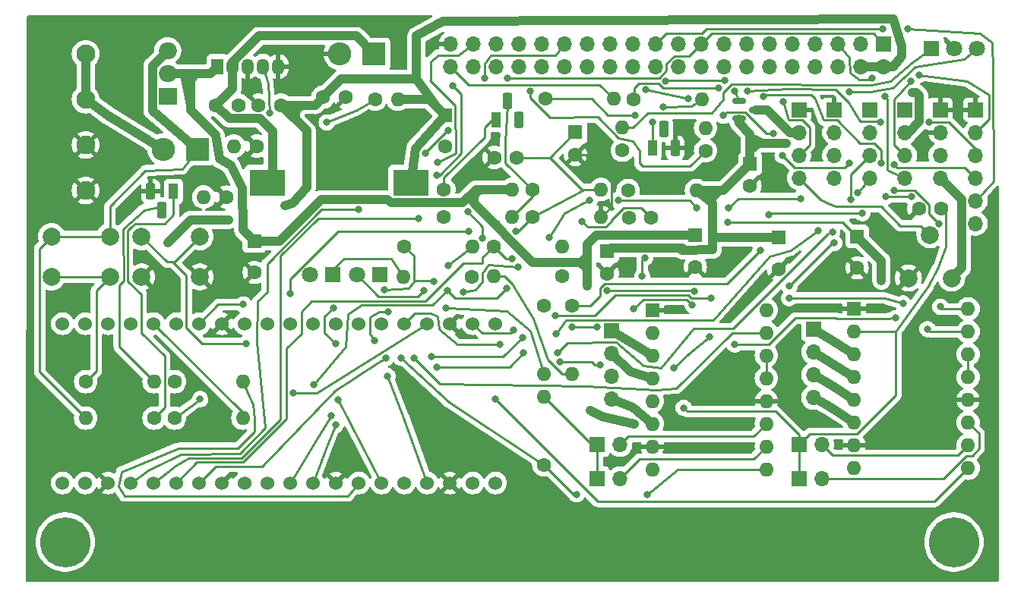
<source format=gbr>
%TF.GenerationSoftware,KiCad,Pcbnew,7.0.1*%
%TF.CreationDate,2023-07-10T14:16:02+02:00*%
%TF.ProjectId,RasPi-Car,52617350-692d-4436-9172-2e6b69636164,rev?*%
%TF.SameCoordinates,Original*%
%TF.FileFunction,Copper,L1,Top*%
%TF.FilePolarity,Positive*%
%FSLAX46Y46*%
G04 Gerber Fmt 4.6, Leading zero omitted, Abs format (unit mm)*
G04 Created by KiCad (PCBNEW 7.0.1) date 2023-07-10 14:16:02*
%MOMM*%
%LPD*%
G01*
G04 APERTURE LIST*
G04 Aperture macros list*
%AMRoundRect*
0 Rectangle with rounded corners*
0 $1 Rounding radius*
0 $2 $3 $4 $5 $6 $7 $8 $9 X,Y pos of 4 corners*
0 Add a 4 corners polygon primitive as box body*
4,1,4,$2,$3,$4,$5,$6,$7,$8,$9,$2,$3,0*
0 Add four circle primitives for the rounded corners*
1,1,$1+$1,$2,$3*
1,1,$1+$1,$4,$5*
1,1,$1+$1,$6,$7*
1,1,$1+$1,$8,$9*
0 Add four rect primitives between the rounded corners*
20,1,$1+$1,$2,$3,$4,$5,0*
20,1,$1+$1,$4,$5,$6,$7,0*
20,1,$1+$1,$6,$7,$8,$9,0*
20,1,$1+$1,$8,$9,$2,$3,0*%
G04 Aperture macros list end*
%TA.AperFunction,ComponentPad*%
%ADD10R,1.700000X1.700000*%
%TD*%
%TA.AperFunction,ComponentPad*%
%ADD11O,1.700000X1.700000*%
%TD*%
%TA.AperFunction,ComponentPad*%
%ADD12R,1.350000X1.800000*%
%TD*%
%TA.AperFunction,ComponentPad*%
%ADD13O,1.350000X1.800000*%
%TD*%
%TA.AperFunction,ComponentPad*%
%ADD14C,1.600000*%
%TD*%
%TA.AperFunction,ComponentPad*%
%ADD15O,1.600000X1.600000*%
%TD*%
%TA.AperFunction,ComponentPad*%
%ADD16R,1.600000X1.600000*%
%TD*%
%TA.AperFunction,ComponentPad*%
%ADD17C,2.100000*%
%TD*%
%TA.AperFunction,ComponentPad*%
%ADD18C,2.000000*%
%TD*%
%TA.AperFunction,ComponentPad*%
%ADD19R,1.100000X1.800000*%
%TD*%
%TA.AperFunction,ComponentPad*%
%ADD20RoundRect,0.275000X0.275000X0.625000X-0.275000X0.625000X-0.275000X-0.625000X0.275000X-0.625000X0*%
%TD*%
%TA.AperFunction,ComponentPad*%
%ADD21R,2.000000X1.905000*%
%TD*%
%TA.AperFunction,ComponentPad*%
%ADD22O,2.000000X1.905000*%
%TD*%
%TA.AperFunction,ComponentPad*%
%ADD23R,1.800000X1.800000*%
%TD*%
%TA.AperFunction,ComponentPad*%
%ADD24C,1.800000*%
%TD*%
%TA.AperFunction,ComponentPad*%
%ADD25RoundRect,0.275000X-0.275000X-0.625000X0.275000X-0.625000X0.275000X0.625000X-0.275000X0.625000X0*%
%TD*%
%TA.AperFunction,ComponentPad*%
%ADD26R,2.600000X2.600000*%
%TD*%
%TA.AperFunction,ComponentPad*%
%ADD27O,2.600000X2.600000*%
%TD*%
%TA.AperFunction,ComponentPad*%
%ADD28C,5.600000*%
%TD*%
%TA.AperFunction,SMDPad,CuDef*%
%ADD29RoundRect,0.150000X-0.587500X-0.150000X0.587500X-0.150000X0.587500X0.150000X-0.587500X0.150000X0*%
%TD*%
%TA.AperFunction,ComponentPad*%
%ADD30C,1.524000*%
%TD*%
%TA.AperFunction,SMDPad,CuDef*%
%ADD31R,4.000000X3.000000*%
%TD*%
%TA.AperFunction,ViaPad*%
%ADD32C,0.800000*%
%TD*%
%TA.AperFunction,Conductor*%
%ADD33C,0.250000*%
%TD*%
%TA.AperFunction,Conductor*%
%ADD34C,1.000000*%
%TD*%
G04 APERTURE END LIST*
D10*
%TO.P,J10,1,Pin_1*%
%TO.N,GND*%
X187198000Y-93980000D03*
D11*
%TO.P,J10,2,Pin_2*%
X187198000Y-96520000D03*
%TO.P,J10,3,Pin_3*%
%TO.N,RP2040_TX*%
X187198000Y-99060000D03*
%TO.P,J10,4,Pin_4*%
%TO.N,RP2040_RX*%
X187198000Y-101600000D03*
%TD*%
D12*
%TO.P,U1,1,VIN*%
%TO.N,VDD*%
X114477800Y-89154000D03*
D13*
%TO.P,U1,2,OUT*%
%TO.N,Net-(D2-K)*%
X116177800Y-89154000D03*
%TO.P,U1,3,GND*%
%TO.N,GND*%
X117877800Y-89154000D03*
%TO.P,U1,4,FB*%
%TO.N,Net-(U1-FB)*%
X119577800Y-89154000D03*
%TO.P,U1,5,~{ON}/OFF*%
%TO.N,GND*%
X121277800Y-89154000D03*
%TD*%
D10*
%TO.P,J6,1,Pin_1*%
%TO.N,GND*%
X179324000Y-93980000D03*
D11*
%TO.P,J6,2,Pin_2*%
%TO.N,Net-(J6-Pin_2)*%
X179324000Y-96520000D03*
%TO.P,J6,3,Pin_3*%
%TO.N,U0_RxD*%
X179324000Y-99060000D03*
%TO.P,J6,4,Pin_4*%
%TO.N,Net-(J6-Pin_4)*%
X179324000Y-101600000D03*
%TD*%
D14*
%TO.P,R2,1*%
%TO.N,Net-(U3-R)*%
X139750800Y-105968800D03*
D15*
%TO.P,R2,2*%
%TO.N,Net-(U3-A)*%
X147370800Y-105968800D03*
%TD*%
D16*
%TO.P,C7,1*%
%TO.N,VDD*%
X167767000Y-108006000D03*
D14*
%TO.P,C7,2*%
%TO.N,GND*%
X167767000Y-111506000D03*
%TD*%
%TO.P,R11,1*%
%TO.N,GPIO2*%
X154051000Y-115824000D03*
D15*
%TO.P,R11,2*%
%TO.N,Raspi_3.3V*%
X154051000Y-123444000D03*
%TD*%
D14*
%TO.P,R16,1*%
%TO.N,Net-(R16-Pad1)*%
X99822000Y-124333000D03*
D15*
%TO.P,R16,2*%
%TO.N,Net-(Q4-B)*%
X107442000Y-124333000D03*
%TD*%
D10*
%TO.P,J3,1,Pin_1*%
%TO.N,Net-(A1-1B)*%
X158470600Y-118643400D03*
D11*
%TO.P,J3,2,Pin_2*%
%TO.N,Net-(A1-1A)*%
X158470600Y-121183400D03*
%TO.P,J3,3,Pin_3*%
%TO.N,Net-(A1-2A)*%
X158470600Y-123723400D03*
%TO.P,J3,4,Pin_4*%
%TO.N,Net-(A1-2B)*%
X158470600Y-126263400D03*
%TD*%
D14*
%TO.P,C9,1*%
%TO.N,RP2040_V3.3*%
X162864800Y-106045000D03*
%TO.P,C9,2*%
%TO.N,GND*%
X160364800Y-106045000D03*
%TD*%
%TO.P,R13,1*%
%TO.N,GPIO13*%
X168910000Y-98552000D03*
D15*
%TO.P,R13,2*%
%TO.N,Net-(D4-A2)*%
X168910000Y-96012000D03*
%TD*%
D17*
%TO.P,J1,1,Pin_1*%
%TO.N,GND*%
X99822000Y-102997000D03*
%TO.P,J1,2,Pin_2*%
X99822000Y-97917000D03*
%TO.P,J1,3,Pin_3*%
%TO.N,Net-(D1-A)*%
X99822000Y-92837000D03*
%TO.P,J1,4,Pin_4*%
X99822000Y-87757000D03*
%TD*%
D14*
%TO.P,C3,1*%
%TO.N,VCC*%
X121589800Y-93472000D03*
%TO.P,C3,2*%
%TO.N,GND*%
X119089800Y-93472000D03*
%TD*%
%TO.P,C8,1*%
%TO.N,GND*%
X128758000Y-92583000D03*
%TO.P,C8,2*%
%TO.N,VCC*%
X126258000Y-92583000D03*
%TD*%
%TO.P,R10,1*%
%TO.N,GPIO3*%
X152908000Y-112522000D03*
D15*
%TO.P,R10,2*%
%TO.N,Raspi_3.3V*%
X145288000Y-112522000D03*
%TD*%
D14*
%TO.P,C15,1*%
%TO.N,Net-(D2-K)*%
X114350800Y-93472000D03*
%TO.P,C15,2*%
%TO.N,Net-(C15-Pad2)*%
X116850800Y-93472000D03*
%TD*%
%TO.P,R17,1*%
%TO.N,RP2040_ADC2*%
X149656800Y-105968800D03*
D15*
%TO.P,R17,2*%
%TO.N,GND*%
X157276800Y-105968800D03*
%TD*%
D14*
%TO.P,R4,1*%
%TO.N,RP2040_GP18*%
X109728000Y-128397000D03*
D15*
%TO.P,R4,2*%
%TO.N,RP2040_V3.3*%
X117348000Y-128397000D03*
%TD*%
D14*
%TO.P,R15,1*%
%TO.N,Net-(Q3-G)*%
X107442000Y-128397000D03*
D15*
%TO.P,R15,2*%
%TO.N,Net-(D1-K)*%
X99822000Y-128397000D03*
%TD*%
D16*
%TO.P,C2,1*%
%TO.N,VCC*%
X139877800Y-94613349D03*
D14*
%TO.P,C2,2*%
%TO.N,GND*%
X139877800Y-98113349D03*
%TD*%
D16*
%TO.P,C13,1*%
%TO.N,VCC*%
X173863000Y-99989000D03*
D14*
%TO.P,C13,2*%
%TO.N,GND*%
X173863000Y-102489000D03*
%TD*%
D10*
%TO.P,JP1,1,A*%
%TO.N,RP2040_V3.3*%
X156845000Y-135128000D03*
D11*
%TO.P,JP1,2,B*%
%TO.N,Net-(A1-MS1)*%
X159385000Y-135128000D03*
%TD*%
D18*
%TO.P,RV1,1,1*%
%TO.N,GND*%
X191516000Y-112776000D03*
%TO.P,RV1,2,2*%
%TO.N,Net-(J6-Pin_4)*%
X193929000Y-107950000D03*
%TO.P,RV1,3,3*%
%TO.N,VCC*%
X196342000Y-112776000D03*
%TD*%
D14*
%TO.P,C4,1*%
%TO.N,GND*%
X145358800Y-99314000D03*
%TO.P,C4,2*%
%TO.N,RP2040_ADC2*%
X147858800Y-99314000D03*
%TD*%
%TO.P,R21,1*%
%TO.N,GND*%
X118901000Y-98044000D03*
D15*
%TO.P,R21,2*%
%TO.N,Net-(C15-Pad2)*%
X116361000Y-98044000D03*
%TD*%
D10*
%TO.P,J9,1,Pin_1*%
%TO.N,GND*%
X195072000Y-93980000D03*
D11*
%TO.P,J9,2,Pin_2*%
X195072000Y-96520000D03*
%TO.P,J9,3,Pin_3*%
%TO.N,VCC*%
X195072000Y-99060000D03*
%TO.P,J9,4,Pin_4*%
X195072000Y-101600000D03*
%TD*%
D10*
%TO.P,J7,1,Pin_1*%
%TO.N,GND*%
X183261000Y-93980000D03*
D11*
%TO.P,J7,2,Pin_2*%
%TO.N,VCC*%
X183261000Y-96520000D03*
%TO.P,J7,3,Pin_3*%
%TO.N,LCD_SDA*%
X183261000Y-99060000D03*
%TO.P,J7,4,Pin_4*%
%TO.N,LCD_SCL*%
X183261000Y-101600000D03*
%TD*%
D16*
%TO.P,C6,1*%
%TO.N,VDD*%
X185801000Y-108133000D03*
D14*
%TO.P,C6,2*%
%TO.N,GND*%
X185801000Y-111633000D03*
%TD*%
D19*
%TO.P,Q4,1,C*%
%TO.N,Net-(Q3-G)*%
X109601000Y-103105000D03*
D20*
%TO.P,Q4,2,B*%
%TO.N,Net-(Q4-B)*%
X108331000Y-105175000D03*
%TO.P,Q4,3,E*%
%TO.N,GND*%
X107061000Y-103105000D03*
%TD*%
D16*
%TO.P,A1,1,GND*%
%TO.N,GND*%
X162991800Y-116332000D03*
D15*
%TO.P,A1,2,VDD*%
%TO.N,RP2040_V3.3*%
X162991800Y-118872000D03*
%TO.P,A1,3,1B*%
%TO.N,Net-(A1-1B)*%
X162991800Y-121412000D03*
%TO.P,A1,4,1A*%
%TO.N,Net-(A1-1A)*%
X162991800Y-123952000D03*
%TO.P,A1,5,2A*%
%TO.N,Net-(A1-2A)*%
X162991800Y-126492000D03*
%TO.P,A1,6,2B*%
%TO.N,Net-(A1-2B)*%
X162991800Y-129032000D03*
%TO.P,A1,7,GND*%
%TO.N,GND*%
X162991800Y-131572000D03*
%TO.P,A1,8,VMOT*%
%TO.N,VDD*%
X162991800Y-134112000D03*
%TO.P,A1,9,~{ENABLE}*%
%TO.N,RP2040_GP21*%
X175691800Y-134112000D03*
%TO.P,A1,10,MS1*%
%TO.N,Net-(A1-MS1)*%
X175691800Y-131572000D03*
%TO.P,A1,11,MS2*%
%TO.N,Net-(A1-MS2)*%
X175691800Y-129032000D03*
%TO.P,A1,12,MS3*%
%TO.N,GND*%
X175691800Y-126492000D03*
%TO.P,A1,13,~{RESET}*%
%TO.N,Net-(A1-~{RESET})*%
X175691800Y-123952000D03*
%TO.P,A1,14,~{SLEEP}*%
X175691800Y-121412000D03*
%TO.P,A1,15,STEP*%
%TO.N,RP2040_GP20*%
X175691800Y-118872000D03*
%TO.P,A1,16,DIR*%
%TO.N,RP2040_GP19*%
X175691800Y-116332000D03*
%TD*%
D21*
%TO.P,Q3,1,G*%
%TO.N,Net-(Q3-G)*%
X108966000Y-92456000D03*
D22*
%TO.P,Q3,2,D*%
%TO.N,VDD*%
X108966000Y-89916000D03*
%TO.P,Q3,3,S*%
%TO.N,Net-(D1-K)*%
X108966000Y-87376000D03*
%TD*%
D14*
%TO.P,R22,1*%
%TO.N,Net-(U1-FB)*%
X132080000Y-92811600D03*
D15*
%TO.P,R22,2*%
%TO.N,VCC*%
X134620000Y-92811600D03*
%TD*%
D16*
%TO.P,C5,1*%
%TO.N,RP2040_ADC2*%
X154406600Y-96509200D03*
D14*
%TO.P,C5,2*%
%TO.N,GND*%
X154406600Y-99009200D03*
%TD*%
D10*
%TO.P,J2,1,Pin_1*%
%TO.N,Raspi_3.3V*%
X188772800Y-86614000D03*
D11*
%TO.P,J2,2,Pin_2*%
%TO.N,VCC*%
X188772800Y-89154000D03*
%TO.P,J2,3,Pin_3*%
%TO.N,GPIO2*%
X186232800Y-86614000D03*
%TO.P,J2,4,Pin_4*%
%TO.N,VCC*%
X186232800Y-89154000D03*
%TO.P,J2,5,Pin_5*%
%TO.N,GPIO3*%
X183692800Y-86614000D03*
%TO.P,J2,6,Pin_6*%
%TO.N,GND*%
X183692800Y-89154000D03*
%TO.P,J2,7,Pin_7*%
%TO.N,unconnected-(J2-Pin_7-Pad7)*%
X181152800Y-86614000D03*
%TO.P,J2,8,Pin_8*%
%TO.N,unconnected-(J2-Pin_8-Pad8)*%
X181152800Y-89154000D03*
%TO.P,J2,9,Pin_9*%
%TO.N,GND*%
X178612800Y-86614000D03*
%TO.P,J2,10,Pin_10*%
%TO.N,U0_RxD*%
X178612800Y-89154000D03*
%TO.P,J2,11,Pin_11*%
%TO.N,unconnected-(J2-Pin_11-Pad11)*%
X176072800Y-86614000D03*
%TO.P,J2,12,Pin_12*%
%TO.N,unconnected-(J2-Pin_12-Pad12)*%
X176072800Y-89154000D03*
%TO.P,J2,13,Pin_13*%
%TO.N,unconnected-(J2-Pin_13-Pad13)*%
X173532800Y-86614000D03*
%TO.P,J2,14,Pin_14*%
%TO.N,GND*%
X173532800Y-89154000D03*
%TO.P,J2,15,Pin_15*%
%TO.N,unconnected-(J2-Pin_15-Pad15)*%
X170992800Y-86614000D03*
%TO.P,J2,16,Pin_16*%
%TO.N,unconnected-(J2-Pin_16-Pad16)*%
X170992800Y-89154000D03*
%TO.P,J2,17,Pin_17*%
%TO.N,Raspi_3.3V*%
X168452800Y-86614000D03*
%TO.P,J2,18,Pin_18*%
%TO.N,unconnected-(J2-Pin_18-Pad18)*%
X168452800Y-89154000D03*
%TO.P,J2,19,Pin_19*%
%TO.N,GPIO10-MOSI*%
X165912800Y-86614000D03*
%TO.P,J2,20,Pin_20*%
%TO.N,GND*%
X165912800Y-89154000D03*
%TO.P,J2,21,Pin_21*%
%TO.N,GPIO09-MISO*%
X163372800Y-86614000D03*
%TO.P,J2,22,Pin_22*%
%TO.N,unconnected-(J2-Pin_22-Pad22)*%
X163372800Y-89154000D03*
%TO.P,J2,23,Pin_23*%
%TO.N,GPIO11-SCLK*%
X160832800Y-86614000D03*
%TO.P,J2,24,Pin_24*%
%TO.N,GPIO8-CE*%
X160832800Y-89154000D03*
%TO.P,J2,25,Pin_25*%
%TO.N,GND*%
X158292800Y-86614000D03*
%TO.P,J2,26,Pin_26*%
%TO.N,unconnected-(J2-Pin_26-Pad26)*%
X158292800Y-89154000D03*
%TO.P,J2,27,Pin_27*%
%TO.N,unconnected-(J2-Pin_27-Pad27)*%
X155752800Y-86614000D03*
%TO.P,J2,28,Pin_28*%
%TO.N,unconnected-(J2-Pin_28-Pad28)*%
X155752800Y-89154000D03*
%TO.P,J2,29,Pin_29*%
%TO.N,RASPI_IN*%
X153212800Y-86614000D03*
%TO.P,J2,30,Pin_30*%
%TO.N,GND*%
X153212800Y-89154000D03*
%TO.P,J2,31,Pin_31*%
%TO.N,GPIO6*%
X150672800Y-86614000D03*
%TO.P,J2,32,Pin_32*%
%TO.N,unconnected-(J2-Pin_32-Pad32)*%
X150672800Y-89154000D03*
%TO.P,J2,33,Pin_33*%
%TO.N,GPIO13*%
X148132800Y-86614000D03*
%TO.P,J2,34,Pin_34*%
%TO.N,GND*%
X148132800Y-89154000D03*
%TO.P,J2,35,Pin_35*%
%TO.N,RASPI_OUT*%
X145592800Y-86614000D03*
%TO.P,J2,36,Pin_36*%
%TO.N,unconnected-(J2-Pin_36-Pad36)*%
X145592800Y-89154000D03*
%TO.P,J2,37,Pin_37*%
%TO.N,GPIO26*%
X143052800Y-86614000D03*
%TO.P,J2,38,Pin_38*%
%TO.N,unconnected-(J2-Pin_38-Pad38)*%
X143052800Y-89154000D03*
%TO.P,J2,39,Pin_39*%
%TO.N,GND*%
X140512800Y-86614000D03*
%TO.P,J2,40,Pin_40*%
%TO.N,GPIO21*%
X140512800Y-89154000D03*
%TD*%
D23*
%TO.P,D4,1,A1*%
%TO.N,Net-(D4-A1)*%
X194081400Y-87122000D03*
D24*
%TO.P,D4,2,A2*%
%TO.N,Net-(D4-A2)*%
X199161400Y-87122000D03*
%TO.P,D4,3,K*%
%TO.N,GND*%
X196621400Y-87122000D03*
%TD*%
D14*
%TO.P,R8,1*%
%TO.N,LCD_SCL*%
X135305800Y-109220000D03*
D15*
%TO.P,R8,2*%
%TO.N,RP2040_V3.3*%
X142925800Y-109220000D03*
%TD*%
D19*
%TO.P,Q1,1,C*%
%TO.N,Net-(Q1-C)*%
X162966400Y-98240800D03*
D25*
%TO.P,Q1,2,B*%
%TO.N,Net-(Q1-B)*%
X164236400Y-96170800D03*
%TO.P,Q1,3,E*%
%TO.N,GND*%
X165506400Y-98240800D03*
%TD*%
D10*
%TO.P,JP4,1,A*%
%TO.N,RP2040_V3.3*%
X156845000Y-131368800D03*
D11*
%TO.P,JP4,2,B*%
%TO.N,Net-(A1-MS2)*%
X159385000Y-131368800D03*
%TD*%
D26*
%TO.P,D2,1,K*%
%TO.N,Net-(D2-K)*%
X131953000Y-87757000D03*
D27*
%TO.P,D2,2,A*%
%TO.N,GND*%
X128143000Y-87757000D03*
%TD*%
D14*
%TO.P,R20,1*%
%TO.N,GND*%
X142875000Y-112649000D03*
D15*
%TO.P,R20,2*%
%TO.N,Net-(D3-K)*%
X135255000Y-112649000D03*
%TD*%
D16*
%TO.P,A2,1,GND*%
%TO.N,GND*%
X185470800Y-116205000D03*
D15*
%TO.P,A2,2,VDD*%
%TO.N,RP2040_V3.3*%
X185470800Y-118745000D03*
%TO.P,A2,3,1B*%
%TO.N,Net-(A2-1B)*%
X185470800Y-121285000D03*
%TO.P,A2,4,1A*%
%TO.N,Net-(A2-1A)*%
X185470800Y-123825000D03*
%TO.P,A2,5,2A*%
%TO.N,Net-(A2-2A)*%
X185470800Y-126365000D03*
%TO.P,A2,6,2B*%
%TO.N,Net-(A2-2B)*%
X185470800Y-128905000D03*
%TO.P,A2,7,GND*%
%TO.N,GND*%
X185470800Y-131445000D03*
%TO.P,A2,8,VMOT*%
%TO.N,VDD*%
X185470800Y-133985000D03*
%TO.P,A2,9,~{ENABLE}*%
%TO.N,RP2040_GP18*%
X198170800Y-133985000D03*
%TO.P,A2,10,MS1*%
%TO.N,Net-(A2-MS1)*%
X198170800Y-131445000D03*
%TO.P,A2,11,MS2*%
%TO.N,Net-(A2-MS2)*%
X198170800Y-128905000D03*
%TO.P,A2,12,MS3*%
%TO.N,GND*%
X198170800Y-126365000D03*
%TO.P,A2,13,~{RESET}*%
%TO.N,Net-(A2-~{RESET})*%
X198170800Y-123825000D03*
%TO.P,A2,14,~{SLEEP}*%
X198170800Y-121285000D03*
%TO.P,A2,15,STEP*%
%TO.N,RP2040_GP17*%
X198170800Y-118745000D03*
%TO.P,A2,16,DIR*%
%TO.N,RP2040_GP16*%
X198170800Y-116205000D03*
%TD*%
D14*
%TO.P,R9,1*%
%TO.N,LCD_SDA*%
X145313400Y-109220000D03*
D15*
%TO.P,R9,2*%
%TO.N,RP2040_V3.3*%
X152933400Y-109220000D03*
%TD*%
D18*
%TO.P,SW2,1,1*%
%TO.N,PowerDown_Bt*%
X106045000Y-108149000D03*
%TO.P,SW2,2,2*%
X112545000Y-108149000D03*
%TO.P,SW2,3,K*%
%TO.N,GND*%
X106045000Y-112649000D03*
%TO.P,SW2,4,A*%
X112545000Y-112649000D03*
%TD*%
D26*
%TO.P,D1,1,K*%
%TO.N,Net-(D1-K)*%
X112308000Y-98425000D03*
D27*
%TO.P,D1,2,A*%
%TO.N,Net-(D1-A)*%
X108498000Y-98425000D03*
%TD*%
D10*
%TO.P,J5,1,Pin_1*%
%TO.N,GND*%
X199009000Y-93980000D03*
D11*
%TO.P,J5,2,Pin_2*%
%TO.N,Raspi_3.3V*%
X199009000Y-96520000D03*
%TO.P,J5,3,Pin_3*%
%TO.N,GPIO11-SCLK*%
X199009000Y-99060000D03*
%TO.P,J5,4,Pin_4*%
%TO.N,GPIO10-MOSI*%
X199009000Y-101600000D03*
%TO.P,J5,5,Pin_5*%
%TO.N,GPIO09-MISO*%
X199009000Y-104140000D03*
%TO.P,J5,6,Pin_6*%
%TO.N,GPIO8-CE*%
X199009000Y-106680000D03*
%TD*%
D16*
%TO.P,C1,1*%
%TO.N,VDD*%
X118618000Y-108641000D03*
D14*
%TO.P,C1,2*%
%TO.N,GND*%
X118618000Y-112141000D03*
%TD*%
D16*
%TO.P,C11,1*%
%TO.N,VCC*%
X177038000Y-108260000D03*
D14*
%TO.P,C11,2*%
%TO.N,GND*%
X177038000Y-111760000D03*
%TD*%
%TO.P,R7,1*%
%TO.N,Net-(Q2-G)*%
X160909000Y-92837000D03*
D15*
%TO.P,R7,2*%
%TO.N,Net-(Q1-C)*%
X168529000Y-92837000D03*
%TD*%
D14*
%TO.P,C14,1*%
%TO.N,RP2040_V3.3*%
X195179000Y-105029000D03*
%TO.P,C14,2*%
%TO.N,GND*%
X192679000Y-105029000D03*
%TD*%
%TO.P,R19,1*%
%TO.N,Net-(Q4-B)*%
X109728000Y-124333000D03*
D15*
%TO.P,R19,2*%
%TO.N,PowerON*%
X117348000Y-124333000D03*
%TD*%
D14*
%TO.P,R18,1*%
%TO.N,RP2040_GP21*%
X150876000Y-133604000D03*
D15*
%TO.P,R18,2*%
%TO.N,RP2040_V3.3*%
X150876000Y-125984000D03*
%TD*%
D28*
%TO.P,REF\u002A\u002A,1*%
%TO.N,N/C*%
X97536000Y-142240000D03*
%TD*%
D23*
%TO.P,D5,1,K*%
%TO.N,GND*%
X132588000Y-112395000D03*
D24*
%TO.P,D5,2,A*%
%TO.N,Net-(D5-A)*%
X130048000Y-112395000D03*
%TD*%
D14*
%TO.P,R3,1*%
%TO.N,Net-(U3-A)*%
X149656800Y-102870000D03*
D15*
%TO.P,R3,2*%
%TO.N,RP2040_ADC2*%
X157276800Y-102870000D03*
%TD*%
D16*
%TO.P,C12,1*%
%TO.N,VCC*%
X157962600Y-109768000D03*
D14*
%TO.P,C12,2*%
%TO.N,GND*%
X157962600Y-112268000D03*
%TD*%
%TO.P,R23,1*%
%TO.N,GND*%
X115519200Y-103733600D03*
D15*
%TO.P,R23,2*%
%TO.N,Net-(U1-FB)*%
X112979200Y-103733600D03*
%TD*%
D10*
%TO.P,JP3,1,A*%
%TO.N,RP2040_V3.3*%
X179319000Y-131368800D03*
D11*
%TO.P,JP3,2,B*%
%TO.N,Net-(A2-MS1)*%
X181859000Y-131368800D03*
%TD*%
D19*
%TO.P,U3,1,R*%
%TO.N,Net-(U3-R)*%
X145592800Y-95091200D03*
D25*
%TO.P,U3,2,A*%
%TO.N,Net-(U3-A)*%
X146862800Y-93021200D03*
%TO.P,U3,3,K*%
%TO.N,VDD*%
X148132800Y-95091200D03*
%TD*%
D14*
%TO.P,R5,1*%
%TO.N,Net-(Q1-B)*%
X151053800Y-92760800D03*
D15*
%TO.P,R5,2*%
%TO.N,GPIO21*%
X158673800Y-92760800D03*
%TD*%
D18*
%TO.P,SW1,1,1*%
%TO.N,Net-(R16-Pad1)*%
X102512000Y-112649000D03*
%TO.P,SW1,2,2*%
X96012000Y-112649000D03*
%TO.P,SW1,3,K*%
%TO.N,Net-(D1-K)*%
X102512000Y-108149000D03*
%TO.P,SW1,4,A*%
X96012000Y-108149000D03*
%TD*%
D10*
%TO.P,J8,1,Pin_1*%
%TO.N,GND*%
X191135000Y-93980000D03*
D11*
%TO.P,J8,2,Pin_2*%
%TO.N,VCC*%
X191135000Y-96520000D03*
%TO.P,J8,3,Pin_3*%
%TO.N,GPIO2*%
X191135000Y-99060000D03*
%TO.P,J8,4,Pin_4*%
%TO.N,GPIO3*%
X191135000Y-101600000D03*
%TD*%
D14*
%TO.P,R14,1*%
%TO.N,GPIO26*%
X150876000Y-115824000D03*
D15*
%TO.P,R14,2*%
%TO.N,Net-(D5-A)*%
X150876000Y-123444000D03*
%TD*%
D28*
%TO.P,REF\u002A\u002A,1*%
%TO.N,N/C*%
X196596000Y-142240000D03*
%TD*%
D23*
%TO.P,D3,1,K*%
%TO.N,Net-(D3-K)*%
X127355600Y-112420400D03*
D24*
%TO.P,D3,2,A*%
%TO.N,Net-(D3-A)*%
X124815600Y-112420400D03*
%TD*%
D14*
%TO.P,R1,1*%
%TO.N,Net-(U3-R)*%
X139750800Y-102870000D03*
D15*
%TO.P,R1,2*%
%TO.N,VDD*%
X147370800Y-102870000D03*
%TD*%
D14*
%TO.P,R12,1*%
%TO.N,GPIO6*%
X159639000Y-98501200D03*
D15*
%TO.P,R12,2*%
%TO.N,Net-(D4-A1)*%
X159639000Y-95961200D03*
%TD*%
D10*
%TO.P,JP2,1,A*%
%TO.N,RP2040_V3.3*%
X179324000Y-135128000D03*
D11*
%TO.P,JP2,2,B*%
%TO.N,Net-(A2-MS2)*%
X181864000Y-135128000D03*
%TD*%
D10*
%TO.P,J4,1,Pin_1*%
%TO.N,Net-(A2-1B)*%
X180924200Y-118491000D03*
D11*
%TO.P,J4,2,Pin_2*%
%TO.N,Net-(A2-1A)*%
X180924200Y-121031000D03*
%TO.P,J4,3,Pin_3*%
%TO.N,Net-(A2-2A)*%
X180924200Y-123571000D03*
%TO.P,J4,4,Pin_4*%
%TO.N,Net-(A2-2B)*%
X180924200Y-126111000D03*
%TD*%
D29*
%TO.P,Q2,1,G*%
%TO.N,Net-(Q2-G)*%
X172623000Y-93030000D03*
%TO.P,Q2,2,S*%
%TO.N,VCC*%
X172623000Y-94930000D03*
%TO.P,Q2,3,D*%
%TO.N,Net-(J6-Pin_2)*%
X174498000Y-93980000D03*
%TD*%
D14*
%TO.P,R6,1*%
%TO.N,Net-(Q2-G)*%
X160274000Y-102997000D03*
D15*
%TO.P,R6,2*%
%TO.N,VCC*%
X167894000Y-102997000D03*
%TD*%
D30*
%TO.P,U2,1,GP0*%
%TO.N,unconnected-(U2-GP0-Pad1)*%
X97231200Y-135636000D03*
%TO.P,U2,2,GP1*%
%TO.N,unconnected-(U2-GP1-Pad2)*%
X99771200Y-135636000D03*
%TO.P,U2,3,GND*%
%TO.N,GND*%
X102311200Y-135636000D03*
%TO.P,U2,4,GP2*%
%TO.N,RASPI_IN*%
X104851200Y-135636000D03*
%TO.P,U2,5,GP3*%
%TO.N,RASPI_OUT*%
X107391200Y-135636000D03*
%TO.P,U2,6,GP4*%
%TO.N,LCD_SDA*%
X109931200Y-135636000D03*
%TO.P,U2,7,GP5*%
%TO.N,LCD_SCL*%
X112471200Y-135636000D03*
%TO.P,U2,8,GND*%
%TO.N,GND*%
X115011200Y-135636000D03*
%TO.P,U2,9,GP6*%
%TO.N,unconnected-(U2-GP6-Pad9)*%
X117551200Y-135636000D03*
%TO.P,U2,10,GP7*%
%TO.N,unconnected-(U2-GP7-Pad10)*%
X120091200Y-135636000D03*
%TO.P,U2,11,GP8*%
%TO.N,RP2040_TX*%
X122631200Y-135636000D03*
%TO.P,U2,12,GP9*%
%TO.N,RP2040_RX*%
X125171200Y-135636000D03*
%TO.P,U2,13,GND*%
%TO.N,GND*%
X127711200Y-135636000D03*
%TO.P,U2,14,GP10*%
%TO.N,PowerON*%
X130251200Y-135636000D03*
%TO.P,U2,15,GP11*%
%TO.N,PowerDown_Bt*%
X132791200Y-135636000D03*
%TO.P,U2,16,GP12*%
%TO.N,unconnected-(U2-GP12-Pad16)*%
X135331200Y-135636000D03*
%TO.P,U2,17,GP13*%
%TO.N,Net-(D3-A)*%
X137871200Y-135636000D03*
%TO.P,U2,18,GND*%
%TO.N,GND*%
X140411200Y-135636000D03*
%TO.P,U2,19,GP19*%
%TO.N,unconnected-(U2-GP19-Pad19)*%
X142951200Y-135636000D03*
%TO.P,U2,20,GP15*%
%TO.N,unconnected-(U2-GP15-Pad20)*%
X145491200Y-135636000D03*
%TO.P,U2,21,GP16*%
%TO.N,RP2040_GP16*%
X145491200Y-117856000D03*
%TO.P,U2,22,GP17*%
%TO.N,RP2040_GP17*%
X142951200Y-117856000D03*
%TO.P,U2,23,GND*%
%TO.N,GND*%
X140411200Y-117856000D03*
%TO.P,U2,24,GP18*%
%TO.N,RP2040_GP18*%
X137871200Y-117856000D03*
%TO.P,U2,25,GP19*%
%TO.N,RP2040_GP19*%
X135331200Y-117856000D03*
%TO.P,U2,26,GP20*%
%TO.N,RP2040_GP20*%
X132791200Y-117856000D03*
%TO.P,U2,27,GP21*%
%TO.N,RP2040_GP21*%
X130251200Y-117856000D03*
%TO.P,U2,28,GND*%
%TO.N,GND*%
X127711200Y-117856000D03*
%TO.P,U2,29,GP22*%
%TO.N,unconnected-(U2-GP22-Pad29)*%
X125171200Y-117856000D03*
%TO.P,U2,30,RUN*%
%TO.N,unconnected-(U2-RUN-Pad30)*%
X122631200Y-117856000D03*
%TO.P,U2,31,ADC0*%
%TO.N,unconnected-(U2-ADC0-Pad31)*%
X120091200Y-117856000D03*
%TO.P,U2,32,ADC1*%
%TO.N,unconnected-(U2-ADC1-Pad32)*%
X117551200Y-117856000D03*
%TO.P,U2,33,AGND*%
%TO.N,GND*%
X115011200Y-117856000D03*
%TO.P,U2,34,ADC2*%
%TO.N,RP2040_ADC2*%
X112471200Y-117856000D03*
%TO.P,U2,35,ADC_VREF*%
%TO.N,unconnected-(U2-ADC_VREF-Pad35)*%
X109931200Y-117856000D03*
%TO.P,U2,36,3V3_OUT*%
%TO.N,RP2040_V3.3*%
X107391200Y-117856000D03*
%TO.P,U2,37,3V3_EN*%
%TO.N,unconnected-(U2-3V3_EN-Pad37)*%
X104851200Y-117856000D03*
%TO.P,U2,38,GND*%
%TO.N,GND*%
X102311200Y-117856000D03*
%TO.P,U2,39,VSYS*%
%TO.N,unconnected-(U2-VSYS-Pad39)*%
X99771200Y-117856000D03*
%TO.P,U2,40,VBUS*%
%TO.N,VCC*%
X97231200Y-117856000D03*
%TD*%
D31*
%TO.P,L1,1,1*%
%TO.N,Net-(D2-K)*%
X120065800Y-102108000D03*
%TO.P,L1,2,2*%
%TO.N,VCC*%
X136065800Y-102108000D03*
%TD*%
D32*
%TO.N,RP2040_V3.3*%
X140208000Y-111353600D03*
X161848800Y-112572800D03*
X140106400Y-114147600D03*
X162153600Y-110492500D03*
X166471600Y-127254000D03*
X155143200Y-106426000D03*
X146714699Y-113948699D03*
X125222000Y-124663200D03*
%TO.N,VDD*%
X156057600Y-127508000D03*
X155702000Y-113639600D03*
X171399200Y-106527600D03*
X188518800Y-113080800D03*
X160934400Y-129032000D03*
%TO.N,RP2040_GP21*%
X154533600Y-136906000D03*
X134975600Y-121666000D03*
X162407600Y-136906000D03*
%TO.N,RP2040_GP20*%
X136398000Y-121666000D03*
%TO.N,RP2040_GP19*%
X145999200Y-120192800D03*
X169367200Y-119329200D03*
X165404800Y-122834400D03*
X157124400Y-122478800D03*
X152704800Y-122123200D03*
%TO.N,RP2040_GP18*%
X112572800Y-126288800D03*
X122936000Y-125628400D03*
X145516600Y-126314200D03*
%TO.N,RP2040_GP17*%
X154013849Y-118231949D03*
X156819600Y-118262400D03*
X147523200Y-118580500D03*
X193649600Y-118465600D03*
X190093600Y-117246400D03*
X160883600Y-116230400D03*
X172161200Y-120192800D03*
X167436800Y-115773200D03*
%TO.N,RP2040_GP16*%
X152146000Y-116992400D03*
X169519600Y-115011200D03*
X195072000Y-115976400D03*
X178206400Y-115011200D03*
X190906400Y-115620800D03*
%TO.N,VCC*%
X191922400Y-92100400D03*
X115722400Y-106273600D03*
X122021600Y-104656965D03*
X108966000Y-108813600D03*
X177901600Y-97739200D03*
%TO.N,RP2040_ADC2*%
X122580400Y-114503200D03*
X142544800Y-107594400D03*
X117398800Y-115722400D03*
X147777200Y-107594400D03*
%TO.N,Net-(D3-A)*%
X127711200Y-120091200D03*
X127457200Y-116091300D03*
X133451600Y-123698000D03*
%TO.N,Net-(D4-A2)*%
X184962800Y-91948000D03*
%TO.N,Net-(D5-A)*%
X139954000Y-116078000D03*
X137515600Y-114147600D03*
%TO.N,Raspi_3.3V*%
X192684400Y-90119200D03*
X146812000Y-90424000D03*
%TO.N,GPIO2*%
X175006000Y-109677200D03*
X188976000Y-103696100D03*
X191820800Y-90779600D03*
X186385200Y-105524900D03*
X175971200Y-105664000D03*
X191885396Y-103696100D03*
%TO.N,GPIO3*%
X157886400Y-114198400D03*
X183235600Y-108864400D03*
X187502800Y-90424000D03*
X167640000Y-114249200D03*
X188948267Y-92534533D03*
X178257200Y-113690400D03*
%TO.N,U0_RxD*%
X177596800Y-93065600D03*
%TO.N,GPIO10-MOSI*%
X188454700Y-99974400D03*
X189941200Y-100076000D03*
X175371709Y-92505471D03*
%TO.N,GPIO09-MISO*%
X191414400Y-84937600D03*
X188671652Y-84976225D03*
%TO.N,GPIO11-SCLK*%
X171043600Y-90678000D03*
X164439600Y-90779600D03*
X173582617Y-91869653D03*
X188366400Y-95402400D03*
X193852800Y-95345000D03*
%TO.N,GPIO8-CE*%
X162255200Y-91744800D03*
X194905509Y-106683178D03*
X189890400Y-102971600D03*
X166979600Y-92760800D03*
X177495200Y-99110800D03*
X176428400Y-96621600D03*
X184912000Y-99923600D03*
X170891200Y-94640400D03*
%TO.N,RASPI_IN*%
X130251200Y-105091900D03*
X137668000Y-98806000D03*
X140208000Y-96266000D03*
X144272000Y-90461500D03*
%TO.N,GPIO13*%
X149352000Y-91910500D03*
%TO.N,RASPI_OUT*%
X140766800Y-91338400D03*
X136906000Y-106121200D03*
X138938000Y-101295200D03*
%TO.N,GPIO26*%
X139039600Y-99822000D03*
X142392400Y-105359200D03*
X144068800Y-108318900D03*
%TO.N,LCD_SDA*%
X147320000Y-110591600D03*
%TO.N,LCD_SCL*%
X171500800Y-104952800D03*
X167894000Y-104902000D03*
X141935200Y-114300000D03*
X179476400Y-103886000D03*
X138582400Y-113182400D03*
X133248400Y-121716800D03*
X131978400Y-119735600D03*
X151485600Y-108254800D03*
X156006800Y-104075900D03*
X133146800Y-114096800D03*
X133502400Y-116541300D03*
X148031200Y-111506000D03*
X159156400Y-104075900D03*
%TO.N,RP2040_TX*%
X152247600Y-118973600D03*
X148488400Y-119430800D03*
X185064400Y-104038400D03*
X138379200Y-121564400D03*
X127152400Y-128117600D03*
X181457600Y-107442000D03*
%TO.N,RP2040_RX*%
X127660400Y-129184400D03*
X185826400Y-103276400D03*
X148640800Y-121107200D03*
X183032400Y-107645200D03*
X152400000Y-121107200D03*
X138988800Y-122682000D03*
%TO.N,Net-(Q1-C)*%
X162966400Y-95389100D03*
X164185600Y-93661900D03*
%TO.N,Net-(Q1-B)*%
X161036000Y-94640400D03*
%TO.N,Net-(Q2-G)*%
X172110400Y-91897200D03*
X170384675Y-91531527D03*
%TO.N,Net-(U1-FB)*%
X120345200Y-94386400D03*
X126695200Y-95402400D03*
%TO.N,PowerDown_Bt*%
X127965200Y-126352900D03*
X117703600Y-120091200D03*
%TD*%
D33*
%TO.N,GND*%
X155537970Y-99009200D02*
X158401800Y-101873030D01*
X158401800Y-101873030D02*
X158401800Y-104843800D01*
X154406600Y-99009200D02*
X155537970Y-99009200D01*
X158401800Y-104843800D02*
X157276800Y-105968800D01*
%TO.N,RP2040_V3.3*%
X128778000Y-120396000D02*
X129032000Y-116789200D01*
X162864800Y-106045000D02*
X161739800Y-104920000D01*
X125222000Y-124663200D02*
X128778000Y-120396000D01*
X156845000Y-131368800D02*
X156845000Y-135128000D01*
X161848800Y-110797300D02*
X162153600Y-110492500D01*
X179319000Y-131368800D02*
X179319000Y-130268800D01*
X156260800Y-131368800D02*
X156845000Y-131368800D01*
X180538200Y-130149600D02*
X179319000Y-131368800D01*
X157742791Y-107093800D02*
X155811000Y-107093800D01*
X195681600Y-105531600D02*
X195681600Y-109220000D01*
X176710600Y-127660400D02*
X166878000Y-127660400D01*
X190119000Y-118745000D02*
X185470800Y-118745000D01*
X140208000Y-111353600D02*
X140817600Y-110896400D01*
X179319000Y-130268800D02*
X176710600Y-127660400D01*
X107391200Y-117856000D02*
X117348000Y-127812800D01*
X140983800Y-115025000D02*
X145638398Y-115025000D01*
X158401800Y-106324400D02*
X158401800Y-106434791D01*
X145638398Y-115025000D02*
X146714699Y-113948699D01*
X140106400Y-114147600D02*
X140983800Y-115025000D01*
X150876000Y-125984000D02*
X156260800Y-131368800D01*
X193751200Y-113639600D02*
X190119000Y-118745000D01*
X130563200Y-115816800D02*
X138437200Y-115816800D01*
X161739800Y-104920000D02*
X159806200Y-104920000D01*
X117348000Y-128397000D02*
X117348000Y-127812800D01*
X166878000Y-127660400D02*
X166471600Y-127254000D01*
X190119000Y-118745000D02*
X190119000Y-125847791D01*
X140817600Y-110896400D02*
X142925800Y-109220000D01*
X161848800Y-112572800D02*
X161848800Y-110797300D01*
X194868800Y-111556800D02*
X193751200Y-113639600D01*
X129032000Y-116789200D02*
X130563200Y-115816800D01*
X179319000Y-131368800D02*
X179319000Y-135123000D01*
X185817191Y-130149600D02*
X180538200Y-130149600D01*
X155811000Y-107093800D02*
X155143200Y-106426000D01*
X138437200Y-115816800D02*
X140106400Y-114147600D01*
X179319000Y-135123000D02*
X179324000Y-135128000D01*
X195179000Y-105029000D02*
X195681600Y-105531600D01*
X158401800Y-106434791D02*
X157742791Y-107093800D01*
X190119000Y-125847791D02*
X185817191Y-130149600D01*
X195681600Y-109220000D02*
X194868800Y-111556800D01*
X159806200Y-104920000D02*
X158401800Y-106324400D01*
D34*
%TO.N,Net-(A1-1B)*%
X160985200Y-120142000D02*
X158470600Y-118643400D01*
X162991800Y-121412000D02*
X160985200Y-120142000D01*
%TO.N,Net-(A1-1A)*%
X160578800Y-123190000D02*
X158470600Y-121183400D01*
X162991800Y-123952000D02*
X160578800Y-123190000D01*
%TO.N,Net-(A1-2B)*%
X162991800Y-129032000D02*
X160832800Y-127203200D01*
X160832800Y-127203200D02*
X158470600Y-126263400D01*
%TO.N,VDD*%
X114757200Y-99466400D02*
X114308000Y-96832800D01*
X155522800Y-111022000D02*
X149649165Y-111022000D01*
X111506000Y-94030800D02*
X111506000Y-89916000D01*
X143325965Y-102870000D02*
X147370800Y-102870000D01*
X114308000Y-96832800D02*
X111506000Y-94030800D01*
X188518800Y-113080800D02*
X188518800Y-110850800D01*
X117365800Y-107388800D02*
X117297200Y-102717600D01*
D33*
X171399200Y-106527600D02*
X184195600Y-106527600D01*
D34*
X118618000Y-108641000D02*
X121407078Y-108641000D01*
X143325965Y-104698800D02*
X142503582Y-103692382D01*
X133842182Y-104378182D02*
X141817783Y-104378182D01*
X113715800Y-89916000D02*
X114477800Y-89154000D01*
X160934400Y-129032000D02*
X157327600Y-128219200D01*
X121407078Y-108641000D02*
X126056178Y-103991900D01*
X141817783Y-104378182D02*
X143325965Y-102870000D01*
X149649165Y-111022000D02*
X143325965Y-104698800D01*
X118618000Y-108641000D02*
X117365800Y-107388800D01*
X167767000Y-108006000D02*
X156724600Y-108006000D01*
X155702000Y-109028600D02*
X155702000Y-111201200D01*
D33*
X184195600Y-106527600D02*
X185801000Y-108133000D01*
D34*
X111506000Y-89916000D02*
X113715800Y-89916000D01*
X156724600Y-108006000D02*
X155702000Y-109028600D01*
X155702000Y-111201200D02*
X155702000Y-113639600D01*
X108966000Y-89916000D02*
X111506000Y-89916000D01*
X126056178Y-103991900D02*
X133455900Y-103991900D01*
X117297200Y-102717600D02*
X115976400Y-100177600D01*
X133455900Y-103991900D02*
X133842182Y-104378182D01*
X157327600Y-128219200D02*
X156057600Y-127508000D01*
X188518800Y-110850800D02*
X185801000Y-108133000D01*
X155702000Y-111201200D02*
X155522800Y-111022000D01*
X115976400Y-100177600D02*
X114757200Y-99466400D01*
D33*
%TO.N,RP2040_GP21*%
X165811200Y-134112000D02*
X175691800Y-134112000D01*
X162407600Y-136906000D02*
X165811200Y-134112000D01*
X154178000Y-136906000D02*
X150876000Y-133604000D01*
X154533600Y-136906000D02*
X154178000Y-136906000D01*
X134975600Y-121666000D02*
X140309600Y-126644400D01*
X140309600Y-126644400D02*
X150876000Y-133604000D01*
%TO.N,Net-(A1-MS1)*%
X174276800Y-132987000D02*
X175691800Y-131572000D01*
X159385000Y-135128000D02*
X161526000Y-132987000D01*
X161526000Y-132987000D02*
X174276800Y-132987000D01*
%TO.N,Net-(A1-MS2)*%
X174276800Y-130447000D02*
X175691800Y-129032000D01*
X160306800Y-130447000D02*
X174276800Y-130447000D01*
X159385000Y-131368800D02*
X160306800Y-130447000D01*
%TO.N,Net-(A1-~{RESET})*%
X175691800Y-121412000D02*
X175691800Y-123952000D01*
%TO.N,RP2040_GP20*%
X139301000Y-124569000D02*
X155549600Y-124815600D01*
X171856400Y-118872000D02*
X175691800Y-118872000D01*
X136398000Y-121666000D02*
X139301000Y-124569000D01*
X163423600Y-125222000D02*
X165651400Y-125077000D01*
X155549600Y-124815600D02*
X163423600Y-125222000D01*
X165651400Y-125077000D02*
X171856400Y-118872000D01*
%TO.N,RP2040_GP19*%
X138240051Y-116687600D02*
X136499600Y-116687600D01*
X156607191Y-122478800D02*
X156251591Y-122123200D01*
X139039600Y-117043200D02*
X138240051Y-116687600D01*
X157124400Y-122478800D02*
X156607191Y-122478800D01*
X169367200Y-119329200D02*
X167081200Y-121158000D01*
X136499600Y-116687600D02*
X135331200Y-117856000D01*
X145999200Y-120192800D02*
X141210749Y-120192800D01*
X141210749Y-120192800D02*
X139192000Y-118465600D01*
X139192000Y-118465600D02*
X139039600Y-117043200D01*
X156251591Y-122123200D02*
X152704800Y-122123200D01*
X167081200Y-121158000D02*
X165404800Y-122834400D01*
D34*
%TO.N,Net-(A2-1B)*%
X185470800Y-121285000D02*
X183337200Y-119888000D01*
X183337200Y-119888000D02*
X180924200Y-118491000D01*
%TO.N,Net-(A2-1A)*%
X185470800Y-123825000D02*
X183235600Y-122428000D01*
X183235600Y-122428000D02*
X180924200Y-121031000D01*
%TO.N,Net-(A2-2A)*%
X182981600Y-124764800D02*
X180924200Y-123571000D01*
X185470800Y-126365000D02*
X182981600Y-124764800D01*
%TO.N,Net-(A2-2B)*%
X182727600Y-127101600D02*
X180924200Y-126111000D01*
X185470800Y-128905000D02*
X182727600Y-127101600D01*
D33*
%TO.N,RP2040_GP18*%
X194437000Y-137718800D02*
X198170800Y-133985000D01*
X109728000Y-128397000D02*
X111963200Y-126746000D01*
X145516600Y-126314200D02*
X156921200Y-137718800D01*
X156921200Y-137718800D02*
X194437000Y-137718800D01*
X125577600Y-125577600D02*
X137871200Y-117856000D01*
X122936000Y-125628400D02*
X125577600Y-125577600D01*
X111963200Y-126746000D02*
X112572800Y-126288800D01*
%TO.N,Net-(A2-MS1)*%
X197045800Y-132570000D02*
X198170800Y-131445000D01*
X183060200Y-132570000D02*
X197045800Y-132570000D01*
X181859000Y-131368800D02*
X183060200Y-132570000D01*
%TO.N,Net-(A2-MS2)*%
X197976809Y-132588000D02*
X198618791Y-132588000D01*
X199390000Y-131816791D02*
X199390000Y-130124200D01*
X199390000Y-130124200D02*
X198170800Y-128905000D01*
X198618791Y-132588000D02*
X199390000Y-131816791D01*
X195436809Y-135128000D02*
X197976809Y-132588000D01*
X181864000Y-135128000D02*
X195436809Y-135128000D01*
%TO.N,Net-(A2-~{RESET})*%
X198170800Y-121285000D02*
X198170800Y-123825000D01*
%TO.N,RP2040_GP17*%
X147160700Y-118943000D02*
X147523200Y-118580500D01*
X178908391Y-117246400D02*
X175961991Y-120192800D01*
X183522400Y-117330000D02*
X183438800Y-117246400D01*
X166776400Y-115163600D02*
X167436800Y-115773200D01*
X188892400Y-117330000D02*
X183522400Y-117330000D01*
X142951200Y-117856000D02*
X144038200Y-118943000D01*
X193929000Y-118745000D02*
X193649600Y-118465600D01*
X190093600Y-117246400D02*
X188892400Y-117330000D01*
X154013849Y-118231949D02*
X156789149Y-118231949D01*
X175961991Y-120192800D02*
X172161200Y-120192800D01*
X183438800Y-117246400D02*
X178908391Y-117246400D01*
X198170800Y-118745000D02*
X193929000Y-118745000D01*
X160883600Y-116230400D02*
X162001200Y-115205853D01*
X162001200Y-115205853D02*
X166776400Y-115163600D01*
X156789149Y-118231949D02*
X156819600Y-118262400D01*
X144038200Y-118943000D02*
X147160700Y-118943000D01*
%TO.N,RP2040_GP16*%
X198170800Y-116205000D02*
X195300600Y-116205000D01*
X188925200Y-115011200D02*
X178206400Y-115011200D01*
X190906400Y-115620800D02*
X188925200Y-115011200D01*
X158842186Y-114706509D02*
X156556295Y-116992400D01*
X167298200Y-115011200D02*
X166993509Y-114706509D01*
X156556295Y-116992400D02*
X152146000Y-116992400D01*
X195300600Y-116205000D02*
X195072000Y-115976400D01*
X169519600Y-115011200D02*
X167298200Y-115011200D01*
X166993509Y-114706509D02*
X158842186Y-114706509D01*
D34*
%TO.N,VCC*%
X111506000Y-106273600D02*
X108966000Y-108813600D01*
X197459000Y-103987000D02*
X197459000Y-111659000D01*
X174150200Y-97721600D02*
X177884000Y-97721600D01*
X136550400Y-98298000D02*
X139877800Y-94613349D01*
X190804800Y-86868000D02*
X190804800Y-88036400D01*
X124460000Y-102613800D02*
X124460000Y-96342200D01*
X126258000Y-92583000D02*
X128315400Y-90525600D01*
X139877800Y-94613349D02*
X138962800Y-93698349D01*
X192385700Y-92100400D02*
X192735200Y-92449900D01*
X172623000Y-95457800D02*
X172623000Y-95059000D01*
X136702800Y-90525600D02*
X138962800Y-93698349D01*
X166323750Y-109658651D02*
X169672000Y-109626400D01*
X157962600Y-109768000D02*
X158338100Y-109392500D01*
X188772800Y-89154000D02*
X186232800Y-89154000D01*
X190804800Y-88036400D02*
X189839600Y-89154000D01*
X122834400Y-104394000D02*
X124460000Y-102613800D01*
X166267000Y-109392500D02*
X166380500Y-109506000D01*
X125369000Y-93472000D02*
X126258000Y-92583000D01*
X197459000Y-111659000D02*
X196342000Y-112776000D01*
X169672000Y-109626400D02*
X169672000Y-104416800D01*
X158338100Y-109392500D02*
X166267000Y-109392500D01*
X122021600Y-104656965D02*
X122834400Y-104394000D01*
X136065800Y-102108000D02*
X136550400Y-98298000D01*
X136702800Y-90525600D02*
X136702800Y-85742600D01*
X139641400Y-84124800D02*
X189839600Y-83870800D01*
X191922400Y-92100400D02*
X192385700Y-92100400D01*
X121589800Y-93472000D02*
X125369000Y-93472000D01*
X195072000Y-101600000D02*
X197459000Y-103987000D01*
X177038000Y-108260000D02*
X169672000Y-108204000D01*
X173863000Y-99989000D02*
X173863000Y-97434400D01*
X170855000Y-102997000D02*
X173863000Y-99989000D01*
X128315400Y-90525600D02*
X136702800Y-90525600D01*
X173863000Y-97434400D02*
X174150200Y-97721600D01*
X138962800Y-93698349D02*
X138076051Y-92811600D01*
X138076051Y-92811600D02*
X134620000Y-92811600D01*
X124460000Y-96342200D02*
X121589800Y-93472000D01*
X169672000Y-104416800D02*
X167894000Y-102997000D01*
X177884000Y-97721600D02*
X177901600Y-97739200D01*
X167894000Y-102997000D02*
X170855000Y-102997000D01*
X192735200Y-95306900D02*
X192735200Y-92449900D01*
X192735200Y-95306900D02*
X191522100Y-96520000D01*
X136702800Y-85742600D02*
X139641400Y-84124800D01*
X189839600Y-83870800D02*
X190804800Y-86868000D01*
X173863000Y-96697800D02*
X172623000Y-95457800D01*
X173863000Y-97434400D02*
X173863000Y-96697800D01*
X115722400Y-106273600D02*
X111506000Y-106273600D01*
X189839600Y-89154000D02*
X188772800Y-89154000D01*
D33*
%TO.N,RP2040_ADC2*%
X142544800Y-107594400D02*
X127909188Y-107594400D01*
X155157800Y-102870000D02*
X151601800Y-99314000D01*
X157276800Y-102870000D02*
X155346400Y-102870000D01*
X114604800Y-115722400D02*
X112471200Y-117856000D01*
X155346400Y-102870000D02*
X155157800Y-102870000D01*
X147858800Y-99314000D02*
X151601800Y-99314000D01*
X152298400Y-104495600D02*
X149656800Y-105968800D01*
X151601800Y-99314000D02*
X154406600Y-96509200D01*
X117398800Y-115722400D02*
X114604800Y-115722400D01*
X155346400Y-102870000D02*
X152298400Y-104495600D01*
X148031200Y-107594400D02*
X149656800Y-105968800D01*
X127909188Y-107594400D02*
X122580400Y-112923188D01*
X122580400Y-112923188D02*
X122580400Y-114503200D01*
X147777200Y-107594400D02*
X148031200Y-107594400D01*
D34*
%TO.N,Net-(D2-K)*%
X115850800Y-94972000D02*
X114350800Y-93472000D01*
X119242121Y-94972000D02*
X115850800Y-94972000D01*
X114350800Y-93472000D02*
X116177800Y-91645000D01*
X119105256Y-85757000D02*
X129953000Y-85757000D01*
X120065800Y-102108000D02*
X120626000Y-101547800D01*
X116177800Y-89154000D02*
X116177800Y-88684456D01*
X120626000Y-96355879D02*
X119242121Y-94972000D01*
X129953000Y-85757000D02*
X131953000Y-87757000D01*
X116177800Y-88684456D02*
X119105256Y-85757000D01*
X120626000Y-101547800D02*
X120626000Y-96355879D01*
X116177800Y-91645000D02*
X116177800Y-89154000D01*
%TO.N,Net-(D1-K)*%
X107266000Y-89076000D02*
X108966000Y-87376000D01*
D33*
X96012000Y-108149000D02*
X102512000Y-108149000D01*
X94687000Y-123262000D02*
X94687000Y-109474000D01*
D34*
X112308000Y-98425000D02*
X107266000Y-94108500D01*
D33*
X112308000Y-98425000D02*
X110591600Y-100584000D01*
X110591600Y-100584000D02*
X106476800Y-100787200D01*
X99822000Y-128397000D02*
X94687000Y-123262000D01*
X102512000Y-104802800D02*
X102512000Y-108149000D01*
X94687000Y-109474000D02*
X96012000Y-108149000D01*
X106476800Y-100787200D02*
X102512000Y-104802800D01*
D34*
X107266000Y-94108500D02*
X107266000Y-89076000D01*
%TO.N,Net-(D1-A)*%
X99822000Y-92837000D02*
X102412800Y-94691200D01*
X99822000Y-87757000D02*
X99822000Y-92837000D01*
X102412800Y-94691200D02*
X108498000Y-98425000D01*
D33*
%TO.N,Net-(D3-K)*%
X127355600Y-111810800D02*
X127355600Y-112420400D01*
X128625600Y-110591600D02*
X127355600Y-111810800D01*
X135255000Y-112649000D02*
X133858000Y-110591600D01*
X133858000Y-110591600D02*
X128625600Y-110591600D01*
%TO.N,Net-(D3-A)*%
X126441200Y-117043200D02*
X127457200Y-116091300D01*
X127711200Y-120091200D02*
X126441200Y-118922800D01*
X135178800Y-128117600D02*
X133451600Y-123698000D01*
X126441200Y-118922800D02*
X126441200Y-117043200D01*
X137871200Y-135636000D02*
X135178800Y-128117600D01*
%TO.N,Net-(D4-A1)*%
X189534800Y-90830400D02*
X187350400Y-91186000D01*
X187350400Y-91186000D02*
X171805600Y-91135200D01*
X162509200Y-94386400D02*
X160782000Y-95961200D01*
X170840400Y-92100400D02*
X170840400Y-92811600D01*
X169595800Y-94386400D02*
X162509200Y-94386400D01*
X170840400Y-92811600D02*
X169595800Y-94386400D01*
X171805600Y-91135200D02*
X170840400Y-92100400D01*
X191871600Y-88798400D02*
X189534800Y-90830400D01*
X160782000Y-95961200D02*
X159639000Y-95961200D01*
X194081400Y-87122000D02*
X191871600Y-88798400D01*
%TO.N,Net-(D4-A2)*%
X197713600Y-88341200D02*
X192328800Y-89204800D01*
X199161400Y-87122000D02*
X197713600Y-88341200D01*
X187299014Y-91948000D02*
X184962800Y-91948000D01*
X192328800Y-89204800D02*
X189788800Y-91592400D01*
X188163200Y-91795600D02*
X187299014Y-91948000D01*
X189788800Y-91592400D02*
X188163200Y-91795600D01*
%TO.N,Net-(D5-A)*%
X139954000Y-116078000D02*
X140170451Y-116078000D01*
X130048000Y-112395000D02*
X132474800Y-114821800D01*
X136841400Y-114821800D02*
X137515600Y-114147600D01*
X149352000Y-118618000D02*
X150876000Y-123444000D01*
X140170451Y-116078000D02*
X140221251Y-116128800D01*
X146761200Y-116433600D02*
X149352000Y-118618000D01*
X132474800Y-114821800D02*
X136841400Y-114821800D01*
X140221251Y-116128800D02*
X146761200Y-116433600D01*
%TO.N,Raspi_3.3V*%
X200507600Y-92354400D02*
X200507600Y-94996000D01*
X147624800Y-113792000D02*
X147439699Y-113505299D01*
X149707600Y-117297200D02*
X147624800Y-113792000D01*
X165426099Y-87979000D02*
X164547800Y-88857299D01*
X163764501Y-90424000D02*
X146812000Y-90424000D01*
X164547800Y-88857299D02*
X164547800Y-89640701D01*
X169627800Y-85439000D02*
X168452800Y-86614000D01*
X188772800Y-86614000D02*
X187597800Y-85439000D01*
X147439699Y-113505299D02*
X146456400Y-112522000D01*
X154051000Y-123444000D02*
X152919630Y-123444000D01*
X168452800Y-86614000D02*
X167087800Y-87979000D01*
X198018400Y-90779600D02*
X200507600Y-92354400D01*
X167087800Y-87979000D02*
X165426099Y-87979000D01*
X164547800Y-89640701D02*
X163764501Y-90424000D01*
X146456400Y-112522000D02*
X145288000Y-112522000D01*
X152919630Y-123444000D02*
X151326000Y-121850370D01*
X192684400Y-90119200D02*
X198018400Y-90779600D01*
X200507600Y-94996000D02*
X199009000Y-96520000D01*
X151326000Y-121850370D02*
X149707600Y-117297200D01*
X187597800Y-85439000D02*
X169627800Y-85439000D01*
%TO.N,GPIO2*%
X191820800Y-90779600D02*
X189960000Y-92792800D01*
X157246747Y-113812747D02*
X157124400Y-113935095D01*
X157161400Y-114729505D02*
X157161400Y-113898095D01*
X154051000Y-115824000D02*
X156066905Y-115824000D01*
X175006000Y-109677200D02*
X171290200Y-113393000D01*
X156066905Y-115824000D02*
X157161400Y-114729505D01*
X157666495Y-113393000D02*
X157246747Y-113812747D01*
X157161400Y-113898095D02*
X157246747Y-113812747D01*
X186385200Y-105524900D02*
X176110300Y-105524900D01*
X171290200Y-113393000D02*
X157666495Y-113393000D01*
X189960000Y-97885000D02*
X191135000Y-99060000D01*
X176110300Y-105524900D02*
X175971200Y-105664000D01*
X189960000Y-92792800D02*
X189960000Y-97885000D01*
X188976000Y-103696100D02*
X191885396Y-103696100D01*
%TO.N,GPIO3*%
X184912000Y-88138000D02*
X185013600Y-89865200D01*
X185013600Y-89865200D02*
X186029600Y-90627200D01*
X167589200Y-114198400D02*
X167640000Y-114249200D01*
X189179200Y-92765467D02*
X189179200Y-100736400D01*
X178257200Y-113690400D02*
X183083200Y-108864400D01*
X186029600Y-90627200D02*
X187299600Y-90627200D01*
X183083200Y-108864400D02*
X183235600Y-108864400D01*
X183692800Y-86614000D02*
X184912000Y-88138000D01*
X188948267Y-92534533D02*
X189179200Y-92765467D01*
X189179200Y-100736400D02*
X191135000Y-101600000D01*
X157886400Y-114198400D02*
X167589200Y-114198400D01*
X187299600Y-90627200D02*
X187502800Y-90424000D01*
%TO.N,U0_RxD*%
X178149000Y-95155000D02*
X179686200Y-95155000D01*
X180499000Y-97885000D02*
X179324000Y-99060000D01*
X177596800Y-93065600D02*
X178149000Y-95155000D01*
X179686200Y-95155000D02*
X180499000Y-95967800D01*
X180499000Y-95967800D02*
X180499000Y-97885000D01*
%TO.N,GPIO10-MOSI*%
X175536580Y-92340600D02*
X175371709Y-92505471D01*
X187728901Y-97739200D02*
X186141901Y-97739200D01*
X190290200Y-100425000D02*
X189941200Y-100076000D01*
X180681800Y-92340600D02*
X175536580Y-92340600D01*
X199009000Y-101600000D02*
X197834000Y-100425000D01*
X182086000Y-95155000D02*
X181102000Y-92760800D01*
X181102000Y-92760800D02*
X180681800Y-92340600D01*
X188454700Y-99974400D02*
X188454700Y-98464999D01*
X188454700Y-98464999D02*
X187728901Y-97739200D01*
X186141901Y-97739200D02*
X183557701Y-95155000D01*
X183557701Y-95155000D02*
X182086000Y-95155000D01*
X197834000Y-100425000D02*
X190290200Y-100425000D01*
%TO.N,GPIO09-MISO*%
X200812400Y-86461600D02*
X200964800Y-89611200D01*
X191414400Y-84937600D02*
X199491600Y-85496400D01*
X168988535Y-84976225D02*
X188671652Y-84976225D01*
X164547800Y-85439000D02*
X168525760Y-85439000D01*
X200964800Y-90271600D02*
X201015600Y-101955600D01*
X168525760Y-85439000D02*
X168988535Y-84976225D01*
X200964800Y-89611200D02*
X200964800Y-90271600D01*
X201015600Y-101955600D02*
X199009000Y-104140000D01*
X163372800Y-86614000D02*
X164547800Y-85439000D01*
X199491600Y-85496400D02*
X200812400Y-86461600D01*
%TO.N,GPIO11-SCLK*%
X186023000Y-95155000D02*
X186168800Y-95300800D01*
X196030600Y-95345000D02*
X199009000Y-98323400D01*
X173582617Y-91869653D02*
X178104800Y-91643200D01*
X193852800Y-95345000D02*
X196030600Y-95345000D01*
X184861200Y-93167200D02*
X186023000Y-95155000D01*
X183438800Y-91694000D02*
X184861200Y-93167200D01*
X164846000Y-90678000D02*
X171043600Y-90678000D01*
X186168800Y-95300800D02*
X188264800Y-95300800D01*
X199009000Y-98323400D02*
X199009000Y-99060000D01*
X178104800Y-91643200D02*
X183438800Y-91694000D01*
X164439600Y-90779600D02*
X164846000Y-90678000D01*
X188264800Y-95300800D02*
X188366400Y-95402400D01*
%TO.N,GPIO8-CE*%
X171297600Y-94234000D02*
X173342749Y-94234000D01*
X194818000Y-106629200D02*
X194851531Y-106629200D01*
X170891200Y-94640400D02*
X171297600Y-94234000D01*
X177495200Y-99110800D02*
X178809400Y-100425000D01*
X194851531Y-106629200D02*
X194905509Y-106683178D01*
X192212591Y-102971600D02*
X193804000Y-104563009D01*
X189890400Y-102971600D02*
X192212591Y-102971600D01*
X162255200Y-91744800D02*
X166979600Y-92760800D01*
X193804000Y-104563009D02*
X193804000Y-105615200D01*
X193804000Y-105615200D02*
X194818000Y-106629200D01*
X173342749Y-94234000D02*
X175730349Y-96621600D01*
X175730349Y-96621600D02*
X176428400Y-96621600D01*
X184410600Y-100425000D02*
X184912000Y-99923600D01*
X178809400Y-100425000D02*
X184410600Y-100425000D01*
%TO.N,RASPI_IN*%
X137668000Y-98732158D02*
X137668000Y-98806000D01*
X116992400Y-132334000D02*
X119786400Y-129489200D01*
X119786400Y-129489200D02*
X118872000Y-119888000D01*
X119004200Y-115336200D02*
X120040400Y-114300000D01*
X110388400Y-132435600D02*
X116992400Y-132334000D01*
X144932400Y-87884000D02*
X152196800Y-87934800D01*
X126122904Y-105091900D02*
X130251200Y-105091900D01*
X104851200Y-135636000D02*
X106781600Y-134213600D01*
X106781600Y-134213600D02*
X110388400Y-132435600D01*
X144272000Y-90461500D02*
X144272000Y-88813099D01*
X140208000Y-96266000D02*
X140134158Y-96266000D01*
X120040400Y-111174404D02*
X126122904Y-105091900D01*
X140134158Y-96266000D02*
X137668000Y-98732158D01*
X120040400Y-114300000D02*
X120040400Y-111174404D01*
X118872000Y-119888000D02*
X119004200Y-115336200D01*
X144272000Y-88813099D02*
X144932400Y-87884000D01*
X152196800Y-87934800D02*
X153212800Y-86614000D01*
%TO.N,GPIO13*%
X149352000Y-91910500D02*
X149352000Y-92649991D01*
X160782000Y-97485200D02*
X161571432Y-98575368D01*
X149352000Y-92649991D02*
X151536400Y-94843600D01*
X167182800Y-100279200D02*
X161899600Y-100279200D01*
X161899600Y-100279200D02*
X161571432Y-99951032D01*
X156875005Y-94788196D02*
X159216409Y-97129600D01*
X151536400Y-94843600D02*
X156875005Y-94788196D01*
X159216409Y-97129600D02*
X160782000Y-97485200D01*
X161571432Y-99951032D02*
X161571432Y-98575368D01*
X168910000Y-98552000D02*
X167182800Y-100279200D01*
%TO.N,RASPI_OUT*%
X117195600Y-132892800D02*
X111252000Y-132892800D01*
X139269497Y-101295200D02*
X138938000Y-101295200D01*
X141681200Y-98883497D02*
X139269497Y-101295200D01*
X111252000Y-132892800D02*
X109829600Y-133705600D01*
X141681200Y-98602800D02*
X141681200Y-98883497D01*
X121544200Y-128544200D02*
X117195600Y-132892800D01*
X141681200Y-92252800D02*
X141681200Y-98602800D01*
X121544200Y-110307000D02*
X121544200Y-128544200D01*
X136906000Y-106121200D02*
X125780800Y-106121200D01*
X125780800Y-106121200D02*
X121544200Y-110307000D01*
X109829600Y-133705600D02*
X107391200Y-135636000D01*
X140766800Y-91338400D02*
X141681200Y-92252800D01*
%TO.N,GPIO26*%
X139039600Y-99822000D02*
X141071600Y-98806000D01*
X144068800Y-107035600D02*
X144068800Y-108318900D01*
X139083800Y-87884000D02*
X141325600Y-87884000D01*
X138277600Y-90678000D02*
X138277600Y-88595200D01*
X142392400Y-105359200D02*
X144068800Y-107035600D01*
X138277600Y-88595200D02*
X139083800Y-87884000D01*
X141325600Y-87884000D02*
X143052800Y-86614000D01*
X141002800Y-93504800D02*
X138226800Y-90728800D01*
X138226800Y-90728800D02*
X138277600Y-90678000D01*
X141071600Y-98806000D02*
X141002800Y-93504800D01*
%TO.N,GPIO21*%
X157099000Y-91186000D02*
X158673800Y-92760800D01*
X140512800Y-89154000D02*
X142544800Y-91186000D01*
X142544800Y-91186000D02*
X157099000Y-91186000D01*
D34*
%TO.N,Net-(J6-Pin_2)*%
X175807274Y-93980000D02*
X178347274Y-96520000D01*
X178347274Y-96520000D02*
X179324000Y-96520000D01*
X174498000Y-93980000D02*
X175807274Y-93980000D01*
D33*
%TO.N,Net-(J6-Pin_4)*%
X188468000Y-104800400D02*
X183438800Y-104800400D01*
X193929000Y-107950000D02*
X192929000Y-106950000D01*
X192929000Y-106950000D02*
X190617600Y-106950000D01*
X183438800Y-104800400D02*
X182524400Y-104394000D01*
X190617600Y-106950000D02*
X188468000Y-104800400D01*
X182524400Y-104394000D02*
X181711600Y-103987600D01*
X181711600Y-103987600D02*
X179324000Y-101600000D01*
%TO.N,LCD_SDA*%
X145313400Y-109220000D02*
X146685000Y-110591600D01*
X137718800Y-115366800D02*
X141935200Y-111150400D01*
X146685000Y-110591600D02*
X147320000Y-110591600D01*
X109931200Y-135636000D02*
X112224400Y-133342800D01*
X123850400Y-116535200D02*
X125018800Y-115366800D01*
X141935200Y-111150400D02*
X144068800Y-111150400D01*
X125018800Y-115366800D02*
X137718800Y-115366800D01*
X123850400Y-118973600D02*
X123850400Y-116535200D01*
X112224400Y-133342800D02*
X117381996Y-133342800D01*
X122211000Y-120613000D02*
X123850400Y-118973600D01*
X144068800Y-111150400D02*
X144068800Y-110464600D01*
X122211000Y-128513796D02*
X122211000Y-120613000D01*
X117381996Y-133342800D02*
X122211000Y-128513796D01*
X144068800Y-110464600D02*
X145313400Y-109220000D01*
%TO.N,LCD_SCL*%
X136380000Y-112115600D02*
X136380000Y-110294200D01*
X151485600Y-108254800D02*
X153212800Y-105562400D01*
X144000000Y-112219009D02*
X144000000Y-113149600D01*
X132232400Y-122326400D02*
X133248400Y-121716800D01*
X159202500Y-104122000D02*
X167114000Y-104122000D01*
X155244800Y-104394000D02*
X156006800Y-104075900D01*
X148031200Y-111506000D02*
X144678400Y-111252000D01*
X144678400Y-111252000D02*
X144000000Y-112219009D01*
X114314400Y-133792800D02*
X119499995Y-133792800D01*
X136380000Y-113114991D02*
X136380000Y-113030000D01*
X144000000Y-113149600D02*
X143306800Y-114096800D01*
X131470400Y-118973600D02*
X131978400Y-119735600D01*
X136380000Y-110294200D02*
X135305800Y-109220000D01*
X133502400Y-116541300D02*
X132531100Y-116541300D01*
X143306800Y-114096800D02*
X141935200Y-114300000D01*
X138430000Y-113030000D02*
X136380000Y-113030000D01*
X133146800Y-114096800D02*
X135839200Y-113944400D01*
X153212800Y-105562400D02*
X155244800Y-104394000D01*
X132531100Y-116541300D02*
X131470400Y-117144800D01*
X136380000Y-113030000D02*
X136380000Y-112115600D01*
X159156400Y-104075900D02*
X159202500Y-104122000D01*
X131470400Y-117144800D02*
X131470400Y-118973600D01*
X119499995Y-133792800D02*
X127609600Y-125323600D01*
X138582400Y-113182400D02*
X138430000Y-113030000D01*
X127609600Y-125323600D02*
X132232400Y-122326400D01*
X179476400Y-103886000D02*
X172567600Y-103886000D01*
X112471200Y-135636000D02*
X114314400Y-133792800D01*
X172567600Y-103886000D02*
X171500800Y-104952800D01*
X135839200Y-113944400D02*
X136380000Y-113114991D01*
X167114000Y-104122000D02*
X167894000Y-104902000D01*
%TO.N,RP2040_TX*%
X185064400Y-104038400D02*
X185064400Y-101193600D01*
X146354800Y-121564400D02*
X148488400Y-119430800D01*
X169738609Y-117468400D02*
X176022000Y-110337600D01*
X178409600Y-109677200D02*
X181457600Y-107442000D01*
X185064400Y-101193600D02*
X187198000Y-99060000D01*
X176022000Y-110337600D02*
X178409600Y-109677200D01*
X127152400Y-128117600D02*
X125374400Y-131013200D01*
X138379200Y-121564400D02*
X146354800Y-121564400D01*
X125374400Y-131013200D02*
X122631200Y-135636000D01*
X153314400Y-117449600D02*
X169738609Y-117468400D01*
X152247600Y-118973600D02*
X153314400Y-117449600D01*
%TO.N,RP2040_RX*%
X127660400Y-129184400D02*
X126796800Y-131368800D01*
X126796800Y-131368800D02*
X125171200Y-135636000D01*
X167572791Y-118422000D02*
X163931600Y-122783600D01*
X186537600Y-102463600D02*
X187198000Y-101600000D01*
X161950400Y-122580400D02*
X158902400Y-119888000D01*
X171966991Y-118422000D02*
X167572791Y-118422000D01*
X185826400Y-103276400D02*
X186537600Y-102463600D01*
X182575200Y-107813791D02*
X171966991Y-118422000D01*
X153517600Y-119989600D02*
X152400000Y-121107200D01*
X148640800Y-121107200D02*
X147066000Y-122682000D01*
X147066000Y-122682000D02*
X138988800Y-122682000D01*
X163931600Y-122783600D02*
X161950400Y-122580400D01*
X158902400Y-119888000D02*
X153517600Y-119989600D01*
%TO.N,Net-(Q1-C)*%
X167335200Y-93624400D02*
X164185600Y-93661900D01*
X168529000Y-92837000D02*
X167335200Y-93624400D01*
X162966400Y-95389100D02*
X162966400Y-97840800D01*
%TO.N,Net-(Q1-B)*%
X158038800Y-94589600D02*
X160985200Y-94589600D01*
X151053800Y-92760800D02*
X156210000Y-92760800D01*
X160985200Y-94589600D02*
X161036000Y-94640400D01*
X156210000Y-92760800D02*
X158038800Y-94589600D01*
%TO.N,Net-(Q2-G)*%
X160934400Y-91531527D02*
X160909000Y-92837000D01*
X161446127Y-91019800D02*
X163654495Y-91019800D01*
X163654495Y-91019800D02*
X164166222Y-91531527D01*
X172623000Y-93030000D02*
X172110400Y-91897200D01*
X164166222Y-91531527D02*
X170384675Y-91531527D01*
X160934400Y-91531527D02*
X161446127Y-91019800D01*
%TO.N,Net-(Q3-G)*%
X107442000Y-128397000D02*
X108603000Y-127236000D01*
X108603000Y-127236000D02*
X108603000Y-121455400D01*
X105367669Y-106680000D02*
X108661200Y-106680000D01*
X106019600Y-114548233D02*
X104495600Y-113182400D01*
X109601000Y-105740200D02*
X109601000Y-103505000D01*
X106019600Y-118872000D02*
X106019600Y-114548233D01*
X108661200Y-106680000D02*
X109601000Y-105740200D01*
X104495600Y-113182400D02*
X104495600Y-107492800D01*
X104495600Y-107492800D02*
X104893567Y-107094833D01*
X104893567Y-107094833D02*
X105367669Y-106680000D01*
X108603000Y-121455400D02*
X106019600Y-118872000D01*
%TO.N,Net-(Q4-B)*%
X107442000Y-124333000D02*
X103561000Y-120452000D01*
X106324400Y-105156000D02*
X108331000Y-104775000D01*
X103561000Y-113558200D02*
X104038400Y-113080800D01*
X104038400Y-113080800D02*
X103987600Y-107289600D01*
X103987600Y-107289600D02*
X106324400Y-105156000D01*
X103561000Y-120452000D02*
X103561000Y-113558200D01*
%TO.N,Net-(U3-R)*%
X144322800Y-97028000D02*
X144322800Y-95961200D01*
X139750800Y-102870000D02*
X139750800Y-101574600D01*
X144322800Y-95961200D02*
X145592800Y-94691200D01*
X139750800Y-101574600D02*
X144322800Y-97028000D01*
%TO.N,Net-(U3-A)*%
X146608800Y-97586800D02*
X146608800Y-99947000D01*
X149656800Y-103682800D02*
X149656800Y-102870000D01*
X147370800Y-105968800D02*
X149656800Y-103682800D01*
X146608800Y-99947000D02*
X149656800Y-102870000D01*
X146862800Y-93421200D02*
X146608800Y-97586800D01*
%TO.N,Net-(R16-Pad1)*%
X96012000Y-112649000D02*
X102512000Y-112649000D01*
X99822000Y-124333000D02*
X101021000Y-123134000D01*
X101021000Y-114140000D02*
X102512000Y-112649000D01*
X101021000Y-123134000D02*
X101021000Y-114140000D01*
%TO.N,PowerON*%
X118618000Y-129946400D02*
X118668800Y-128473200D01*
X110185200Y-131775200D02*
X116789200Y-131775200D01*
X103835200Y-134366000D02*
X110185200Y-131775200D01*
X129032000Y-137109200D02*
X104140000Y-137109200D01*
X117906800Y-125628400D02*
X117348000Y-124333000D01*
X130251200Y-135636000D02*
X129032000Y-137109200D01*
X118668800Y-128473200D02*
X118465600Y-126898400D01*
X103479600Y-135991600D02*
X103835200Y-134366000D01*
X104140000Y-137109200D02*
X103479600Y-135991600D01*
X118465600Y-126898400D02*
X117906800Y-125628400D01*
X116789200Y-131775200D02*
X118618000Y-129946400D01*
%TO.N,Net-(U1-FB)*%
X120345200Y-94386400D02*
X120142000Y-91033600D01*
X130048000Y-93980000D02*
X132080000Y-92811600D01*
X126695200Y-95402400D02*
X130048000Y-93980000D01*
X120142000Y-91033600D02*
X119577800Y-89154000D01*
%TO.N,PowerDown_Bt*%
X109524800Y-110966000D02*
X109728000Y-110966000D01*
X132791200Y-135636000D02*
X129387600Y-129133600D01*
X117703600Y-120091200D02*
X112826800Y-120091200D01*
X106045000Y-108149000D02*
X108862000Y-110966000D01*
X111018200Y-118282600D02*
X111018200Y-112459400D01*
X108862000Y-110966000D02*
X109524800Y-110966000D01*
X129387600Y-129133600D02*
X127965200Y-126352900D01*
X112826800Y-120091200D02*
X111018200Y-118282600D01*
X109728000Y-110966000D02*
X112545000Y-108149000D01*
X111018200Y-112459400D02*
X109524800Y-110966000D01*
%TD*%
%TA.AperFunction,Conductor*%
%TO.N,VCC*%
G36*
X172484605Y-100767035D02*
G01*
X172540594Y-100807030D01*
X172566642Y-100870715D01*
X172569400Y-100896371D01*
X172619647Y-101031089D01*
X172705810Y-101146188D01*
X172707004Y-101147082D01*
X172748486Y-101201987D01*
X172754308Y-101270554D01*
X172722676Y-101331666D01*
X169827596Y-104385072D01*
X169782252Y-104415442D01*
X169728261Y-104423402D01*
X169676081Y-104407411D01*
X169635821Y-104370567D01*
X169109042Y-103613323D01*
X169087289Y-103553128D01*
X169098453Y-103490105D01*
X169120265Y-103443328D01*
X169172872Y-103247000D01*
X168968327Y-103247000D01*
X169316400Y-102768400D01*
X169352123Y-102692487D01*
X169408259Y-102573201D01*
X169454015Y-102521303D01*
X169520456Y-102502000D01*
X170385903Y-102502000D01*
X170385904Y-102502000D01*
X170486083Y-102492133D01*
X170517862Y-102485811D01*
X170533537Y-102482694D01*
X170629864Y-102453473D01*
X170629864Y-102453472D01*
X170629867Y-102453472D01*
X170718646Y-102406018D01*
X170758874Y-102379138D01*
X170836684Y-102315280D01*
X172355674Y-100796289D01*
X172415914Y-100763046D01*
X172484605Y-100767035D01*
G37*
%TD.AperFunction*%
%TA.AperFunction,Conductor*%
G36*
X172758806Y-95952547D02*
G01*
X176072965Y-97563597D01*
X176117537Y-97600168D01*
X176140753Y-97652946D01*
X176137591Y-97710517D01*
X176108734Y-97760434D01*
X175712899Y-98177917D01*
X175671889Y-98206520D01*
X175622916Y-98216600D01*
X175202385Y-98216600D01*
X175062122Y-98236128D01*
X174996951Y-98254635D01*
X174867355Y-98311735D01*
X174758286Y-98402063D01*
X174712570Y-98452051D01*
X174632317Y-98568743D01*
X174620178Y-98604683D01*
X174594205Y-98648682D01*
X174552696Y-98678474D01*
X174502699Y-98689000D01*
X174113000Y-98689000D01*
X174113000Y-99865311D01*
X173758687Y-100239000D01*
X173737000Y-100239000D01*
X173675000Y-100222387D01*
X173629613Y-100177000D01*
X173613000Y-100115000D01*
X173613000Y-98689000D01*
X173492000Y-98689000D01*
X173430000Y-98672387D01*
X173384613Y-98627000D01*
X173368000Y-98565000D01*
X173368000Y-97490055D01*
X173368000Y-97490040D01*
X173367382Y-97464847D01*
X173366785Y-97452693D01*
X173366108Y-97443519D01*
X173366109Y-97425269D01*
X173366783Y-97416129D01*
X173366785Y-97416106D01*
X173367382Y-97403953D01*
X173368000Y-97378758D01*
X173368000Y-97166896D01*
X173358133Y-97066717D01*
X173350457Y-97028126D01*
X173348694Y-97019262D01*
X173319473Y-96922935D01*
X173304049Y-96894079D01*
X173272018Y-96834154D01*
X173245138Y-96793926D01*
X173241160Y-96789079D01*
X173195025Y-96732864D01*
X173181280Y-96716116D01*
X172616915Y-96151751D01*
X172583685Y-96091574D01*
X172587615Y-96022943D01*
X172627497Y-95966953D01*
X172691075Y-95940809D01*
X172758806Y-95952547D01*
G37*
%TD.AperFunction*%
%TD*%
%TA.AperFunction,Conductor*%
%TO.N,VDD*%
G36*
X156177318Y-108327384D02*
G01*
X156215497Y-108376079D01*
X156225391Y-108437161D01*
X155825776Y-112788518D01*
X155801709Y-112851294D01*
X155748417Y-112892282D01*
X155681567Y-112899433D01*
X155620812Y-112870646D01*
X155439691Y-112712746D01*
X155249515Y-112546951D01*
X155218128Y-112504824D01*
X155207000Y-112453483D01*
X155207000Y-112154499D01*
X155194868Y-112062345D01*
X155189503Y-112021595D01*
X155172890Y-111959595D01*
X155147144Y-111897438D01*
X155121591Y-111835748D01*
X155039986Y-111729400D01*
X154994599Y-111684013D01*
X154888251Y-111602408D01*
X154764409Y-111551111D01*
X154702401Y-111534496D01*
X154569501Y-111517000D01*
X154569500Y-111517000D01*
X154292562Y-111517000D01*
X154292558Y-111517000D01*
X154175958Y-111530414D01*
X154164804Y-111533015D01*
X154106694Y-111532582D01*
X154055163Y-111505722D01*
X153847867Y-111325002D01*
X153811715Y-111270746D01*
X153743073Y-111064821D01*
X153739058Y-111001603D01*
X153766790Y-110944650D01*
X154090755Y-110568851D01*
X154140186Y-110534074D01*
X154194008Y-110527547D01*
X154194008Y-110527000D01*
X154198521Y-110527000D01*
X154200190Y-110526797D01*
X154201796Y-110527000D01*
X154569500Y-110527000D01*
X154569501Y-110527000D01*
X154596080Y-110523500D01*
X154702405Y-110509503D01*
X154764405Y-110492890D01*
X154888251Y-110441591D01*
X154994599Y-110359986D01*
X155039986Y-110314599D01*
X155121591Y-110208251D01*
X155172890Y-110084405D01*
X155189503Y-110022405D01*
X155207000Y-109889500D01*
X155207000Y-109320079D01*
X155214763Y-109276893D01*
X155237081Y-109239115D01*
X156007992Y-108344857D01*
X156058810Y-108309553D01*
X156120361Y-108303201D01*
X156177318Y-108327384D01*
G37*
%TD.AperFunction*%
%TD*%
%TA.AperFunction,Conductor*%
%TO.N,VCC*%
G36*
X125776312Y-93418238D02*
G01*
X125532526Y-93662025D01*
X125532526Y-93662026D01*
X125597059Y-93707212D01*
X125637593Y-93754854D01*
X125649713Y-93816221D01*
X125630335Y-93875696D01*
X125584391Y-93918144D01*
X125570113Y-93925776D01*
X125547656Y-93935078D01*
X125532040Y-93939816D01*
X125477729Y-93956291D01*
X125453888Y-93961033D01*
X125378644Y-93968444D01*
X125357385Y-93968706D01*
X125350673Y-93968211D01*
X125338523Y-93967616D01*
X125319646Y-93967153D01*
X125313358Y-93967000D01*
X124323896Y-93967000D01*
X124323892Y-93967000D01*
X124204028Y-93981187D01*
X124147729Y-93994703D01*
X124034474Y-94036484D01*
X123934104Y-94103549D01*
X123890081Y-94141150D01*
X123808144Y-94229791D01*
X123749168Y-94335101D01*
X123739475Y-94358502D01*
X123727341Y-94387799D01*
X123727010Y-94388597D01*
X123694244Y-94504772D01*
X123689506Y-94625382D01*
X123689506Y-94625388D01*
X123694048Y-94683104D01*
X123717597Y-94801498D01*
X123717598Y-94801500D01*
X123768133Y-94911118D01*
X123768135Y-94911122D01*
X123768136Y-94911123D01*
X123791766Y-94949684D01*
X123798390Y-94960492D01*
X123873114Y-95055279D01*
X124770658Y-95952823D01*
X124788920Y-95970211D01*
X124797922Y-95978370D01*
X124802995Y-95982746D01*
X124817858Y-95997978D01*
X124865820Y-96056420D01*
X124879325Y-96076632D01*
X124913777Y-96141087D01*
X124923077Y-96163538D01*
X124933714Y-96198601D01*
X124944291Y-96233469D01*
X124949033Y-96257310D01*
X124956444Y-96332558D01*
X124956707Y-96353810D01*
X124956215Y-96360484D01*
X124955618Y-96372645D01*
X124955618Y-96372649D01*
X124955283Y-96386326D01*
X124955000Y-96397857D01*
X124955000Y-96714880D01*
X124939938Y-96774112D01*
X124898412Y-96818955D01*
X124840511Y-96838514D01*
X124718435Y-96847904D01*
X124425455Y-96870441D01*
X124365361Y-96860019D01*
X124317504Y-96822208D01*
X122571401Y-94542573D01*
X122547187Y-94485387D01*
X122553736Y-94423635D01*
X122598120Y-94305277D01*
X122612647Y-94277702D01*
X122719933Y-94124484D01*
X122816066Y-93918326D01*
X122874941Y-93698601D01*
X122888470Y-93543948D01*
X122895890Y-93511225D01*
X122954872Y-93353941D01*
X122982875Y-93310225D01*
X123026327Y-93281803D01*
X123077603Y-93273664D01*
X125776312Y-93418238D01*
G37*
%TD.AperFunction*%
%TD*%
%TA.AperFunction,Conductor*%
%TO.N,VDD*%
G36*
X113185041Y-90006570D02*
G01*
X113241564Y-90022211D01*
X113284576Y-90062078D01*
X113304457Y-90117253D01*
X113309200Y-90161371D01*
X113339895Y-90243666D01*
X113346746Y-90302453D01*
X113325569Y-90357720D01*
X113281188Y-90396876D01*
X113223713Y-90411000D01*
X112638499Y-90411000D01*
X112505598Y-90428496D01*
X112443590Y-90445111D01*
X112319748Y-90496408D01*
X112213400Y-90578013D01*
X112168013Y-90623400D01*
X112086408Y-90729748D01*
X112035111Y-90853590D01*
X112018496Y-90915598D01*
X112002520Y-91036956D01*
X112001000Y-91048500D01*
X112001000Y-93561704D01*
X112002258Y-93574479D01*
X112010867Y-93661886D01*
X112020305Y-93709337D01*
X112049526Y-93805664D01*
X112058841Y-93823090D01*
X112096982Y-93894446D01*
X112115913Y-93922778D01*
X112123862Y-93934674D01*
X112136277Y-93949802D01*
X112161707Y-94002656D01*
X112160001Y-94061286D01*
X112131539Y-94112572D01*
X112082691Y-94145040D01*
X112024385Y-94151424D01*
X111187945Y-94042323D01*
X111139693Y-94025397D01*
X111102374Y-93990439D01*
X111082335Y-93943396D01*
X110417568Y-90578013D01*
X110389107Y-90433929D01*
X110393475Y-90369636D01*
X110426380Y-90273789D01*
X110467209Y-90029110D01*
X110490373Y-89975046D01*
X110535844Y-89937738D01*
X110593387Y-89925580D01*
X113185041Y-90006570D01*
G37*
%TD.AperFunction*%
%TD*%
%TA.AperFunction,Conductor*%
%TO.N,VDD*%
G36*
X145929632Y-102966687D02*
G01*
X145989891Y-102985181D01*
X146033272Y-103030910D01*
X146048565Y-103092059D01*
X146046775Y-103242478D01*
X146029677Y-103303850D01*
X145984359Y-103348632D01*
X145922785Y-103365000D01*
X144231257Y-103365000D01*
X144111393Y-103379187D01*
X144055094Y-103392703D01*
X143941839Y-103434484D01*
X143841469Y-103501549D01*
X143797446Y-103539150D01*
X143715509Y-103627791D01*
X143656533Y-103733101D01*
X143634375Y-103786597D01*
X143601609Y-103902772D01*
X143597166Y-104015867D01*
X143596871Y-104023388D01*
X143601413Y-104081104D01*
X143624962Y-104199498D01*
X143624963Y-104199500D01*
X143675498Y-104309118D01*
X143675500Y-104309122D01*
X143675501Y-104309123D01*
X143704987Y-104357240D01*
X143705755Y-104358492D01*
X143780479Y-104453279D01*
X144642831Y-105315630D01*
X145503345Y-106176144D01*
X145619447Y-106263239D01*
X145666390Y-106288994D01*
X145680288Y-106296619D01*
X145816122Y-106347748D01*
X145822822Y-106348260D01*
X145893721Y-106353688D01*
X145952053Y-106373501D01*
X145993653Y-106418945D01*
X146008246Y-106478801D01*
X146002741Y-106941304D01*
X145988607Y-106997338D01*
X145950614Y-107040881D01*
X145897011Y-107062476D01*
X145839443Y-107057433D01*
X145790412Y-107026848D01*
X143255254Y-104453279D01*
X142730463Y-103920537D01*
X142699156Y-103866090D01*
X142698544Y-103803286D01*
X142728782Y-103748240D01*
X143522041Y-102910912D01*
X143565392Y-102881310D01*
X143617109Y-102872298D01*
X145929632Y-102966687D01*
G37*
%TD.AperFunction*%
%TD*%
%TA.AperFunction,Conductor*%
%TO.N,Net-(D1-A)*%
G36*
X99909680Y-92571128D02*
G01*
X101083494Y-93744942D01*
X101207330Y-93542860D01*
X101250810Y-93437891D01*
X101282838Y-93392800D01*
X101331286Y-93366120D01*
X101386515Y-93363159D01*
X101437537Y-93384506D01*
X101499568Y-93428901D01*
X102668254Y-94265314D01*
X102678891Y-94272645D01*
X102683248Y-94275648D01*
X102690565Y-94280502D01*
X102705878Y-94290274D01*
X107125390Y-97002029D01*
X107154900Y-97027272D01*
X107168890Y-97043682D01*
X107194785Y-97093903D01*
X107195709Y-97150398D01*
X107171471Y-97201438D01*
X107082455Y-97313060D01*
X107037635Y-97348258D01*
X106981805Y-97359692D01*
X106926758Y-97344946D01*
X106660020Y-97201438D01*
X106289376Y-97002027D01*
X100838310Y-94069288D01*
X100838307Y-94069288D01*
X100540524Y-93909077D01*
X99556128Y-92924681D01*
X99524034Y-92869094D01*
X99524034Y-92804907D01*
X99556128Y-92749319D01*
X99734318Y-92571128D01*
X99789905Y-92539034D01*
X99854092Y-92539034D01*
X99909680Y-92571128D01*
G37*
%TD.AperFunction*%
%TA.AperFunction,Conductor*%
G36*
X100269768Y-89292119D02*
G01*
X100304569Y-89335383D01*
X100317000Y-89389498D01*
X100317000Y-91204502D01*
X100304569Y-91258617D01*
X100269768Y-91301881D01*
X100219574Y-91325621D01*
X100164053Y-91325076D01*
X100065224Y-91301349D01*
X99821999Y-91282207D01*
X99625542Y-91297668D01*
X99570438Y-91289449D01*
X99524494Y-91257934D01*
X99496985Y-91209485D01*
X99493465Y-91153883D01*
X99780984Y-89409602D01*
X99801435Y-89359113D01*
X99841556Y-89322258D01*
X99893602Y-89306157D01*
X100065224Y-89292650D01*
X100164053Y-89268924D01*
X100219574Y-89268379D01*
X100269768Y-89292119D01*
G37*
%TD.AperFunction*%
%TD*%
%TA.AperFunction,Conductor*%
%TO.N,GND*%
G36*
X138406622Y-83438954D02*
G01*
X138452120Y-83484950D01*
X138468257Y-83547602D01*
X138450642Y-83609855D01*
X138404068Y-83654761D01*
X136222657Y-84855702D01*
X136221310Y-84856433D01*
X136139797Y-84900003D01*
X136100585Y-84932184D01*
X136092082Y-84938572D01*
X136050271Y-84967263D01*
X136024662Y-84993513D01*
X136014574Y-85002770D01*
X135986233Y-85026030D01*
X135954057Y-85065236D01*
X135946967Y-85073156D01*
X135911548Y-85109464D01*
X135891556Y-85140201D01*
X135883464Y-85151253D01*
X135860206Y-85179592D01*
X135836297Y-85224322D01*
X135830889Y-85233472D01*
X135803234Y-85275992D01*
X135789621Y-85310043D01*
X135783842Y-85322458D01*
X135766561Y-85354791D01*
X135766560Y-85354793D01*
X135766559Y-85354796D01*
X135763264Y-85365658D01*
X135751836Y-85403328D01*
X135748317Y-85413357D01*
X135729488Y-85460457D01*
X135722778Y-85496513D01*
X135719533Y-85509817D01*
X135708891Y-85544899D01*
X135703920Y-85595369D01*
X135702425Y-85605893D01*
X135693147Y-85655760D01*
X135694291Y-85748177D01*
X135694300Y-85749712D01*
X135694300Y-89393100D01*
X135677687Y-89455100D01*
X135632300Y-89500487D01*
X135570300Y-89517100D01*
X133791489Y-89517100D01*
X133726322Y-89498596D01*
X133680605Y-89448605D01*
X133667982Y-89382049D01*
X133692221Y-89318790D01*
X133703889Y-89303204D01*
X133718883Y-89263004D01*
X133754988Y-89166205D01*
X133754988Y-89166203D01*
X133754989Y-89166201D01*
X133761500Y-89105638D01*
X133761500Y-86408362D01*
X133754989Y-86347799D01*
X133754988Y-86347797D01*
X133754988Y-86347794D01*
X133703889Y-86210796D01*
X133616261Y-86093738D01*
X133499203Y-86006110D01*
X133362205Y-85955011D01*
X133331919Y-85951755D01*
X133301638Y-85948500D01*
X133301634Y-85948500D01*
X131622096Y-85948500D01*
X131574643Y-85939061D01*
X131534415Y-85912181D01*
X130705464Y-85083230D01*
X130697291Y-85074213D01*
X130693737Y-85069883D01*
X130669568Y-85040432D01*
X130666057Y-85037551D01*
X130516003Y-84914404D01*
X130340804Y-84820759D01*
X130324595Y-84815842D01*
X130252781Y-84794057D01*
X130150702Y-84763091D01*
X130051850Y-84753355D01*
X129953000Y-84743620D01*
X129952999Y-84743620D01*
X129909512Y-84747903D01*
X129897358Y-84748500D01*
X119160898Y-84748500D01*
X119148744Y-84747903D01*
X119105256Y-84743620D01*
X118907553Y-84763091D01*
X118733661Y-84815842D01*
X118717451Y-84820759D01*
X118542252Y-84914404D01*
X118388689Y-85040430D01*
X118360963Y-85074214D01*
X118352792Y-85083228D01*
X115608748Y-87827272D01*
X115558823Y-87857703D01*
X115500504Y-87861874D01*
X115446757Y-87838858D01*
X115399003Y-87803110D01*
X115262005Y-87752011D01*
X115231719Y-87748755D01*
X115201438Y-87745500D01*
X113754162Y-87745500D01*
X113727245Y-87748393D01*
X113693594Y-87752011D01*
X113556596Y-87803110D01*
X113439538Y-87890738D01*
X113351910Y-88007796D01*
X113300811Y-88144794D01*
X113294300Y-88205366D01*
X113294300Y-88783500D01*
X113277687Y-88845500D01*
X113232300Y-88890887D01*
X113170300Y-88907500D01*
X111561640Y-88907500D01*
X111549486Y-88906903D01*
X111506000Y-88902620D01*
X111462514Y-88906903D01*
X111450360Y-88907500D01*
X110123515Y-88907500D01*
X110078440Y-88899017D01*
X110039532Y-88874730D01*
X110007215Y-88844980D01*
X109913940Y-88759114D01*
X109913937Y-88759112D01*
X109913936Y-88759111D01*
X109899698Y-88749809D01*
X109858464Y-88705018D01*
X109843518Y-88646000D01*
X109858464Y-88586982D01*
X109899698Y-88542191D01*
X109905023Y-88538712D01*
X109913940Y-88532886D01*
X110092076Y-88368900D01*
X110240792Y-88177830D01*
X110356030Y-87964888D01*
X110405374Y-87821156D01*
X110434648Y-87735885D01*
X110474500Y-87497062D01*
X110474500Y-87254938D01*
X110434648Y-87016114D01*
X110365576Y-86814918D01*
X110356030Y-86787112D01*
X110240792Y-86574170D01*
X110092076Y-86383100D01*
X109913940Y-86219114D01*
X109711242Y-86086685D01*
X109654964Y-86061999D01*
X109489513Y-85989425D01*
X109353614Y-85955011D01*
X109254797Y-85929987D01*
X109254795Y-85929986D01*
X109254792Y-85929986D01*
X109073933Y-85915000D01*
X109073927Y-85915000D01*
X108858073Y-85915000D01*
X108858067Y-85915000D01*
X108677207Y-85929986D01*
X108442486Y-85989425D01*
X108220757Y-86086685D01*
X108018061Y-86219113D01*
X108001231Y-86234606D01*
X107842888Y-86380372D01*
X107839921Y-86383103D01*
X107691210Y-86574167D01*
X107575969Y-86787113D01*
X107497351Y-87016114D01*
X107457500Y-87254938D01*
X107457500Y-87406904D01*
X107448061Y-87454357D01*
X107421181Y-87494585D01*
X106592229Y-88323535D01*
X106583215Y-88331706D01*
X106549430Y-88359433D01*
X106423404Y-88512996D01*
X106351053Y-88648357D01*
X106351051Y-88648359D01*
X106329759Y-88688195D01*
X106272091Y-88878297D01*
X106252620Y-89076000D01*
X106256903Y-89119488D01*
X106257500Y-89131642D01*
X106257500Y-94096688D01*
X106257473Y-94099268D01*
X106255651Y-94186824D01*
X106265344Y-94241480D01*
X106266652Y-94250977D01*
X106272092Y-94306203D01*
X106281344Y-94336704D01*
X106284777Y-94351040D01*
X106290207Y-94381657D01*
X106290345Y-94382430D01*
X106310517Y-94434147D01*
X106313647Y-94443193D01*
X106329757Y-94496300D01*
X106344781Y-94524409D01*
X106350944Y-94537799D01*
X106362530Y-94567503D01*
X106379323Y-94593803D01*
X106390483Y-94611282D01*
X106392403Y-94614288D01*
X106397241Y-94622555D01*
X106405718Y-94638414D01*
X106423405Y-94671505D01*
X106443631Y-94696150D01*
X106452289Y-94708082D01*
X106469441Y-94734944D01*
X106507855Y-94774992D01*
X106514221Y-94782164D01*
X106549432Y-94825068D01*
X106617139Y-94880634D01*
X106619116Y-94882291D01*
X108396504Y-96403928D01*
X108434621Y-96462455D01*
X108435060Y-96532298D01*
X108397681Y-96591299D01*
X108334344Y-96620739D01*
X108094442Y-96656899D01*
X107835426Y-96736794D01*
X107806500Y-96750724D01*
X107746407Y-96762842D01*
X107687853Y-96744692D01*
X106075486Y-95755365D01*
X102974431Y-93852597D01*
X102967114Y-93847743D01*
X101422123Y-92742015D01*
X101386317Y-92702153D01*
X101370673Y-92650909D01*
X101366072Y-92592443D01*
X101314785Y-92378818D01*
X101308805Y-92353907D01*
X101277588Y-92278544D01*
X101214927Y-92127268D01*
X101086752Y-91918104D01*
X100927433Y-91731567D01*
X100873966Y-91685902D01*
X100841890Y-91643528D01*
X100830500Y-91591614D01*
X100830500Y-89002386D01*
X100841890Y-88950472D01*
X100873966Y-88908097D01*
X100927433Y-88862433D01*
X101086752Y-88675896D01*
X101214927Y-88466732D01*
X101308805Y-88240092D01*
X101366072Y-88001557D01*
X101385319Y-87757000D01*
X101366072Y-87512443D01*
X101325210Y-87342239D01*
X101308805Y-87273907D01*
X101231786Y-87087970D01*
X101214927Y-87047268D01*
X101086752Y-86838104D01*
X100927433Y-86651567D01*
X100740896Y-86492248D01*
X100531732Y-86364073D01*
X100465349Y-86336576D01*
X100305092Y-86270194D01*
X100066558Y-86212928D01*
X99822000Y-86193681D01*
X99577441Y-86212928D01*
X99338907Y-86270194D01*
X99112268Y-86364073D01*
X98903103Y-86492248D01*
X98716567Y-86651567D01*
X98557248Y-86838103D01*
X98429073Y-87047268D01*
X98335194Y-87273907D01*
X98277928Y-87512441D01*
X98258823Y-87755190D01*
X98258681Y-87757000D01*
X98263681Y-87820526D01*
X98277928Y-88001558D01*
X98335194Y-88240092D01*
X98384628Y-88359433D01*
X98429073Y-88466732D01*
X98557248Y-88675896D01*
X98716567Y-88862433D01*
X98770033Y-88908097D01*
X98802110Y-88950472D01*
X98813500Y-89002386D01*
X98813500Y-91591614D01*
X98802110Y-91643528D01*
X98770033Y-91685902D01*
X98738941Y-91712458D01*
X98716567Y-91731567D01*
X98557248Y-91918103D01*
X98429073Y-92127268D01*
X98335194Y-92353907D01*
X98277928Y-92592441D01*
X98258681Y-92837000D01*
X98277928Y-93081558D01*
X98335194Y-93320092D01*
X98386354Y-93443601D01*
X98429073Y-93546732D01*
X98557248Y-93755896D01*
X98716567Y-93942433D01*
X98903104Y-94101752D01*
X99112268Y-94229927D01*
X99259109Y-94290751D01*
X99338907Y-94323805D01*
X99392636Y-94336704D01*
X99577443Y-94381072D01*
X99822000Y-94400319D01*
X100066557Y-94381072D01*
X100146335Y-94361918D01*
X100199035Y-94360790D01*
X100247444Y-94381656D01*
X101813326Y-95502336D01*
X101815993Y-95504301D01*
X101822290Y-95509074D01*
X101843128Y-95524867D01*
X101843132Y-95524869D01*
X101843138Y-95524874D01*
X101851178Y-95529807D01*
X101858479Y-95534652D01*
X101865219Y-95539475D01*
X101866152Y-95540143D01*
X101878402Y-95547206D01*
X101895683Y-95557169D01*
X101898578Y-95558891D01*
X106431768Y-98340398D01*
X106635897Y-98465649D01*
X106676914Y-98506777D01*
X106694700Y-98562072D01*
X106704684Y-98695296D01*
X106765001Y-98959561D01*
X106863001Y-99209259D01*
X106864029Y-99211879D01*
X106999557Y-99446621D01*
X107168558Y-99658542D01*
X107319985Y-99799045D01*
X107367259Y-99842909D01*
X107425920Y-99882903D01*
X107466418Y-99928798D01*
X107480029Y-99988474D01*
X107463436Y-100047390D01*
X107420682Y-100091191D01*
X107362184Y-100109205D01*
X106449918Y-100154255D01*
X106448590Y-100154313D01*
X106392541Y-100156432D01*
X106372892Y-100157175D01*
X106337652Y-100167657D01*
X106323894Y-100170909D01*
X106287688Y-100177311D01*
X106262217Y-100188879D01*
X106246301Y-100194829D01*
X106219481Y-100202807D01*
X106187945Y-100221729D01*
X106175431Y-100228298D01*
X106141958Y-100243502D01*
X106120167Y-100261039D01*
X106106227Y-100270762D01*
X106082234Y-100285158D01*
X106056397Y-100311326D01*
X106045910Y-100320800D01*
X106017267Y-100343853D01*
X106000516Y-100366265D01*
X105989432Y-100379149D01*
X102121675Y-104296463D01*
X102108366Y-104307196D01*
X102056678Y-104362237D01*
X102054527Y-104364471D01*
X102033203Y-104386068D01*
X102032160Y-104387432D01*
X102024094Y-104396937D01*
X101995414Y-104427478D01*
X101984408Y-104447497D01*
X101974212Y-104463126D01*
X101960330Y-104481260D01*
X101943937Y-104519813D01*
X101938489Y-104531024D01*
X101918304Y-104567741D01*
X101912623Y-104589865D01*
X101906636Y-104607534D01*
X101897697Y-104628559D01*
X101891407Y-104669974D01*
X101888918Y-104682185D01*
X101878500Y-104722767D01*
X101878500Y-104745615D01*
X101877094Y-104764233D01*
X101875431Y-104775186D01*
X101873666Y-104786806D01*
X101876390Y-104813790D01*
X101877873Y-104828481D01*
X101878500Y-104840935D01*
X101878500Y-106698555D01*
X101862690Y-106759144D01*
X101819290Y-106804281D01*
X101775672Y-106831011D01*
X101622585Y-106924823D01*
X101442031Y-107079031D01*
X101287823Y-107259585D01*
X101225952Y-107360549D01*
X101169206Y-107453151D01*
X101167282Y-107456290D01*
X101122144Y-107499690D01*
X101061555Y-107515500D01*
X97462445Y-107515500D01*
X97401856Y-107499690D01*
X97356718Y-107456290D01*
X97355041Y-107453553D01*
X97236176Y-107259584D01*
X97081969Y-107079031D01*
X96901416Y-106924824D01*
X96698963Y-106800760D01*
X96585900Y-106753928D01*
X96479593Y-106709894D01*
X96248712Y-106654465D01*
X96012000Y-106635835D01*
X95775287Y-106654465D01*
X95544406Y-106709894D01*
X95359961Y-106786294D01*
X95326713Y-106800066D01*
X95325035Y-106800761D01*
X95122585Y-106924823D01*
X94942031Y-107079031D01*
X94787823Y-107259585D01*
X94667282Y-107456290D01*
X94663760Y-107462037D01*
X94657803Y-107476419D01*
X94572894Y-107681406D01*
X94517465Y-107912287D01*
X94498835Y-108149000D01*
X94517465Y-108385712D01*
X94571320Y-108610038D01*
X94570090Y-108672644D01*
X94538427Y-108726666D01*
X94298180Y-108966913D01*
X94281895Y-108979961D01*
X94233338Y-109031669D01*
X94230632Y-109034462D01*
X94210861Y-109054233D01*
X94208321Y-109057508D01*
X94200752Y-109066369D01*
X94170414Y-109098677D01*
X94160582Y-109116563D01*
X94149901Y-109132823D01*
X94137385Y-109148959D01*
X94119786Y-109189628D01*
X94114648Y-109200117D01*
X94093303Y-109238943D01*
X94088226Y-109258718D01*
X94081925Y-109277123D01*
X94073818Y-109295856D01*
X94066888Y-109339610D01*
X94064520Y-109351046D01*
X94053500Y-109393970D01*
X94053500Y-109414384D01*
X94051972Y-109433783D01*
X94048780Y-109453943D01*
X94050547Y-109472637D01*
X94052950Y-109498057D01*
X94053500Y-109509726D01*
X94053500Y-123178367D01*
X94051210Y-123199108D01*
X94051298Y-123201908D01*
X94051298Y-123201909D01*
X94051658Y-123213367D01*
X94053439Y-123270017D01*
X94053500Y-123273913D01*
X94053500Y-123301856D01*
X94053803Y-123304255D01*
X94054018Y-123305956D01*
X94054934Y-123317597D01*
X94056326Y-123361888D01*
X94062022Y-123381492D01*
X94065967Y-123400544D01*
X94068525Y-123420798D01*
X94084838Y-123462001D01*
X94088621Y-123473049D01*
X94100982Y-123515593D01*
X94111374Y-123533166D01*
X94119931Y-123550633D01*
X94127448Y-123569618D01*
X94153491Y-123605463D01*
X94159905Y-123615227D01*
X94182458Y-123653362D01*
X94196890Y-123667794D01*
X94209526Y-123682589D01*
X94221526Y-123699105D01*
X94221527Y-123699106D01*
X94221528Y-123699107D01*
X94251516Y-123723915D01*
X94255667Y-123727349D01*
X94264308Y-123735212D01*
X98513664Y-127984568D01*
X98545758Y-128040155D01*
X98545758Y-128104342D01*
X98528456Y-128168914D01*
X98508501Y-128397000D01*
X98528456Y-128625084D01*
X98534096Y-128646131D01*
X98573397Y-128792806D01*
X98587717Y-128846246D01*
X98684474Y-129053744D01*
X98684476Y-129053746D01*
X98684477Y-129053749D01*
X98815802Y-129241300D01*
X98977700Y-129403198D01*
X99165251Y-129534523D01*
X99165254Y-129534524D01*
X99165255Y-129534525D01*
X99220093Y-129560096D01*
X99372757Y-129631284D01*
X99593913Y-129690543D01*
X99822000Y-129710498D01*
X100050087Y-129690543D01*
X100271243Y-129631284D01*
X100478749Y-129534523D01*
X100666300Y-129403198D01*
X100828198Y-129241300D01*
X100959523Y-129053749D01*
X101056284Y-128846243D01*
X101115543Y-128625087D01*
X101135498Y-128397000D01*
X101115543Y-128168913D01*
X101056284Y-127947757D01*
X100959523Y-127740251D01*
X100828198Y-127552700D01*
X100666300Y-127390802D01*
X100478749Y-127259477D01*
X100478746Y-127259476D01*
X100478744Y-127259474D01*
X100271246Y-127162717D01*
X100271243Y-127162716D01*
X100089083Y-127113906D01*
X100050084Y-127103456D01*
X99822000Y-127083501D01*
X99593914Y-127103456D01*
X99529342Y-127120758D01*
X99465155Y-127120758D01*
X99409568Y-127088664D01*
X95356819Y-123035914D01*
X95329939Y-122995686D01*
X95320500Y-122948233D01*
X95320500Y-114180940D01*
X95335142Y-114122487D01*
X95375609Y-114077838D01*
X95432345Y-114057537D01*
X95491952Y-114066378D01*
X95544406Y-114088105D01*
X95775289Y-114143535D01*
X96012000Y-114162165D01*
X96248711Y-114143535D01*
X96479594Y-114088105D01*
X96698963Y-113997240D01*
X96901416Y-113873176D01*
X97081969Y-113718969D01*
X97236176Y-113538416D01*
X97356718Y-113341709D01*
X97401856Y-113298310D01*
X97462445Y-113282500D01*
X100683232Y-113282500D01*
X100739527Y-113296015D01*
X100783550Y-113333615D01*
X100805705Y-113387102D01*
X100801163Y-113444818D01*
X100770913Y-113494180D01*
X100698491Y-113566603D01*
X100632180Y-113632914D01*
X100615895Y-113645962D01*
X100567339Y-113697668D01*
X100564633Y-113700461D01*
X100544861Y-113720233D01*
X100542321Y-113723508D01*
X100534752Y-113732369D01*
X100504414Y-113764677D01*
X100494582Y-113782563D01*
X100483901Y-113798823D01*
X100471385Y-113814959D01*
X100453786Y-113855628D01*
X100448648Y-113866117D01*
X100427303Y-113904943D01*
X100422226Y-113924718D01*
X100415925Y-113943123D01*
X100407818Y-113961856D01*
X100400888Y-114005610D01*
X100398520Y-114017046D01*
X100387500Y-114059970D01*
X100387500Y-114080384D01*
X100385972Y-114099783D01*
X100382780Y-114119943D01*
X100383186Y-114124238D01*
X100386950Y-114164057D01*
X100387500Y-114175726D01*
X100387500Y-116546903D01*
X100372214Y-116606546D01*
X100330124Y-116651484D01*
X100271608Y-116670638D01*
X100211093Y-116659284D01*
X100207396Y-116657560D01*
X99992660Y-116600021D01*
X99771200Y-116580646D01*
X99549739Y-116600021D01*
X99335002Y-116657560D01*
X99133523Y-116751512D01*
X98951418Y-116879023D01*
X98794223Y-117036218D01*
X98666712Y-117218323D01*
X98613582Y-117332261D01*
X98567825Y-117384437D01*
X98501200Y-117403856D01*
X98434575Y-117384437D01*
X98388818Y-117332261D01*
X98337677Y-117222590D01*
X98335688Y-117218324D01*
X98208177Y-117036219D01*
X98050981Y-116879023D01*
X97868877Y-116751512D01*
X97766099Y-116703586D01*
X97667397Y-116657560D01*
X97452660Y-116600021D01*
X97231200Y-116580646D01*
X97009739Y-116600021D01*
X96795002Y-116657560D01*
X96593523Y-116751512D01*
X96411418Y-116879023D01*
X96254223Y-117036218D01*
X96126712Y-117218323D01*
X96032760Y-117419802D01*
X95975221Y-117634539D01*
X95955846Y-117855999D01*
X95975221Y-118077460D01*
X96032760Y-118292197D01*
X96068893Y-118369683D01*
X96126712Y-118493677D01*
X96254223Y-118675781D01*
X96411419Y-118832977D01*
X96593523Y-118960488D01*
X96795004Y-119054440D01*
X97009737Y-119111978D01*
X97231200Y-119131353D01*
X97452663Y-119111978D01*
X97667396Y-119054440D01*
X97868877Y-118960488D01*
X98050981Y-118832977D01*
X98208177Y-118675781D01*
X98335688Y-118493677D01*
X98388818Y-118379738D01*
X98434575Y-118327563D01*
X98501200Y-118308144D01*
X98567825Y-118327563D01*
X98613581Y-118379738D01*
X98666712Y-118493677D01*
X98794223Y-118675781D01*
X98951419Y-118832977D01*
X99133523Y-118960488D01*
X99335004Y-119054440D01*
X99549737Y-119111978D01*
X99771200Y-119131353D01*
X99992663Y-119111978D01*
X100207396Y-119054440D01*
X100211093Y-119052715D01*
X100271608Y-119041362D01*
X100330124Y-119060516D01*
X100372214Y-119105454D01*
X100387500Y-119165097D01*
X100387500Y-122820233D01*
X100378061Y-122867686D01*
X100351180Y-122907915D01*
X100234428Y-123024664D01*
X100178841Y-123056757D01*
X100114655Y-123056757D01*
X100050086Y-123039456D01*
X99822000Y-123019501D01*
X99593915Y-123039456D01*
X99372753Y-123098717D01*
X99165255Y-123195474D01*
X99088718Y-123249066D01*
X98978212Y-123326444D01*
X98977696Y-123326805D01*
X98815805Y-123488696D01*
X98815802Y-123488699D01*
X98815802Y-123488700D01*
X98778787Y-123541563D01*
X98684474Y-123676255D01*
X98587717Y-123883753D01*
X98528456Y-124104915D01*
X98508501Y-124333000D01*
X98528456Y-124561084D01*
X98531892Y-124573906D01*
X98586452Y-124777527D01*
X98587717Y-124782246D01*
X98684474Y-124989744D01*
X98684476Y-124989746D01*
X98684477Y-124989749D01*
X98815802Y-125177300D01*
X98977700Y-125339198D01*
X99165251Y-125470523D01*
X99165254Y-125470524D01*
X99165255Y-125470525D01*
X99223492Y-125497681D01*
X99372757Y-125567284D01*
X99593913Y-125626543D01*
X99822000Y-125646498D01*
X100050087Y-125626543D01*
X100271243Y-125567284D01*
X100478749Y-125470523D01*
X100666300Y-125339198D01*
X100828198Y-125177300D01*
X100959523Y-124989749D01*
X101056284Y-124782243D01*
X101115543Y-124561087D01*
X101135498Y-124333000D01*
X101115543Y-124104913D01*
X101098241Y-124040342D01*
X101098241Y-123976156D01*
X101130333Y-123920570D01*
X101409818Y-123641085D01*
X101426097Y-123628044D01*
X101428014Y-123626002D01*
X101428018Y-123626000D01*
X101474692Y-123576295D01*
X101477340Y-123573563D01*
X101497135Y-123553770D01*
X101499679Y-123550488D01*
X101507251Y-123541624D01*
X101537586Y-123509321D01*
X101547419Y-123491432D01*
X101558100Y-123475172D01*
X101570614Y-123459041D01*
X101588207Y-123418381D01*
X101593343Y-123407895D01*
X101614695Y-123369060D01*
X101619773Y-123349277D01*
X101626070Y-123330885D01*
X101634181Y-123312145D01*
X101641112Y-123268376D01*
X101643478Y-123256953D01*
X101654500Y-123214030D01*
X101654500Y-123193616D01*
X101656027Y-123174217D01*
X101656102Y-123173740D01*
X101659220Y-123154057D01*
X101655050Y-123109943D01*
X101654500Y-123098274D01*
X101654500Y-119136880D01*
X101669786Y-119077238D01*
X101711874Y-119032300D01*
X101770389Y-119013146D01*
X101830904Y-119024497D01*
X101877923Y-119046421D01*
X102091221Y-119103575D01*
X102311200Y-119122821D01*
X102531178Y-119103575D01*
X102744475Y-119046422D01*
X102751094Y-119043336D01*
X102811609Y-119031983D01*
X102870125Y-119051137D01*
X102912214Y-119096075D01*
X102927500Y-119155718D01*
X102927500Y-120368367D01*
X102925210Y-120389108D01*
X102927439Y-120460017D01*
X102927500Y-120463913D01*
X102927500Y-120491855D01*
X102928018Y-120495956D01*
X102928934Y-120507597D01*
X102930326Y-120551888D01*
X102936022Y-120571492D01*
X102939967Y-120590544D01*
X102942525Y-120610798D01*
X102958838Y-120652001D01*
X102962621Y-120663049D01*
X102974982Y-120705593D01*
X102985374Y-120723166D01*
X102993931Y-120740633D01*
X103001448Y-120759618D01*
X103027491Y-120795463D01*
X103033905Y-120805227D01*
X103056458Y-120843362D01*
X103070890Y-120857794D01*
X103083526Y-120872589D01*
X103095526Y-120889105D01*
X103129667Y-120917349D01*
X103138308Y-120925212D01*
X106133664Y-123920569D01*
X106165758Y-123976156D01*
X106165758Y-124040343D01*
X106148456Y-124104914D01*
X106128501Y-124333000D01*
X106148456Y-124561084D01*
X106151892Y-124573906D01*
X106206452Y-124777527D01*
X106207717Y-124782246D01*
X106304474Y-124989744D01*
X106304476Y-124989746D01*
X106304477Y-124989749D01*
X106435802Y-125177300D01*
X106597700Y-125339198D01*
X106785251Y-125470523D01*
X106785254Y-125470524D01*
X106785255Y-125470525D01*
X106843492Y-125497681D01*
X106992757Y-125567284D01*
X107213913Y-125626543D01*
X107442000Y-125646498D01*
X107670087Y-125626543D01*
X107813408Y-125588139D01*
X107869691Y-125586298D01*
X107920986Y-125609539D01*
X107956712Y-125653071D01*
X107969500Y-125707915D01*
X107969500Y-126922233D01*
X107960061Y-126969687D01*
X107933180Y-127009914D01*
X107916333Y-127026761D01*
X107854428Y-127088665D01*
X107798841Y-127120757D01*
X107734655Y-127120757D01*
X107670086Y-127103456D01*
X107442000Y-127083501D01*
X107213915Y-127103456D01*
X106992753Y-127162717D01*
X106785255Y-127259474D01*
X106726210Y-127300818D01*
X106600404Y-127388909D01*
X106597696Y-127390805D01*
X106435805Y-127552696D01*
X106435802Y-127552699D01*
X106435802Y-127552700D01*
X106394660Y-127611457D01*
X106304474Y-127740255D01*
X106207717Y-127947753D01*
X106148456Y-128168915D01*
X106128501Y-128397000D01*
X106148456Y-128625084D01*
X106154096Y-128646131D01*
X106193397Y-128792806D01*
X106207717Y-128846246D01*
X106304474Y-129053744D01*
X106304476Y-129053746D01*
X106304477Y-129053749D01*
X106435802Y-129241300D01*
X106597700Y-129403198D01*
X106785251Y-129534523D01*
X106785254Y-129534524D01*
X106785255Y-129534525D01*
X106840093Y-129560096D01*
X106992757Y-129631284D01*
X107213913Y-129690543D01*
X107442000Y-129710498D01*
X107670087Y-129690543D01*
X107891243Y-129631284D01*
X108098749Y-129534523D01*
X108286300Y-129403198D01*
X108448198Y-129241300D01*
X108483426Y-129190988D01*
X108527743Y-129152124D01*
X108585000Y-129138113D01*
X108642257Y-129152124D01*
X108686573Y-129190988D01*
X108721802Y-129241300D01*
X108883700Y-129403198D01*
X109071251Y-129534523D01*
X109071254Y-129534524D01*
X109071255Y-129534525D01*
X109126093Y-129560096D01*
X109278757Y-129631284D01*
X109499913Y-129690543D01*
X109728000Y-129710498D01*
X109956087Y-129690543D01*
X110177243Y-129631284D01*
X110384749Y-129534523D01*
X110572300Y-129403198D01*
X110734198Y-129241300D01*
X110865523Y-129053749D01*
X110962284Y-128846243D01*
X111021543Y-128625087D01*
X111041498Y-128397000D01*
X111032548Y-128294709D01*
X111043039Y-128232927D01*
X111082401Y-128184164D01*
X112264857Y-127310759D01*
X112269555Y-127308108D01*
X112279273Y-127300819D01*
X112279276Y-127300818D01*
X112341183Y-127254386D01*
X112341730Y-127253978D01*
X112371642Y-127231886D01*
X112371651Y-127231876D01*
X112375243Y-127229224D01*
X112379184Y-127225886D01*
X112385481Y-127221163D01*
X112433186Y-127199271D01*
X112464279Y-127199157D01*
X112464279Y-127197300D01*
X112668289Y-127197300D01*
X112855085Y-127157595D01*
X112855086Y-127157594D01*
X112855088Y-127157594D01*
X113029552Y-127079918D01*
X113184053Y-126967666D01*
X113311840Y-126825744D01*
X113317453Y-126816023D01*
X113407327Y-126660356D01*
X113429185Y-126593084D01*
X113466342Y-126478728D01*
X113486304Y-126288800D01*
X113466342Y-126098872D01*
X113428154Y-125981343D01*
X113407327Y-125917243D01*
X113311842Y-125751858D01*
X113281483Y-125718141D01*
X113184053Y-125609934D01*
X113068776Y-125526180D01*
X113029551Y-125497681D01*
X112855085Y-125420004D01*
X112668289Y-125380300D01*
X112668287Y-125380300D01*
X112477313Y-125380300D01*
X112477311Y-125380300D01*
X112290514Y-125420004D01*
X112116048Y-125497681D01*
X111961548Y-125609933D01*
X111833757Y-125751858D01*
X111738272Y-125917243D01*
X111679258Y-126098869D01*
X111677129Y-126119131D01*
X111661662Y-126167352D01*
X111628208Y-126205368D01*
X111585321Y-126237533D01*
X111584594Y-126238074D01*
X110331865Y-127163385D01*
X110270563Y-127187025D01*
X110205789Y-127176027D01*
X110177244Y-127162716D01*
X109956084Y-127103456D01*
X109728000Y-127083501D01*
X109499915Y-127103456D01*
X109392594Y-127132213D01*
X109336309Y-127134055D01*
X109285014Y-127110814D01*
X109249288Y-127067282D01*
X109236500Y-127012438D01*
X109236500Y-125717562D01*
X109249288Y-125662718D01*
X109285014Y-125619186D01*
X109336309Y-125595945D01*
X109392594Y-125597787D01*
X109411583Y-125602875D01*
X109499913Y-125626543D01*
X109728000Y-125646498D01*
X109956087Y-125626543D01*
X110177243Y-125567284D01*
X110384749Y-125470523D01*
X110572300Y-125339198D01*
X110734198Y-125177300D01*
X110865523Y-124989749D01*
X110962284Y-124782243D01*
X111021543Y-124561087D01*
X111041498Y-124333000D01*
X111021543Y-124104913D01*
X110962284Y-123883757D01*
X110873871Y-123694153D01*
X110865525Y-123676255D01*
X110865524Y-123676254D01*
X110865523Y-123676251D01*
X110734198Y-123488700D01*
X110572300Y-123326802D01*
X110384749Y-123195477D01*
X110384746Y-123195476D01*
X110384744Y-123195474D01*
X110177246Y-123098717D01*
X110177243Y-123098716D01*
X110063405Y-123068213D01*
X109956084Y-123039456D01*
X109728000Y-123019501D01*
X109499915Y-123039456D01*
X109392594Y-123068213D01*
X109336309Y-123070055D01*
X109285014Y-123046814D01*
X109249288Y-123003282D01*
X109236500Y-122948438D01*
X109236500Y-121539033D01*
X109238789Y-121518291D01*
X109238701Y-121515494D01*
X109238702Y-121515491D01*
X109236560Y-121447382D01*
X109236500Y-121443487D01*
X109236500Y-121415546D01*
X109235982Y-121411449D01*
X109235064Y-121399790D01*
X109233673Y-121355510D01*
X109227978Y-121335911D01*
X109224033Y-121316862D01*
X109221474Y-121296603D01*
X109205162Y-121255404D01*
X109201377Y-121244350D01*
X109189018Y-121201807D01*
X109183717Y-121192843D01*
X109178624Y-121184231D01*
X109170064Y-121166757D01*
X109162552Y-121147784D01*
X109162552Y-121147783D01*
X109136510Y-121111940D01*
X109130095Y-121102173D01*
X109107544Y-121064039D01*
X109100418Y-121056913D01*
X109093101Y-121049596D01*
X109080469Y-121034805D01*
X109068474Y-121018295D01*
X109068472Y-121018293D01*
X109034324Y-120990043D01*
X109025696Y-120982191D01*
X107380296Y-119336791D01*
X107346916Y-119275948D01*
X107351455Y-119206699D01*
X107392491Y-119150734D01*
X107457170Y-119125582D01*
X107546909Y-119117730D01*
X107612663Y-119111978D01*
X107652829Y-119101214D01*
X107717015Y-119101214D01*
X107772604Y-119133308D01*
X116206532Y-127567236D01*
X116236557Y-127615913D01*
X116241542Y-127672887D01*
X116220427Y-127726038D01*
X116210476Y-127740248D01*
X116113717Y-127947753D01*
X116054456Y-128168915D01*
X116034501Y-128397000D01*
X116054456Y-128625084D01*
X116060096Y-128646131D01*
X116099397Y-128792806D01*
X116113717Y-128846246D01*
X116210474Y-129053744D01*
X116210476Y-129053746D01*
X116210477Y-129053749D01*
X116341802Y-129241300D01*
X116503700Y-129403198D01*
X116691251Y-129534523D01*
X116691254Y-129534524D01*
X116691255Y-129534525D01*
X116746093Y-129560096D01*
X116898757Y-129631284D01*
X117119913Y-129690543D01*
X117348000Y-129710498D01*
X117576088Y-129690543D01*
X117678038Y-129663225D01*
X117742226Y-129663224D01*
X117797814Y-129695317D01*
X117829908Y-129750905D01*
X117829908Y-129815092D01*
X117797814Y-129870680D01*
X116563114Y-131105381D01*
X116522886Y-131132261D01*
X116475433Y-131141700D01*
X110228902Y-131141700D01*
X110214640Y-131140877D01*
X110210980Y-131140453D01*
X110178561Y-131136699D01*
X110103189Y-131147017D01*
X110101916Y-131147185D01*
X110023077Y-131157146D01*
X109949472Y-131187176D01*
X109948280Y-131187656D01*
X109867602Y-131219599D01*
X109860997Y-131223274D01*
X103608927Y-133774119D01*
X103604635Y-133775777D01*
X103578090Y-133785471D01*
X103542719Y-133798388D01*
X103504355Y-133824715D01*
X103495061Y-133830506D01*
X103454531Y-133853340D01*
X103441394Y-133865936D01*
X103425751Y-133878661D01*
X103410753Y-133888954D01*
X103380144Y-133923993D01*
X103372582Y-133931914D01*
X103338996Y-133964117D01*
X103329410Y-133979576D01*
X103317419Y-133995797D01*
X103305450Y-134009498D01*
X103284512Y-134051056D01*
X103279157Y-134060609D01*
X103254641Y-134100143D01*
X103249198Y-134117506D01*
X103241621Y-134136193D01*
X103233435Y-134152442D01*
X103223493Y-134197893D01*
X103220681Y-134208483D01*
X103206765Y-134252876D01*
X103205812Y-134271033D01*
X103203119Y-134291027D01*
X103161541Y-134481099D01*
X103134689Y-134535140D01*
X103085509Y-134570107D01*
X103025648Y-134577720D01*
X102969281Y-134556176D01*
X102944606Y-134538898D01*
X102744481Y-134445579D01*
X102531178Y-134388424D01*
X102311200Y-134369178D01*
X102091221Y-134388424D01*
X101877919Y-134445578D01*
X101677789Y-134538900D01*
X101613011Y-134584258D01*
X102577072Y-135548319D01*
X102609166Y-135603906D01*
X102609166Y-135668094D01*
X102577072Y-135723681D01*
X101613012Y-136687740D01*
X101677793Y-136733101D01*
X101877918Y-136826420D01*
X102091221Y-136883575D01*
X102311200Y-136902821D01*
X102531178Y-136883575D01*
X102744481Y-136826420D01*
X102944610Y-136733099D01*
X103002737Y-136692398D01*
X103066233Y-136670207D01*
X103131974Y-136684433D01*
X103180616Y-136730889D01*
X103552129Y-137359602D01*
X103560799Y-137378811D01*
X103598673Y-137438493D01*
X103600730Y-137441850D01*
X103614877Y-137465791D01*
X103617491Y-137469163D01*
X103624169Y-137478668D01*
X103648000Y-137516218D01*
X103662784Y-137530101D01*
X103675903Y-137544523D01*
X103688324Y-137560548D01*
X103719652Y-137584866D01*
X103723424Y-137587794D01*
X103732271Y-137595354D01*
X103764675Y-137625783D01*
X103764676Y-137625784D01*
X103764679Y-137625786D01*
X103782447Y-137635554D01*
X103798740Y-137646260D01*
X103814760Y-137658696D01*
X103855545Y-137676362D01*
X103865982Y-137681477D01*
X103894432Y-137697118D01*
X103904942Y-137702896D01*
X103924579Y-137707938D01*
X103943031Y-137714259D01*
X103961630Y-137722316D01*
X103979720Y-137725187D01*
X104005527Y-137729283D01*
X104016895Y-137731639D01*
X104059970Y-137742700D01*
X104080252Y-137742700D01*
X104099693Y-137744233D01*
X104119712Y-137747412D01*
X104161835Y-137743445D01*
X104163956Y-137743246D01*
X104175580Y-137742700D01*
X128984266Y-137742700D01*
X128999831Y-137743680D01*
X129010178Y-137744990D01*
X129031880Y-137747736D01*
X129031880Y-137747735D01*
X129031881Y-137747736D01*
X129064074Y-137743674D01*
X129064203Y-137743666D01*
X129071850Y-137742700D01*
X129071856Y-137742700D01*
X129107607Y-137738183D01*
X129190682Y-137727704D01*
X129190684Y-137727703D01*
X129190740Y-137727696D01*
X129190794Y-137727674D01*
X129190797Y-137727674D01*
X129262126Y-137699432D01*
X129339513Y-137668810D01*
X129339517Y-137668806D01*
X129339567Y-137668787D01*
X129339613Y-137668753D01*
X129339617Y-137668752D01*
X129398753Y-137625786D01*
X129402054Y-137623388D01*
X129402074Y-137623373D01*
X129402073Y-137623373D01*
X129469020Y-137574754D01*
X129469023Y-137574749D01*
X129469067Y-137574718D01*
X129469102Y-137574675D01*
X129469107Y-137574672D01*
X129519758Y-137513444D01*
X129992287Y-136942470D01*
X130039973Y-136907132D01*
X130098618Y-136898003D01*
X130251200Y-136911353D01*
X130251200Y-136911352D01*
X130251201Y-136911353D01*
X130312387Y-136906000D01*
X130472663Y-136891978D01*
X130687396Y-136834440D01*
X130888877Y-136740488D01*
X131070981Y-136612977D01*
X131228177Y-136455781D01*
X131355688Y-136273677D01*
X131408818Y-136159738D01*
X131454575Y-136107563D01*
X131521200Y-136088144D01*
X131587825Y-136107563D01*
X131633581Y-136159738D01*
X131686712Y-136273677D01*
X131814223Y-136455781D01*
X131971419Y-136612977D01*
X132153523Y-136740488D01*
X132355004Y-136834440D01*
X132569737Y-136891978D01*
X132717379Y-136904894D01*
X132791199Y-136911353D01*
X132791199Y-136911352D01*
X132791200Y-136911353D01*
X133012663Y-136891978D01*
X133227396Y-136834440D01*
X133428877Y-136740488D01*
X133610981Y-136612977D01*
X133768177Y-136455781D01*
X133895688Y-136273677D01*
X133948818Y-136159738D01*
X133994575Y-136107563D01*
X134061200Y-136088144D01*
X134127825Y-136107563D01*
X134173581Y-136159738D01*
X134226712Y-136273677D01*
X134354223Y-136455781D01*
X134511419Y-136612977D01*
X134693523Y-136740488D01*
X134895004Y-136834440D01*
X135109737Y-136891978D01*
X135257379Y-136904894D01*
X135331199Y-136911353D01*
X135331199Y-136911352D01*
X135331200Y-136911353D01*
X135552663Y-136891978D01*
X135767396Y-136834440D01*
X135968877Y-136740488D01*
X136150981Y-136612977D01*
X136308177Y-136455781D01*
X136435688Y-136273677D01*
X136488818Y-136159738D01*
X136534575Y-136107563D01*
X136601200Y-136088144D01*
X136667825Y-136107563D01*
X136713581Y-136159738D01*
X136766712Y-136273677D01*
X136894223Y-136455781D01*
X137051419Y-136612977D01*
X137233523Y-136740488D01*
X137435004Y-136834440D01*
X137649737Y-136891978D01*
X137797379Y-136904894D01*
X137871199Y-136911353D01*
X137871199Y-136911352D01*
X137871200Y-136911353D01*
X138092663Y-136891978D01*
X138307396Y-136834440D01*
X138508877Y-136740488D01*
X138584209Y-136687740D01*
X139713012Y-136687740D01*
X139777793Y-136733101D01*
X139977918Y-136826420D01*
X140191221Y-136883575D01*
X140411200Y-136902821D01*
X140631178Y-136883575D01*
X140844481Y-136826420D01*
X141044608Y-136733100D01*
X141109387Y-136687740D01*
X140411201Y-135989553D01*
X140411200Y-135989553D01*
X139713012Y-136687740D01*
X138584209Y-136687740D01*
X138690981Y-136612977D01*
X138848177Y-136455781D01*
X138975688Y-136273677D01*
X139033507Y-136149682D01*
X139079264Y-136097507D01*
X139145889Y-136078087D01*
X139212514Y-136097506D01*
X139258271Y-136149683D01*
X139314098Y-136269406D01*
X139359458Y-136334187D01*
X140057646Y-135636001D01*
X140764753Y-135636001D01*
X141462940Y-136334186D01*
X141508297Y-136269412D01*
X141564127Y-136149684D01*
X141609884Y-136097508D01*
X141676509Y-136078088D01*
X141743134Y-136097507D01*
X141788892Y-136149683D01*
X141816037Y-136207895D01*
X141846712Y-136273677D01*
X141974223Y-136455781D01*
X142131419Y-136612977D01*
X142313523Y-136740488D01*
X142515004Y-136834440D01*
X142729737Y-136891978D01*
X142877379Y-136904894D01*
X142951199Y-136911353D01*
X142951199Y-136911352D01*
X142951200Y-136911353D01*
X143172663Y-136891978D01*
X143387396Y-136834440D01*
X143588877Y-136740488D01*
X143770981Y-136612977D01*
X143928177Y-136455781D01*
X144055688Y-136273677D01*
X144108818Y-136159738D01*
X144154575Y-136107563D01*
X144221200Y-136088144D01*
X144287825Y-136107563D01*
X144333581Y-136159738D01*
X144386712Y-136273677D01*
X144514223Y-136455781D01*
X144671419Y-136612977D01*
X144853523Y-136740488D01*
X145055004Y-136834440D01*
X145269737Y-136891978D01*
X145417379Y-136904894D01*
X145491199Y-136911353D01*
X145491199Y-136911352D01*
X145491200Y-136911353D01*
X145712663Y-136891978D01*
X145927396Y-136834440D01*
X146128877Y-136740488D01*
X146310981Y-136612977D01*
X146468177Y-136455781D01*
X146595688Y-136273677D01*
X146689640Y-136072196D01*
X146747178Y-135857463D01*
X146766553Y-135636000D01*
X146747178Y-135414537D01*
X146689640Y-135199804D01*
X146595688Y-134998324D01*
X146468177Y-134816219D01*
X146310981Y-134659023D01*
X146128877Y-134531512D01*
X146028252Y-134484590D01*
X145927397Y-134437560D01*
X145712660Y-134380021D01*
X145491199Y-134360646D01*
X145269739Y-134380021D01*
X145055002Y-134437560D01*
X144853523Y-134531512D01*
X144671418Y-134659023D01*
X144514223Y-134816218D01*
X144386712Y-134998323D01*
X144333582Y-135112261D01*
X144287825Y-135164437D01*
X144221200Y-135183856D01*
X144154575Y-135164437D01*
X144108818Y-135112261D01*
X144060707Y-135009088D01*
X144055688Y-134998324D01*
X143928177Y-134816219D01*
X143770981Y-134659023D01*
X143588877Y-134531512D01*
X143488252Y-134484590D01*
X143387397Y-134437560D01*
X143172660Y-134380021D01*
X142951199Y-134360646D01*
X142729739Y-134380021D01*
X142515002Y-134437560D01*
X142313523Y-134531512D01*
X142131418Y-134659023D01*
X141974223Y-134816218D01*
X141846713Y-134998321D01*
X141788892Y-135122318D01*
X141743134Y-135174493D01*
X141676509Y-135193912D01*
X141609884Y-135174492D01*
X141564128Y-135122316D01*
X141508299Y-135002590D01*
X141462940Y-134937811D01*
X140764753Y-135636000D01*
X140764753Y-135636001D01*
X140057646Y-135636001D01*
X140057646Y-135636000D01*
X139359458Y-134937811D01*
X139359458Y-134937812D01*
X139314100Y-135002589D01*
X139258271Y-135122317D01*
X139212514Y-135174493D01*
X139145889Y-135193912D01*
X139079264Y-135174493D01*
X139033507Y-135122317D01*
X139028817Y-135112260D01*
X138975688Y-134998324D01*
X138848177Y-134816219D01*
X138690981Y-134659023D01*
X138584206Y-134584258D01*
X139713011Y-134584258D01*
X140411200Y-135282446D01*
X140411201Y-135282446D01*
X141109387Y-134584258D01*
X141044606Y-134538898D01*
X140844481Y-134445579D01*
X140631178Y-134388424D01*
X140411200Y-134369178D01*
X140191221Y-134388424D01*
X139977919Y-134445578D01*
X139777789Y-134538900D01*
X139713012Y-134584258D01*
X139713011Y-134584258D01*
X138584206Y-134584258D01*
X138508877Y-134531512D01*
X138408252Y-134484590D01*
X138307397Y-134437560D01*
X138201979Y-134409313D01*
X138157239Y-134397324D01*
X138105324Y-134368755D01*
X138072595Y-134319357D01*
X135803760Y-127983744D01*
X135799322Y-127965003D01*
X135797973Y-127961552D01*
X135797973Y-127961549D01*
X135772778Y-127897080D01*
X135771547Y-127893788D01*
X135761777Y-127866506D01*
X135761776Y-127866505D01*
X135761774Y-127866498D01*
X135760368Y-127863728D01*
X135755466Y-127852782D01*
X134298102Y-124123647D01*
X134289650Y-124082134D01*
X134295665Y-124040200D01*
X134345142Y-123887928D01*
X134365104Y-123698000D01*
X134345142Y-123508072D01*
X134307058Y-123390861D01*
X134286127Y-123326443D01*
X134190642Y-123161058D01*
X134167366Y-123135208D01*
X134062853Y-123019134D01*
X133943553Y-122932457D01*
X133908351Y-122906881D01*
X133733885Y-122829204D01*
X133599292Y-122800596D01*
X133544049Y-122773173D01*
X133508850Y-122722529D01*
X133502403Y-122661191D01*
X133526304Y-122604335D01*
X133574637Y-122566026D01*
X133705152Y-122507918D01*
X133859653Y-122395666D01*
X133987440Y-122253744D01*
X134019278Y-122198598D01*
X134064663Y-122153214D01*
X134126662Y-122136600D01*
X134188662Y-122153212D01*
X134234050Y-122198598D01*
X134236557Y-122202940D01*
X134236558Y-122202942D01*
X134236560Y-122202944D01*
X134364347Y-122344866D01*
X134485920Y-122433194D01*
X134518848Y-122457118D01*
X134693314Y-122534795D01*
X134880111Y-122574500D01*
X134880113Y-122574500D01*
X134971664Y-122574500D01*
X135017135Y-122583138D01*
X135056271Y-122607849D01*
X139854405Y-127086108D01*
X139861615Y-127093419D01*
X139894301Y-127129430D01*
X139909267Y-127139287D01*
X139947588Y-127164527D01*
X139951946Y-127167533D01*
X140003690Y-127204888D01*
X140004407Y-127205169D01*
X140027323Y-127217045D01*
X147830029Y-132356327D01*
X149509550Y-133462550D01*
X149552969Y-133512109D01*
X149564871Y-133576912D01*
X149562501Y-133603999D01*
X149582456Y-133832084D01*
X149612086Y-133942664D01*
X149634795Y-134027415D01*
X149641717Y-134053246D01*
X149738474Y-134260744D01*
X149738476Y-134260746D01*
X149738477Y-134260749D01*
X149869802Y-134448300D01*
X150031700Y-134610198D01*
X150219251Y-134741523D01*
X150219254Y-134741524D01*
X150219255Y-134741525D01*
X150257824Y-134759510D01*
X150426757Y-134838284D01*
X150647913Y-134897543D01*
X150876000Y-134917498D01*
X151104088Y-134897543D01*
X151168655Y-134880242D01*
X151232843Y-134880241D01*
X151288431Y-134912335D01*
X153670910Y-137294814D01*
X153683959Y-137311101D01*
X153685999Y-137313016D01*
X153686000Y-137313018D01*
X153735701Y-137359690D01*
X153738465Y-137362369D01*
X153749573Y-137373477D01*
X153769278Y-137399156D01*
X153782434Y-137421941D01*
X153794560Y-137442944D01*
X153922347Y-137584866D01*
X154023965Y-137658696D01*
X154076848Y-137697118D01*
X154251314Y-137774795D01*
X154438111Y-137814500D01*
X154438113Y-137814500D01*
X154629087Y-137814500D01*
X154629089Y-137814500D01*
X154815885Y-137774795D01*
X154815886Y-137774794D01*
X154815888Y-137774794D01*
X154990352Y-137697118D01*
X155144853Y-137584866D01*
X155272640Y-137442944D01*
X155366360Y-137280615D01*
X155404857Y-137239513D01*
X155457563Y-137219676D01*
X155513606Y-137225196D01*
X155561429Y-137254934D01*
X156414112Y-138107617D01*
X156427156Y-138123898D01*
X156429199Y-138125816D01*
X156429200Y-138125818D01*
X156478884Y-138172474D01*
X156481648Y-138175153D01*
X156501430Y-138194935D01*
X156504711Y-138197480D01*
X156513570Y-138205047D01*
X156545879Y-138235386D01*
X156563764Y-138245218D01*
X156580025Y-138255899D01*
X156596159Y-138268414D01*
X156636825Y-138286010D01*
X156647312Y-138291148D01*
X156686140Y-138312495D01*
X156704377Y-138317177D01*
X156705908Y-138317570D01*
X156724319Y-138323873D01*
X156743055Y-138331981D01*
X156786826Y-138338913D01*
X156798241Y-138341277D01*
X156841170Y-138352300D01*
X156861584Y-138352300D01*
X156880983Y-138353827D01*
X156901143Y-138357020D01*
X156945256Y-138352850D01*
X156956926Y-138352300D01*
X194353367Y-138352300D01*
X194374108Y-138354589D01*
X194376905Y-138354501D01*
X194376909Y-138354502D01*
X194445017Y-138352360D01*
X194448913Y-138352300D01*
X194476854Y-138352300D01*
X194476856Y-138352300D01*
X194480956Y-138351781D01*
X194492606Y-138350864D01*
X194536889Y-138349473D01*
X194556498Y-138343775D01*
X194575531Y-138339833D01*
X194595797Y-138337274D01*
X194637006Y-138320957D01*
X194648037Y-138317180D01*
X194690593Y-138304818D01*
X194708160Y-138294428D01*
X194725632Y-138285868D01*
X194744617Y-138278352D01*
X194780475Y-138252298D01*
X194790223Y-138245896D01*
X194828362Y-138223342D01*
X194842800Y-138208903D01*
X194857588Y-138196272D01*
X194874107Y-138184272D01*
X194902359Y-138150119D01*
X194910203Y-138141499D01*
X197758369Y-135293333D01*
X197813955Y-135261241D01*
X197878142Y-135261241D01*
X197942713Y-135278543D01*
X198170800Y-135298498D01*
X198398887Y-135278543D01*
X198620043Y-135219284D01*
X198827549Y-135122523D01*
X199015100Y-134991198D01*
X199176998Y-134829300D01*
X199308323Y-134641749D01*
X199405084Y-134434243D01*
X199464343Y-134213087D01*
X199484298Y-133985000D01*
X199464343Y-133756913D01*
X199405084Y-133535757D01*
X199348859Y-133415181D01*
X199308325Y-133328255D01*
X199308324Y-133328254D01*
X199308323Y-133328251D01*
X199176998Y-133140700D01*
X199157177Y-133120879D01*
X199125083Y-133065292D01*
X199125083Y-133001105D01*
X199157177Y-132945517D01*
X199435683Y-132667011D01*
X199778816Y-132323877D01*
X199795097Y-132310835D01*
X199797014Y-132308793D01*
X199797018Y-132308791D01*
X199843706Y-132259070D01*
X199846323Y-132256370D01*
X199866134Y-132236561D01*
X199868672Y-132233288D01*
X199876241Y-132224425D01*
X199906586Y-132192112D01*
X199916422Y-132174218D01*
X199927102Y-132157959D01*
X199939613Y-132141832D01*
X199957211Y-132101163D01*
X199962341Y-132090691D01*
X199983695Y-132051851D01*
X199988772Y-132032073D01*
X199995072Y-132013673D01*
X200003181Y-131994936D01*
X200010112Y-131951167D01*
X200012478Y-131939744D01*
X200023500Y-131896821D01*
X200023500Y-131876407D01*
X200025027Y-131857008D01*
X200025102Y-131856531D01*
X200028220Y-131836848D01*
X200024050Y-131792734D01*
X200023500Y-131781065D01*
X200023500Y-130207833D01*
X200025789Y-130187091D01*
X200025701Y-130184294D01*
X200025702Y-130184291D01*
X200023560Y-130116182D01*
X200023500Y-130112287D01*
X200023500Y-130084346D01*
X200022982Y-130080249D01*
X200022064Y-130068590D01*
X200022043Y-130067910D01*
X200020673Y-130024310D01*
X200014978Y-130004711D01*
X200011033Y-129985662D01*
X200008474Y-129965403D01*
X199992162Y-129924204D01*
X199988377Y-129913150D01*
X199987809Y-129911194D01*
X199976018Y-129870607D01*
X199972903Y-129865340D01*
X199965624Y-129853031D01*
X199957064Y-129835557D01*
X199949552Y-129816584D01*
X199949552Y-129816583D01*
X199923510Y-129780740D01*
X199917095Y-129770973D01*
X199894544Y-129732839D01*
X199888606Y-129726901D01*
X199880101Y-129718396D01*
X199867469Y-129703605D01*
X199855474Y-129687095D01*
X199855472Y-129687093D01*
X199821324Y-129658843D01*
X199812696Y-129650991D01*
X199479135Y-129317430D01*
X199447041Y-129261842D01*
X199447042Y-129197654D01*
X199464343Y-129133087D01*
X199474218Y-129020216D01*
X199484298Y-128905000D01*
X199478509Y-128838837D01*
X199465658Y-128691941D01*
X199464343Y-128676913D01*
X199405084Y-128455757D01*
X199330321Y-128295427D01*
X199308325Y-128248255D01*
X199308324Y-128248254D01*
X199308323Y-128248251D01*
X199176998Y-128060700D01*
X199015100Y-127898802D01*
X198827549Y-127767477D01*
X198827548Y-127767476D01*
X198827546Y-127767475D01*
X198774398Y-127742692D01*
X198722222Y-127696934D01*
X198702803Y-127630309D01*
X198722223Y-127563683D01*
X198774400Y-127517927D01*
X198823281Y-127495133D01*
X199009619Y-127364658D01*
X199170458Y-127203819D01*
X199300934Y-127017480D01*
X199397066Y-126811326D01*
X199449672Y-126615000D01*
X196891928Y-126615000D01*
X196944533Y-126811326D01*
X197040665Y-127017480D01*
X197171141Y-127203819D01*
X197331980Y-127364658D01*
X197518316Y-127495132D01*
X197567200Y-127517927D01*
X197619376Y-127563684D01*
X197638796Y-127630309D01*
X197619377Y-127696934D01*
X197567202Y-127742691D01*
X197514056Y-127767474D01*
X197514055Y-127767475D01*
X197514051Y-127767477D01*
X197356330Y-127877915D01*
X197326496Y-127898805D01*
X197164605Y-128060696D01*
X197164602Y-128060699D01*
X197164602Y-128060700D01*
X197112301Y-128135393D01*
X197033274Y-128248255D01*
X196936517Y-128455753D01*
X196877256Y-128676915D01*
X196857301Y-128904999D01*
X196877256Y-129133084D01*
X196877257Y-129133087D01*
X196936327Y-129353539D01*
X196936517Y-129354246D01*
X197033274Y-129561744D01*
X197033276Y-129561746D01*
X197033277Y-129561749D01*
X197164602Y-129749300D01*
X197326500Y-129911198D01*
X197514051Y-130042523D01*
X197557145Y-130062618D01*
X197609320Y-130108372D01*
X197628740Y-130174997D01*
X197609322Y-130241622D01*
X197557147Y-130287380D01*
X197514054Y-130307475D01*
X197514051Y-130307476D01*
X197514051Y-130307477D01*
X197361376Y-130414382D01*
X197326496Y-130438805D01*
X197164605Y-130600696D01*
X197033274Y-130788255D01*
X196936517Y-130995753D01*
X196877256Y-131216915D01*
X196857301Y-131445000D01*
X196877256Y-131673086D01*
X196894557Y-131737655D01*
X196894557Y-131801841D01*
X196862465Y-131857427D01*
X196819715Y-131900179D01*
X196779486Y-131927061D01*
X196732032Y-131936500D01*
X186846562Y-131936500D01*
X186791718Y-131923712D01*
X186748186Y-131887986D01*
X186724945Y-131836691D01*
X186726787Y-131780406D01*
X186749672Y-131695000D01*
X184191928Y-131695000D01*
X184214813Y-131780406D01*
X184216655Y-131836691D01*
X184193414Y-131887986D01*
X184149882Y-131923712D01*
X184095038Y-131936500D01*
X183373967Y-131936500D01*
X183326514Y-131927061D01*
X183286286Y-131900181D01*
X183208062Y-131821957D01*
X183176192Y-131767193D01*
X183175538Y-131703837D01*
X183203564Y-131593168D01*
X183222156Y-131368800D01*
X183211201Y-131236594D01*
X183203565Y-131144437D01*
X183202872Y-131141700D01*
X183151170Y-130937536D01*
X183150016Y-130881654D01*
X183173523Y-130830938D01*
X183216917Y-130795700D01*
X183271377Y-130783100D01*
X184150416Y-130783100D01*
X184210058Y-130798386D01*
X184254996Y-130840474D01*
X184274150Y-130898989D01*
X184262799Y-130959504D01*
X184244533Y-130998676D01*
X184191928Y-131194999D01*
X184191928Y-131195000D01*
X186749672Y-131195000D01*
X186749671Y-131194999D01*
X186697066Y-130998673D01*
X186600934Y-130792519D01*
X186470458Y-130606180D01*
X186451167Y-130586889D01*
X186419073Y-130531302D01*
X186419073Y-130467114D01*
X186451167Y-130411527D01*
X188472627Y-128390067D01*
X190507816Y-126354877D01*
X190524097Y-126341835D01*
X190526014Y-126339793D01*
X190526018Y-126339791D01*
X190572707Y-126290070D01*
X190575355Y-126287338D01*
X190595135Y-126267560D01*
X190597661Y-126264302D01*
X190605252Y-126255412D01*
X190635586Y-126223112D01*
X190645424Y-126205215D01*
X190656100Y-126188962D01*
X190668614Y-126172831D01*
X190686216Y-126132151D01*
X190691334Y-126121704D01*
X190712695Y-126082851D01*
X190717772Y-126063073D01*
X190724072Y-126044673D01*
X190732181Y-126025936D01*
X190739112Y-125982167D01*
X190741478Y-125970744D01*
X190752500Y-125927821D01*
X190752500Y-125907407D01*
X190754027Y-125888008D01*
X190755071Y-125881414D01*
X190757220Y-125867848D01*
X190753050Y-125823734D01*
X190752500Y-125812065D01*
X190752500Y-118986966D01*
X190758380Y-118949235D01*
X190775461Y-118915083D01*
X190777367Y-118912404D01*
X191095243Y-118465599D01*
X192736096Y-118465599D01*
X192756058Y-118655529D01*
X192815072Y-118837156D01*
X192910557Y-119002541D01*
X192932787Y-119027230D01*
X193038347Y-119144466D01*
X193171681Y-119241339D01*
X193192848Y-119256718D01*
X193367314Y-119334395D01*
X193554111Y-119374100D01*
X193554113Y-119374100D01*
X193745087Y-119374100D01*
X193745088Y-119374100D01*
X193764092Y-119370060D01*
X193820714Y-119371244D01*
X193848970Y-119378500D01*
X193869384Y-119378500D01*
X193888783Y-119380027D01*
X193908943Y-119383220D01*
X193953056Y-119379050D01*
X193964726Y-119378500D01*
X196952447Y-119378500D01*
X197009704Y-119392510D01*
X197054021Y-119431376D01*
X197163134Y-119587204D01*
X197164602Y-119589300D01*
X197326500Y-119751198D01*
X197514051Y-119882523D01*
X197554134Y-119901214D01*
X197557145Y-119902618D01*
X197609321Y-119948375D01*
X197628740Y-120015000D01*
X197609321Y-120081625D01*
X197557145Y-120127382D01*
X197514055Y-120147475D01*
X197514051Y-120147477D01*
X197332680Y-120274475D01*
X197326496Y-120278805D01*
X197164605Y-120440696D01*
X197164602Y-120440699D01*
X197164602Y-120440700D01*
X197117760Y-120507597D01*
X197033274Y-120628255D01*
X196936517Y-120835753D01*
X196877256Y-121056915D01*
X196857301Y-121284999D01*
X196877256Y-121513084D01*
X196893468Y-121573586D01*
X196922379Y-121681485D01*
X196936517Y-121734246D01*
X197033274Y-121941744D01*
X197033276Y-121941746D01*
X197033277Y-121941749D01*
X197164602Y-122129300D01*
X197164605Y-122129303D01*
X197326500Y-122291198D01*
X197484424Y-122401779D01*
X197523290Y-122446096D01*
X197537300Y-122503353D01*
X197537300Y-122606647D01*
X197523290Y-122663904D01*
X197484424Y-122708221D01*
X197326500Y-122818801D01*
X197164605Y-122980696D01*
X197164602Y-122980699D01*
X197164602Y-122980700D01*
X197107117Y-123062797D01*
X197033274Y-123168255D01*
X196936517Y-123375753D01*
X196877256Y-123596915D01*
X196857301Y-123824999D01*
X196877256Y-124053084D01*
X196899347Y-124135528D01*
X196934783Y-124267777D01*
X196936517Y-124274246D01*
X197033274Y-124481744D01*
X197033276Y-124481746D01*
X197033277Y-124481749D01*
X197164602Y-124669300D01*
X197326500Y-124831198D01*
X197514051Y-124962523D01*
X197567201Y-124987307D01*
X197619376Y-125033061D01*
X197638796Y-125099686D01*
X197619378Y-125166311D01*
X197567203Y-125212069D01*
X197518320Y-125234864D01*
X197331980Y-125365341D01*
X197171141Y-125526180D01*
X197040665Y-125712519D01*
X196944533Y-125918673D01*
X196891928Y-126114999D01*
X196891928Y-126115000D01*
X199449672Y-126115000D01*
X199449671Y-126114999D01*
X199397066Y-125918673D01*
X199300934Y-125712519D01*
X199170458Y-125526180D01*
X199009619Y-125365341D01*
X198823282Y-125234866D01*
X198774397Y-125212070D01*
X198722222Y-125166312D01*
X198702803Y-125099686D01*
X198722224Y-125033061D01*
X198774396Y-124987308D01*
X198827549Y-124962523D01*
X199015100Y-124831198D01*
X199176998Y-124669300D01*
X199308323Y-124481749D01*
X199405084Y-124274243D01*
X199464343Y-124053087D01*
X199484298Y-123825000D01*
X199464343Y-123596913D01*
X199405084Y-123375757D01*
X199347683Y-123252659D01*
X199308325Y-123168255D01*
X199308324Y-123168254D01*
X199308323Y-123168251D01*
X199176998Y-122980700D01*
X199015100Y-122818802D01*
X199015099Y-122818801D01*
X198857176Y-122708221D01*
X198818310Y-122663904D01*
X198804300Y-122606647D01*
X198804300Y-122503353D01*
X198818310Y-122446096D01*
X198857176Y-122401779D01*
X198953949Y-122334016D01*
X199015100Y-122291198D01*
X199176998Y-122129300D01*
X199308323Y-121941749D01*
X199405084Y-121734243D01*
X199464343Y-121513087D01*
X199484298Y-121285000D01*
X199464343Y-121056913D01*
X199405084Y-120835757D01*
X199324782Y-120663548D01*
X199308325Y-120628255D01*
X199308324Y-120628254D01*
X199308323Y-120628251D01*
X199176998Y-120440700D01*
X199015100Y-120278802D01*
X198827549Y-120147477D01*
X198815803Y-120142000D01*
X198784455Y-120127382D01*
X198732279Y-120081625D01*
X198712859Y-120015000D01*
X198732279Y-119948375D01*
X198784455Y-119902618D01*
X198787682Y-119901112D01*
X198827549Y-119882523D01*
X199015100Y-119751198D01*
X199176998Y-119589300D01*
X199308323Y-119401749D01*
X199405084Y-119194243D01*
X199464343Y-118973087D01*
X199484298Y-118745000D01*
X199464343Y-118516913D01*
X199405084Y-118295757D01*
X199336119Y-118147860D01*
X199308325Y-118088255D01*
X199308324Y-118088254D01*
X199308323Y-118088251D01*
X199176998Y-117900700D01*
X199015100Y-117738802D01*
X198827549Y-117607477D01*
X198815803Y-117602000D01*
X198784455Y-117587382D01*
X198732279Y-117541625D01*
X198712859Y-117475000D01*
X198732279Y-117408375D01*
X198784455Y-117362618D01*
X198787682Y-117361112D01*
X198827549Y-117342523D01*
X199015100Y-117211198D01*
X199176998Y-117049300D01*
X199308323Y-116861749D01*
X199405084Y-116654243D01*
X199464343Y-116433087D01*
X199484298Y-116205000D01*
X199464343Y-115976913D01*
X199405084Y-115755757D01*
X199337075Y-115609911D01*
X199308325Y-115548255D01*
X199308324Y-115548254D01*
X199308323Y-115548251D01*
X199176998Y-115360700D01*
X199015100Y-115198802D01*
X198827549Y-115067477D01*
X198827546Y-115067476D01*
X198827544Y-115067474D01*
X198620046Y-114970717D01*
X198620043Y-114970716D01*
X198488515Y-114935473D01*
X198398884Y-114911456D01*
X198170800Y-114891501D01*
X197942715Y-114911456D01*
X197721553Y-114970717D01*
X197514055Y-115067474D01*
X197456744Y-115107604D01*
X197338357Y-115190500D01*
X197326496Y-115198805D01*
X197164601Y-115360700D01*
X197054021Y-115518624D01*
X197009704Y-115557490D01*
X196952447Y-115571500D01*
X195958867Y-115571500D01*
X195896867Y-115554887D01*
X195851480Y-115509500D01*
X195811042Y-115439458D01*
X195754199Y-115376328D01*
X195683253Y-115297534D01*
X195573589Y-115217858D01*
X195528751Y-115185281D01*
X195354285Y-115107604D01*
X195167489Y-115067900D01*
X195167487Y-115067900D01*
X194976513Y-115067900D01*
X194976511Y-115067900D01*
X194789714Y-115107604D01*
X194615248Y-115185281D01*
X194460748Y-115297533D01*
X194332957Y-115439458D01*
X194237472Y-115604843D01*
X194178458Y-115786470D01*
X194158496Y-115976400D01*
X194178458Y-116166329D01*
X194237472Y-116347956D01*
X194332957Y-116513341D01*
X194340571Y-116521797D01*
X194460747Y-116655266D01*
X194593216Y-116751511D01*
X194615248Y-116767518D01*
X194789714Y-116845195D01*
X194976511Y-116884900D01*
X194976513Y-116884900D01*
X195167487Y-116884900D01*
X195167489Y-116884900D01*
X195367036Y-116842485D01*
X195367463Y-116844496D01*
X195395681Y-116838500D01*
X196952447Y-116838500D01*
X197009704Y-116852510D01*
X197054021Y-116891376D01*
X197159765Y-117042392D01*
X197164602Y-117049300D01*
X197326500Y-117211198D01*
X197514051Y-117342523D01*
X197554134Y-117361214D01*
X197557145Y-117362618D01*
X197609321Y-117408375D01*
X197628740Y-117475000D01*
X197609321Y-117541625D01*
X197557145Y-117587382D01*
X197514055Y-117607475D01*
X197514051Y-117607477D01*
X197332680Y-117734475D01*
X197326496Y-117738805D01*
X197164601Y-117900700D01*
X197054021Y-118058624D01*
X197009704Y-118097490D01*
X196952447Y-118111500D01*
X194565797Y-118111500D01*
X194503797Y-118094887D01*
X194458410Y-118049500D01*
X194388642Y-117928658D01*
X194344740Y-117879900D01*
X194260853Y-117786734D01*
X194157586Y-117711706D01*
X194106351Y-117674481D01*
X193931885Y-117596804D01*
X193745089Y-117557100D01*
X193745087Y-117557100D01*
X193554113Y-117557100D01*
X193554111Y-117557100D01*
X193367314Y-117596804D01*
X193192848Y-117674481D01*
X193047764Y-117779892D01*
X193038347Y-117786734D01*
X193035963Y-117789382D01*
X192910557Y-117928658D01*
X192815072Y-118094043D01*
X192756058Y-118275670D01*
X192736096Y-118465599D01*
X191095243Y-118465599D01*
X194239823Y-114045592D01*
X194249592Y-114033539D01*
X194271575Y-114009649D01*
X194308438Y-113940950D01*
X194317153Y-113924718D01*
X194327770Y-113904940D01*
X194347205Y-113868740D01*
X194347205Y-113868737D01*
X194354653Y-113854865D01*
X194354715Y-113854705D01*
X194683234Y-113242465D01*
X194731507Y-113193132D01*
X194798680Y-113177251D01*
X194863937Y-113199745D01*
X194907057Y-113253644D01*
X194953721Y-113366300D01*
X194993760Y-113462963D01*
X195117824Y-113665416D01*
X195272031Y-113845969D01*
X195452584Y-114000176D01*
X195655037Y-114124240D01*
X195874406Y-114215105D01*
X196105289Y-114270535D01*
X196342000Y-114289165D01*
X196578711Y-114270535D01*
X196809594Y-114215105D01*
X197028963Y-114124240D01*
X197231416Y-114000176D01*
X197411969Y-113845969D01*
X197566176Y-113665416D01*
X197690240Y-113462963D01*
X197781105Y-113243594D01*
X197836535Y-113012711D01*
X197855165Y-112776000D01*
X197853307Y-112752396D01*
X197860589Y-112699751D01*
X197889242Y-112654991D01*
X198132782Y-112411451D01*
X198141791Y-112403287D01*
X198175568Y-112375568D01*
X198211745Y-112331487D01*
X198268689Y-112262100D01*
X198301595Y-112222004D01*
X198370353Y-112093367D01*
X198395242Y-112046803D01*
X198452909Y-111856700D01*
X198472381Y-111659000D01*
X198468097Y-111615504D01*
X198467500Y-111603350D01*
X198467500Y-108104100D01*
X198481249Y-108047349D01*
X198519447Y-108003183D01*
X198573623Y-107981395D01*
X198631763Y-107986819D01*
X198653190Y-107994174D01*
X198674365Y-108001444D01*
X198896431Y-108038500D01*
X199121569Y-108038500D01*
X199343635Y-108001444D01*
X199556574Y-107928342D01*
X199754576Y-107821189D01*
X199932240Y-107682906D01*
X200084722Y-107517268D01*
X200207860Y-107328791D01*
X200298296Y-107122616D01*
X200353564Y-106904368D01*
X200372156Y-106680000D01*
X200353564Y-106455632D01*
X200298296Y-106237384D01*
X200207860Y-106031209D01*
X200084722Y-105842732D01*
X199932240Y-105677094D01*
X199777984Y-105557030D01*
X199754575Y-105538810D01*
X199718067Y-105519053D01*
X199670562Y-105473471D01*
X199653086Y-105409997D01*
X199670564Y-105346523D01*
X199718067Y-105300946D01*
X199754576Y-105281189D01*
X199932240Y-105142906D01*
X200084722Y-104977268D01*
X200207860Y-104788791D01*
X200298296Y-104582616D01*
X200353564Y-104364368D01*
X200372156Y-104140000D01*
X200370209Y-104116500D01*
X200353565Y-103915638D01*
X200353564Y-103915635D01*
X200353564Y-103915632D01*
X200309886Y-103743155D01*
X200309871Y-103682343D01*
X200338772Y-103628836D01*
X201394474Y-102479591D01*
X201443512Y-102446910D01*
X201502105Y-102440558D01*
X201557012Y-102461975D01*
X201595829Y-102506321D01*
X201609789Y-102563580D01*
X201574499Y-146535700D01*
X201557853Y-146597657D01*
X201512470Y-146643004D01*
X201450499Y-146659600D01*
X93240700Y-146659600D01*
X93178614Y-146642937D01*
X93133213Y-146597427D01*
X93116700Y-146535301D01*
X93127058Y-142240000D01*
X94222640Y-142240000D01*
X94242063Y-142598230D01*
X94300106Y-142952278D01*
X94396084Y-143297962D01*
X94528876Y-143631244D01*
X94696922Y-143948210D01*
X94898259Y-144245161D01*
X95130516Y-144518595D01*
X95390975Y-144765316D01*
X95676586Y-144982431D01*
X95983995Y-145167393D01*
X96309599Y-145318033D01*
X96649583Y-145432587D01*
X96999958Y-145509711D01*
X97321632Y-145544695D01*
X97356617Y-145548500D01*
X97356618Y-145548500D01*
X97715382Y-145548500D01*
X97715383Y-145548500D01*
X97747242Y-145545035D01*
X98072042Y-145509711D01*
X98422417Y-145432587D01*
X98762401Y-145318033D01*
X99088005Y-145167393D01*
X99395414Y-144982431D01*
X99681023Y-144765317D01*
X99941484Y-144518595D01*
X100173742Y-144245159D01*
X100375075Y-143948215D01*
X100467684Y-143773534D01*
X100543123Y-143631244D01*
X100675915Y-143297962D01*
X100698748Y-143215721D01*
X100771895Y-142952274D01*
X100829936Y-142598237D01*
X100849359Y-142240000D01*
X193282640Y-142240000D01*
X193302063Y-142598230D01*
X193360106Y-142952278D01*
X193456084Y-143297962D01*
X193588876Y-143631244D01*
X193756922Y-143948210D01*
X193958259Y-144245161D01*
X194190516Y-144518595D01*
X194450975Y-144765316D01*
X194736586Y-144982431D01*
X195043995Y-145167393D01*
X195369599Y-145318033D01*
X195709583Y-145432587D01*
X196059958Y-145509711D01*
X196381632Y-145544695D01*
X196416617Y-145548500D01*
X196416618Y-145548500D01*
X196775382Y-145548500D01*
X196775383Y-145548500D01*
X196807242Y-145545035D01*
X197132042Y-145509711D01*
X197482417Y-145432587D01*
X197822401Y-145318033D01*
X198148005Y-145167393D01*
X198455414Y-144982431D01*
X198741023Y-144765317D01*
X199001484Y-144518595D01*
X199233742Y-144245159D01*
X199435075Y-143948215D01*
X199527684Y-143773534D01*
X199603123Y-143631244D01*
X199735915Y-143297962D01*
X199758748Y-143215721D01*
X199831895Y-142952274D01*
X199889936Y-142598237D01*
X199909359Y-142240000D01*
X199889936Y-141881763D01*
X199831895Y-141527726D01*
X199781582Y-141346518D01*
X199735915Y-141182037D01*
X199603123Y-140848755D01*
X199435077Y-140531789D01*
X199435075Y-140531785D01*
X199233742Y-140234841D01*
X199233740Y-140234838D01*
X199001483Y-139961404D01*
X198741024Y-139714683D01*
X198455413Y-139497568D01*
X198148002Y-139312605D01*
X197822405Y-139161969D01*
X197822406Y-139161969D01*
X197822401Y-139161967D01*
X197482417Y-139047413D01*
X197482416Y-139047412D01*
X197482414Y-139047412D01*
X197269819Y-139000616D01*
X197132042Y-138970289D01*
X196953712Y-138950894D01*
X196775383Y-138931500D01*
X196775382Y-138931500D01*
X196416618Y-138931500D01*
X196416617Y-138931500D01*
X196059958Y-138970289D01*
X195709585Y-139047412D01*
X195536722Y-139105656D01*
X195369599Y-139161967D01*
X195369596Y-139161968D01*
X195369594Y-139161969D01*
X195043997Y-139312605D01*
X194736586Y-139497568D01*
X194450975Y-139714683D01*
X194190516Y-139961404D01*
X193958259Y-140234838D01*
X193756922Y-140531789D01*
X193588876Y-140848755D01*
X193456084Y-141182037D01*
X193360106Y-141527721D01*
X193302063Y-141881769D01*
X193282640Y-142240000D01*
X100849359Y-142240000D01*
X100829936Y-141881763D01*
X100771895Y-141527726D01*
X100721582Y-141346518D01*
X100675915Y-141182037D01*
X100543123Y-140848755D01*
X100375077Y-140531789D01*
X100375075Y-140531785D01*
X100173742Y-140234841D01*
X100173740Y-140234838D01*
X99941483Y-139961404D01*
X99681024Y-139714683D01*
X99395413Y-139497568D01*
X99088002Y-139312605D01*
X98762405Y-139161969D01*
X98762406Y-139161969D01*
X98762401Y-139161967D01*
X98422417Y-139047413D01*
X98422416Y-139047412D01*
X98422414Y-139047412D01*
X98209819Y-139000616D01*
X98072042Y-138970289D01*
X97893712Y-138950894D01*
X97715383Y-138931500D01*
X97715382Y-138931500D01*
X97356618Y-138931500D01*
X97356617Y-138931500D01*
X96999958Y-138970289D01*
X96649585Y-139047412D01*
X96476722Y-139105656D01*
X96309599Y-139161967D01*
X96309596Y-139161968D01*
X96309594Y-139161969D01*
X95983997Y-139312605D01*
X95676586Y-139497568D01*
X95390975Y-139714683D01*
X95130516Y-139961404D01*
X94898259Y-140234838D01*
X94696922Y-140531789D01*
X94528876Y-140848755D01*
X94396084Y-141182037D01*
X94300106Y-141527721D01*
X94242063Y-141881769D01*
X94222640Y-142240000D01*
X93127058Y-142240000D01*
X93142984Y-135636000D01*
X95955846Y-135636000D01*
X95975221Y-135857460D01*
X96032760Y-136072197D01*
X96060135Y-136130903D01*
X96126712Y-136273677D01*
X96254223Y-136455781D01*
X96411419Y-136612977D01*
X96593523Y-136740488D01*
X96795004Y-136834440D01*
X97009737Y-136891978D01*
X97157379Y-136904894D01*
X97231199Y-136911353D01*
X97231199Y-136911352D01*
X97231200Y-136911353D01*
X97452663Y-136891978D01*
X97667396Y-136834440D01*
X97868877Y-136740488D01*
X98050981Y-136612977D01*
X98208177Y-136455781D01*
X98335688Y-136273677D01*
X98388818Y-136159738D01*
X98434575Y-136107563D01*
X98501200Y-136088144D01*
X98567825Y-136107563D01*
X98613581Y-136159738D01*
X98666712Y-136273677D01*
X98794223Y-136455781D01*
X98951419Y-136612977D01*
X99133523Y-136740488D01*
X99335004Y-136834440D01*
X99549737Y-136891978D01*
X99697379Y-136904894D01*
X99771199Y-136911353D01*
X99771199Y-136911352D01*
X99771200Y-136911353D01*
X99992663Y-136891978D01*
X100207396Y-136834440D01*
X100408877Y-136740488D01*
X100590981Y-136612977D01*
X100748177Y-136455781D01*
X100875688Y-136273677D01*
X100933507Y-136149682D01*
X100979264Y-136097507D01*
X101045889Y-136078087D01*
X101112514Y-136097506D01*
X101158271Y-136149683D01*
X101214098Y-136269406D01*
X101259458Y-136334187D01*
X101957646Y-135636001D01*
X101957646Y-135636000D01*
X101259458Y-134937811D01*
X101259458Y-134937812D01*
X101214100Y-135002589D01*
X101158271Y-135122317D01*
X101112514Y-135174493D01*
X101045889Y-135193912D01*
X100979264Y-135174493D01*
X100933507Y-135122317D01*
X100928817Y-135112260D01*
X100875688Y-134998324D01*
X100748177Y-134816219D01*
X100590981Y-134659023D01*
X100408877Y-134531512D01*
X100308252Y-134484590D01*
X100207397Y-134437560D01*
X99992660Y-134380021D01*
X99771199Y-134360646D01*
X99549739Y-134380021D01*
X99335002Y-134437560D01*
X99133523Y-134531512D01*
X98951418Y-134659023D01*
X98794223Y-134816218D01*
X98666712Y-134998323D01*
X98613582Y-135112261D01*
X98567825Y-135164437D01*
X98501200Y-135183856D01*
X98434575Y-135164437D01*
X98388818Y-135112261D01*
X98340707Y-135009088D01*
X98335688Y-134998324D01*
X98208177Y-134816219D01*
X98050981Y-134659023D01*
X97868877Y-134531512D01*
X97768252Y-134484590D01*
X97667397Y-134437560D01*
X97452660Y-134380021D01*
X97231199Y-134360646D01*
X97009739Y-134380021D01*
X96795002Y-134437560D01*
X96593523Y-134531512D01*
X96411418Y-134659023D01*
X96254223Y-134816218D01*
X96126712Y-134998323D01*
X96032760Y-135199802D01*
X95975221Y-135414539D01*
X95955846Y-135636000D01*
X93142984Y-135636000D01*
X93149184Y-133065292D01*
X93218653Y-104258494D01*
X98914056Y-104258494D01*
X99116137Y-104382329D01*
X99341542Y-104475696D01*
X99578775Y-104532650D01*
X99822000Y-104551792D01*
X100065224Y-104532650D01*
X100302457Y-104475696D01*
X100527862Y-104382329D01*
X100729942Y-104258494D01*
X99822000Y-103350553D01*
X98914056Y-104258494D01*
X93218653Y-104258494D01*
X93221695Y-102996999D01*
X98267207Y-102996999D01*
X98286349Y-103240224D01*
X98343303Y-103477457D01*
X98436669Y-103702862D01*
X98560504Y-103904942D01*
X99468447Y-102997001D01*
X100175553Y-102997001D01*
X101083494Y-103904942D01*
X101207329Y-103702862D01*
X101300696Y-103477457D01*
X101357650Y-103240224D01*
X101376792Y-102996999D01*
X101357650Y-102753775D01*
X101300696Y-102516542D01*
X101207329Y-102291137D01*
X101083494Y-102089056D01*
X100175553Y-102997000D01*
X100175553Y-102997001D01*
X99468447Y-102997001D01*
X99468447Y-102997000D01*
X98560504Y-102089056D01*
X98436669Y-102291137D01*
X98343303Y-102516542D01*
X98286349Y-102753775D01*
X98267207Y-102996999D01*
X93221695Y-102996999D01*
X93224737Y-101735504D01*
X98914056Y-101735504D01*
X99822000Y-102643447D01*
X99822001Y-102643447D01*
X100729942Y-101735504D01*
X100527862Y-101611669D01*
X100302457Y-101518303D01*
X100065224Y-101461349D01*
X99822000Y-101442207D01*
X99578775Y-101461349D01*
X99341542Y-101518303D01*
X99116137Y-101611669D01*
X98914056Y-101735504D01*
X93224737Y-101735504D01*
X93230904Y-99178494D01*
X98914056Y-99178494D01*
X99116137Y-99302329D01*
X99341542Y-99395696D01*
X99578775Y-99452650D01*
X99822000Y-99471792D01*
X100065224Y-99452650D01*
X100302457Y-99395696D01*
X100527862Y-99302329D01*
X100729942Y-99178494D01*
X99822000Y-98270553D01*
X98914056Y-99178494D01*
X93230904Y-99178494D01*
X93233946Y-97916999D01*
X98267207Y-97916999D01*
X98286349Y-98160224D01*
X98343303Y-98397457D01*
X98436669Y-98622862D01*
X98560504Y-98824942D01*
X99468447Y-97917001D01*
X100175553Y-97917001D01*
X101083494Y-98824942D01*
X101207329Y-98622862D01*
X101300696Y-98397457D01*
X101357650Y-98160224D01*
X101376792Y-97916999D01*
X101357650Y-97673775D01*
X101300696Y-97436542D01*
X101207329Y-97211137D01*
X101083494Y-97009056D01*
X100175553Y-97917000D01*
X100175553Y-97917001D01*
X99468447Y-97917001D01*
X99468447Y-97917000D01*
X98560504Y-97009056D01*
X98436669Y-97211137D01*
X98343303Y-97436542D01*
X98286349Y-97673775D01*
X98267207Y-97916999D01*
X93233946Y-97916999D01*
X93236988Y-96655504D01*
X98914056Y-96655504D01*
X99822000Y-97563447D01*
X99822001Y-97563447D01*
X100729942Y-96655504D01*
X100527862Y-96531669D01*
X100302457Y-96438303D01*
X100065224Y-96381349D01*
X99822000Y-96362207D01*
X99578775Y-96381349D01*
X99341542Y-96438303D01*
X99116137Y-96531669D01*
X98914056Y-96655504D01*
X93236988Y-96655504D01*
X93268501Y-83587981D01*
X93285194Y-83526145D01*
X93330520Y-83480886D01*
X93392384Y-83464284D01*
X138344150Y-83422135D01*
X138406622Y-83438954D01*
G37*
%TD.AperFunction*%
%TA.AperFunction,Conductor*%
G36*
X128746474Y-129303684D02*
G01*
X128784333Y-129347134D01*
X128824715Y-129424282D01*
X128825250Y-129425317D01*
X128843409Y-129460817D01*
X128846780Y-129466436D01*
X131684499Y-134887749D01*
X131698606Y-134942409D01*
X131687021Y-134997659D01*
X131633581Y-135112260D01*
X131587824Y-135164436D01*
X131521199Y-135183855D01*
X131454574Y-135164435D01*
X131408817Y-135112260D01*
X131355688Y-134998324D01*
X131228177Y-134816219D01*
X131070981Y-134659023D01*
X130888877Y-134531512D01*
X130788252Y-134484590D01*
X130687397Y-134437560D01*
X130472660Y-134380021D01*
X130251199Y-134360646D01*
X130029739Y-134380021D01*
X129815002Y-134437560D01*
X129613523Y-134531512D01*
X129431418Y-134659023D01*
X129274223Y-134816218D01*
X129146713Y-134998321D01*
X129088892Y-135122318D01*
X129043134Y-135174493D01*
X128976509Y-135193912D01*
X128909884Y-135174492D01*
X128864128Y-135122316D01*
X128808299Y-135002590D01*
X128762940Y-134937811D01*
X127798880Y-135901872D01*
X127743293Y-135933966D01*
X127679105Y-135933966D01*
X127623518Y-135901872D01*
X126659458Y-134937812D01*
X126614100Y-135002589D01*
X126558271Y-135122317D01*
X126512514Y-135174493D01*
X126445889Y-135193912D01*
X126379264Y-135174493D01*
X126333507Y-135122317D01*
X126328817Y-135112260D01*
X126275688Y-134998324D01*
X126194445Y-134882297D01*
X126172965Y-134826444D01*
X126180144Y-134767036D01*
X126249774Y-134584258D01*
X127013011Y-134584258D01*
X127711200Y-135282446D01*
X127711201Y-135282446D01*
X128409387Y-134584258D01*
X128344606Y-134538898D01*
X128144481Y-134445579D01*
X127931178Y-134388424D01*
X127711200Y-134369178D01*
X127491221Y-134388424D01*
X127277919Y-134445578D01*
X127077789Y-134538900D01*
X127013012Y-134584258D01*
X127013011Y-134584258D01*
X126249774Y-134584258D01*
X127387136Y-131598683D01*
X127387673Y-131597300D01*
X127389309Y-131593163D01*
X127991362Y-130070323D01*
X128017156Y-130030113D01*
X128056241Y-130002637D01*
X128103653Y-129981528D01*
X128117152Y-129975518D01*
X128271653Y-129863266D01*
X128399440Y-129721344D01*
X128494927Y-129555956D01*
X128553942Y-129374328D01*
X128553942Y-129374322D01*
X128556542Y-129366322D01*
X128586599Y-129317151D01*
X128635637Y-129286878D01*
X128693063Y-129282040D01*
X128746474Y-129303684D01*
G37*
%TD.AperFunction*%
%TA.AperFunction,Conductor*%
G36*
X116730622Y-134441847D02*
G01*
X116775663Y-134484590D01*
X116794335Y-134543811D01*
X116781955Y-134604659D01*
X116741628Y-134651873D01*
X116736510Y-134655457D01*
X116731417Y-134659024D01*
X116574223Y-134816218D01*
X116446713Y-134998321D01*
X116388892Y-135122318D01*
X116343134Y-135174493D01*
X116276509Y-135193912D01*
X116209884Y-135174492D01*
X116164128Y-135122316D01*
X116108299Y-135002590D01*
X116062940Y-134937811D01*
X115098880Y-135901871D01*
X115043293Y-135933965D01*
X114979105Y-135933965D01*
X114923518Y-135901871D01*
X114745327Y-135723680D01*
X114713233Y-135668093D01*
X114713233Y-135603905D01*
X114745327Y-135548318D01*
X115709387Y-134584258D01*
X115707362Y-134561107D01*
X115720080Y-134494649D01*
X115765793Y-134444762D01*
X115830890Y-134426300D01*
X116670505Y-134426300D01*
X116730622Y-134441847D01*
G37*
%TD.AperFunction*%
%TA.AperFunction,Conductor*%
G36*
X161670882Y-131093288D02*
G01*
X161714414Y-131129014D01*
X161737655Y-131180309D01*
X161735813Y-131236594D01*
X161712928Y-131321999D01*
X161712928Y-131322000D01*
X164270672Y-131322000D01*
X164270671Y-131321999D01*
X164247787Y-131236594D01*
X164245945Y-131180309D01*
X164269186Y-131129014D01*
X164312718Y-131093288D01*
X164367562Y-131080500D01*
X174193167Y-131080500D01*
X174213908Y-131082789D01*
X174216705Y-131082701D01*
X174216709Y-131082702D01*
X174284817Y-131080560D01*
X174288713Y-131080500D01*
X174307238Y-131080500D01*
X174362082Y-131093288D01*
X174405614Y-131129014D01*
X174428855Y-131180309D01*
X174427013Y-131236594D01*
X174398256Y-131343915D01*
X174378301Y-131571999D01*
X174398256Y-131800088D01*
X174415557Y-131864657D01*
X174415557Y-131928843D01*
X174383463Y-131984430D01*
X174050711Y-132317183D01*
X174010486Y-132344061D01*
X173963033Y-132353500D01*
X164256413Y-132353500D01*
X164196770Y-132338214D01*
X164151832Y-132296125D01*
X164132678Y-132237610D01*
X164144031Y-132177095D01*
X164218066Y-132018326D01*
X164270672Y-131822000D01*
X161712928Y-131822000D01*
X161765533Y-132018326D01*
X161839569Y-132177095D01*
X161850922Y-132237610D01*
X161831768Y-132296125D01*
X161786830Y-132338214D01*
X161727187Y-132353500D01*
X161609633Y-132353500D01*
X161588891Y-132351210D01*
X161586091Y-132351298D01*
X161517983Y-132353439D01*
X161514087Y-132353500D01*
X161486144Y-132353500D01*
X161482042Y-132354018D01*
X161470403Y-132354934D01*
X161426110Y-132356326D01*
X161406507Y-132362022D01*
X161387455Y-132365967D01*
X161367199Y-132368526D01*
X161325997Y-132384838D01*
X161314951Y-132388621D01*
X161272402Y-132400983D01*
X161254831Y-132411374D01*
X161237370Y-132419929D01*
X161218383Y-132427447D01*
X161182542Y-132453487D01*
X161172780Y-132459899D01*
X161134639Y-132482455D01*
X161120196Y-132496898D01*
X161105409Y-132509527D01*
X161088892Y-132521528D01*
X161060652Y-132555663D01*
X161052792Y-132564301D01*
X159842040Y-133775053D01*
X159782321Y-133808178D01*
X159730229Y-133805492D01*
X159729770Y-133808247D01*
X159497569Y-133769500D01*
X159272431Y-133769500D01*
X159050363Y-133806556D01*
X158837427Y-133879657D01*
X158639424Y-133986811D01*
X158461759Y-134125094D01*
X158398548Y-134193759D01*
X158345924Y-134227612D01*
X158283470Y-134231460D01*
X158227089Y-134204322D01*
X158191138Y-134153110D01*
X158154896Y-134055945D01*
X158145889Y-134031796D01*
X158114462Y-133989815D01*
X158058261Y-133914738D01*
X157941203Y-133827110D01*
X157804205Y-133776011D01*
X157773919Y-133772755D01*
X157743638Y-133769500D01*
X157743634Y-133769500D01*
X157602500Y-133769500D01*
X157540500Y-133752887D01*
X157495113Y-133707500D01*
X157478500Y-133645500D01*
X157478500Y-132851300D01*
X157495113Y-132789300D01*
X157540500Y-132743913D01*
X157602500Y-132727300D01*
X157743634Y-132727300D01*
X157743638Y-132727300D01*
X157804201Y-132720789D01*
X157804203Y-132720788D01*
X157804205Y-132720788D01*
X157890631Y-132688552D01*
X157941204Y-132669689D01*
X158058261Y-132582061D01*
X158145889Y-132465004D01*
X158191137Y-132343689D01*
X158227089Y-132292477D01*
X158283471Y-132265339D01*
X158345925Y-132269187D01*
X158398548Y-132303041D01*
X158459928Y-132369716D01*
X158461760Y-132371706D01*
X158639424Y-132509989D01*
X158837426Y-132617142D01*
X159050365Y-132690244D01*
X159272431Y-132727300D01*
X159497569Y-132727300D01*
X159719635Y-132690244D01*
X159932574Y-132617142D01*
X160130576Y-132509989D01*
X160308240Y-132371706D01*
X160460722Y-132206068D01*
X160583860Y-132017591D01*
X160674296Y-131811416D01*
X160729564Y-131593168D01*
X160748156Y-131368800D01*
X160744278Y-131321999D01*
X160735391Y-131214740D01*
X160748328Y-131148510D01*
X160794032Y-131098862D01*
X160858967Y-131080500D01*
X161616038Y-131080500D01*
X161670882Y-131093288D01*
G37*
%TD.AperFunction*%
%TA.AperFunction,Conductor*%
G36*
X179503700Y-117896513D02*
G01*
X179549087Y-117941900D01*
X179565700Y-118003900D01*
X179565700Y-119389638D01*
X179567102Y-119402681D01*
X179572211Y-119450205D01*
X179623310Y-119587203D01*
X179710938Y-119704261D01*
X179824135Y-119788999D01*
X179827996Y-119791889D01*
X179945796Y-119835826D01*
X179995329Y-119869840D01*
X180023056Y-119923151D01*
X180022463Y-119983237D01*
X179993690Y-120035990D01*
X179848479Y-120193730D01*
X179725338Y-120382211D01*
X179638204Y-120580861D01*
X179634904Y-120588384D01*
X179582023Y-120797206D01*
X179579635Y-120806636D01*
X179561043Y-121031000D01*
X179579635Y-121255363D01*
X179579635Y-121255366D01*
X179579636Y-121255368D01*
X179634904Y-121473616D01*
X179639101Y-121483185D01*
X179725338Y-121679788D01*
X179725340Y-121679791D01*
X179848478Y-121868268D01*
X180000960Y-122033906D01*
X180178624Y-122172189D01*
X180178626Y-122172190D01*
X180215131Y-122191946D01*
X180262636Y-122237527D01*
X180280113Y-122301000D01*
X180262636Y-122364473D01*
X180215131Y-122410054D01*
X180178626Y-122429809D01*
X180000960Y-122568094D01*
X179848479Y-122733730D01*
X179725338Y-122922211D01*
X179643482Y-123108827D01*
X179634904Y-123128384D01*
X179580170Y-123344522D01*
X179579635Y-123346636D01*
X179561043Y-123571000D01*
X179579635Y-123795363D01*
X179579635Y-123795366D01*
X179579636Y-123795368D01*
X179634904Y-124013616D01*
X179636890Y-124018143D01*
X179725338Y-124219788D01*
X179725340Y-124219791D01*
X179848478Y-124408268D01*
X180000960Y-124573906D01*
X180178624Y-124712189D01*
X180178626Y-124712190D01*
X180215131Y-124731946D01*
X180262636Y-124777527D01*
X180280113Y-124841000D01*
X180262636Y-124904473D01*
X180215131Y-124950054D01*
X180178626Y-124969809D01*
X180000960Y-125108094D01*
X179848479Y-125273730D01*
X179725338Y-125462211D01*
X179636953Y-125663713D01*
X179634904Y-125668384D01*
X179591567Y-125839519D01*
X179579635Y-125886636D01*
X179561043Y-126110999D01*
X179579635Y-126335363D01*
X179579635Y-126335366D01*
X179579636Y-126335368D01*
X179632522Y-126544211D01*
X179634905Y-126553618D01*
X179725338Y-126759788D01*
X179725340Y-126759791D01*
X179848478Y-126948268D01*
X180000960Y-127113906D01*
X180178624Y-127252189D01*
X180376626Y-127359342D01*
X180589565Y-127432444D01*
X180811631Y-127469500D01*
X181036767Y-127469500D01*
X181036769Y-127469500D01*
X181198267Y-127442550D01*
X181239468Y-127442615D01*
X181278374Y-127456175D01*
X181569178Y-127615913D01*
X182202704Y-127963907D01*
X182211122Y-127968975D01*
X184179590Y-129263060D01*
X184211994Y-129294070D01*
X184231247Y-129334580D01*
X184238060Y-129360006D01*
X184239902Y-129416291D01*
X184216661Y-129467586D01*
X184173129Y-129503312D01*
X184118285Y-129516100D01*
X180621833Y-129516100D01*
X180601091Y-129513810D01*
X180598291Y-129513898D01*
X180530183Y-129516039D01*
X180526287Y-129516100D01*
X180498344Y-129516100D01*
X180494242Y-129516618D01*
X180482603Y-129517534D01*
X180438310Y-129518926D01*
X180418707Y-129524622D01*
X180399655Y-129528567D01*
X180379399Y-129531126D01*
X180338197Y-129547438D01*
X180327151Y-129551221D01*
X180284602Y-129563583D01*
X180267031Y-129573974D01*
X180249570Y-129582529D01*
X180230583Y-129590047D01*
X180194742Y-129616087D01*
X180184980Y-129622499D01*
X180146839Y-129645055D01*
X180132396Y-129659498D01*
X180117609Y-129672127D01*
X180101092Y-129684128D01*
X180072852Y-129718263D01*
X180064992Y-129726901D01*
X179960425Y-129831468D01*
X179908583Y-129862495D01*
X179848233Y-129865340D01*
X179793701Y-129839329D01*
X179784473Y-129831694D01*
X179784472Y-129831693D01*
X179751071Y-129804061D01*
X179750323Y-129803442D01*
X179741685Y-129795581D01*
X177217688Y-127271583D01*
X177204644Y-127255301D01*
X177152948Y-127206756D01*
X177150151Y-127204045D01*
X177130373Y-127184267D01*
X177127095Y-127181724D01*
X177118222Y-127174145D01*
X177085921Y-127143814D01*
X177068033Y-127133980D01*
X177051769Y-127123296D01*
X177035640Y-127110785D01*
X176994977Y-127093189D01*
X176984484Y-127088049D01*
X176980953Y-127086108D01*
X176976827Y-127083839D01*
X176935994Y-127047712D01*
X176914603Y-126997562D01*
X176916791Y-126943084D01*
X176970672Y-126742000D01*
X174412928Y-126742000D01*
X174447442Y-126870806D01*
X174449284Y-126927091D01*
X174426043Y-126978386D01*
X174382511Y-127014112D01*
X174327667Y-127026900D01*
X167443155Y-127026900D01*
X167392720Y-127016180D01*
X167351005Y-126985872D01*
X167325224Y-126941218D01*
X167306127Y-126882443D01*
X167210642Y-126717058D01*
X167144335Y-126643417D01*
X167082853Y-126575134D01*
X166962598Y-126487763D01*
X166928351Y-126462881D01*
X166753885Y-126385204D01*
X166567089Y-126345500D01*
X166567087Y-126345500D01*
X166376113Y-126345500D01*
X166376111Y-126345500D01*
X166189314Y-126385204D01*
X166014848Y-126462881D01*
X165860348Y-126575133D01*
X165732557Y-126717058D01*
X165637072Y-126882443D01*
X165578058Y-127064070D01*
X165558642Y-127248806D01*
X165558096Y-127254000D01*
X165562125Y-127292335D01*
X165578058Y-127443929D01*
X165637072Y-127625556D01*
X165732557Y-127790941D01*
X165761955Y-127823591D01*
X165860347Y-127932866D01*
X165988262Y-128025802D01*
X166014848Y-128045118D01*
X166189314Y-128122795D01*
X166376111Y-128162500D01*
X166376113Y-128162500D01*
X166444491Y-128162500D01*
X166504224Y-128177835D01*
X166520572Y-128186822D01*
X166536831Y-128197503D01*
X166552959Y-128210013D01*
X166593625Y-128227610D01*
X166604106Y-128232746D01*
X166625567Y-128244544D01*
X166642940Y-128254095D01*
X166662710Y-128259171D01*
X166681115Y-128265471D01*
X166699855Y-128273581D01*
X166743618Y-128280511D01*
X166755045Y-128282878D01*
X166797970Y-128293900D01*
X166818391Y-128293900D01*
X166837788Y-128295426D01*
X166846555Y-128296815D01*
X166857942Y-128298619D01*
X166857942Y-128298618D01*
X166857943Y-128298619D01*
X166902049Y-128294449D01*
X166913718Y-128293900D01*
X174397571Y-128293900D01*
X174457214Y-128309186D01*
X174502151Y-128351275D01*
X174521305Y-128409790D01*
X174509953Y-128470304D01*
X174457517Y-128582753D01*
X174398256Y-128803915D01*
X174378301Y-129031999D01*
X174398256Y-129260088D01*
X174415557Y-129324657D01*
X174415557Y-129388843D01*
X174383463Y-129444430D01*
X174050711Y-129777183D01*
X174010486Y-129804061D01*
X173963033Y-129813500D01*
X164265791Y-129813500D01*
X164206148Y-129798214D01*
X164161210Y-129756125D01*
X164142056Y-129697610D01*
X164153409Y-129637095D01*
X164156120Y-129631282D01*
X164226084Y-129481243D01*
X164285343Y-129260087D01*
X164305298Y-129032000D01*
X164303005Y-129005796D01*
X164285343Y-128803915D01*
X164285343Y-128803913D01*
X164226084Y-128582757D01*
X164139465Y-128397000D01*
X164129325Y-128375255D01*
X164129324Y-128375254D01*
X164129323Y-128375251D01*
X163997998Y-128187700D01*
X163836100Y-128025802D01*
X163648549Y-127894477D01*
X163647071Y-127893788D01*
X163605455Y-127874382D01*
X163553279Y-127828625D01*
X163533859Y-127762000D01*
X163553279Y-127695375D01*
X163605455Y-127649618D01*
X163608682Y-127648112D01*
X163648549Y-127629523D01*
X163836100Y-127498198D01*
X163997998Y-127336300D01*
X164129323Y-127148749D01*
X164226084Y-126941243D01*
X164285343Y-126720087D01*
X164305298Y-126492000D01*
X164285343Y-126263913D01*
X164226084Y-126042757D01*
X164194948Y-125975986D01*
X164183481Y-125917484D01*
X164200641Y-125860391D01*
X164242462Y-125817904D01*
X164299276Y-125799845D01*
X165679906Y-125709985D01*
X165683949Y-125709789D01*
X165751289Y-125707673D01*
X165794630Y-125695080D01*
X165805707Y-125692408D01*
X165850031Y-125683854D01*
X165867737Y-125675474D01*
X165886181Y-125668482D01*
X165904993Y-125663018D01*
X165943844Y-125640040D01*
X165953892Y-125634705D01*
X165994710Y-125615391D01*
X166009773Y-125602873D01*
X166025901Y-125591513D01*
X166031605Y-125588140D01*
X166042762Y-125581542D01*
X166074682Y-125549620D01*
X166083093Y-125541950D01*
X166117816Y-125513099D01*
X166129300Y-125497218D01*
X166142084Y-125482218D01*
X171118180Y-120506122D01*
X171172199Y-120474461D01*
X171234804Y-120473231D01*
X171290028Y-120502747D01*
X171323789Y-120555482D01*
X171326672Y-120564356D01*
X171422157Y-120729741D01*
X171430204Y-120738678D01*
X171549947Y-120871666D01*
X171685055Y-120969828D01*
X171704448Y-120983918D01*
X171878914Y-121061595D01*
X172065711Y-121101300D01*
X172065713Y-121101300D01*
X172256687Y-121101300D01*
X172256689Y-121101300D01*
X172443485Y-121061595D01*
X172443486Y-121061594D01*
X172443488Y-121061594D01*
X172617952Y-120983918D01*
X172772453Y-120871666D01*
X172776358Y-120867328D01*
X172818073Y-120837021D01*
X172868509Y-120826300D01*
X174332479Y-120826300D01*
X174387323Y-120839088D01*
X174430855Y-120874814D01*
X174454096Y-120926109D01*
X174452254Y-120982394D01*
X174398256Y-121183915D01*
X174378301Y-121412000D01*
X174398256Y-121640084D01*
X174457517Y-121861246D01*
X174554274Y-122068744D01*
X174554276Y-122068746D01*
X174554277Y-122068749D01*
X174685602Y-122256300D01*
X174685605Y-122256302D01*
X174685605Y-122256303D01*
X174847500Y-122418198D01*
X175005424Y-122528779D01*
X175044290Y-122573096D01*
X175058300Y-122630353D01*
X175058300Y-122733647D01*
X175044290Y-122790904D01*
X175005424Y-122835221D01*
X174847500Y-122945801D01*
X174685605Y-123107696D01*
X174685602Y-123107699D01*
X174685602Y-123107700D01*
X174650617Y-123157664D01*
X174554274Y-123295255D01*
X174457517Y-123502753D01*
X174398256Y-123723915D01*
X174378301Y-123952000D01*
X174398256Y-124180084D01*
X174408895Y-124219788D01*
X174449731Y-124372191D01*
X174457517Y-124401246D01*
X174554274Y-124608744D01*
X174554276Y-124608746D01*
X174554277Y-124608749D01*
X174685602Y-124796300D01*
X174847500Y-124958198D01*
X175035051Y-125089523D01*
X175088201Y-125114307D01*
X175140376Y-125160061D01*
X175159796Y-125226686D01*
X175140378Y-125293311D01*
X175088203Y-125339069D01*
X175039320Y-125361864D01*
X174852980Y-125492341D01*
X174692141Y-125653180D01*
X174561665Y-125839519D01*
X174465533Y-126045673D01*
X174412928Y-126241999D01*
X174412928Y-126242000D01*
X176970672Y-126242000D01*
X176970671Y-126241999D01*
X176918066Y-126045673D01*
X176821934Y-125839519D01*
X176691458Y-125653180D01*
X176530619Y-125492341D01*
X176344282Y-125361866D01*
X176295397Y-125339070D01*
X176243222Y-125293312D01*
X176223803Y-125226686D01*
X176243224Y-125160061D01*
X176295396Y-125114308D01*
X176348549Y-125089523D01*
X176536100Y-124958198D01*
X176697998Y-124796300D01*
X176829323Y-124608749D01*
X176926084Y-124401243D01*
X176985343Y-124180087D01*
X177005298Y-123952000D01*
X176985343Y-123723913D01*
X176926084Y-123502757D01*
X176864804Y-123371341D01*
X176829325Y-123295255D01*
X176829324Y-123295254D01*
X176829323Y-123295251D01*
X176697998Y-123107700D01*
X176536100Y-122945802D01*
X176525272Y-122938220D01*
X176378176Y-122835221D01*
X176339310Y-122790904D01*
X176325300Y-122733647D01*
X176325300Y-122630353D01*
X176339310Y-122573096D01*
X176378176Y-122528779D01*
X176480517Y-122457118D01*
X176536100Y-122418198D01*
X176697998Y-122256300D01*
X176829323Y-122068749D01*
X176926084Y-121861243D01*
X176985343Y-121640087D01*
X177005298Y-121412000D01*
X176985343Y-121183913D01*
X176926084Y-120962757D01*
X176863088Y-120827661D01*
X176829325Y-120755255D01*
X176829324Y-120755254D01*
X176829323Y-120755251D01*
X176697998Y-120567700D01*
X176678177Y-120547879D01*
X176646083Y-120492292D01*
X176646083Y-120428104D01*
X176678177Y-120372517D01*
X177258806Y-119791889D01*
X179134476Y-117916219D01*
X179174705Y-117889339D01*
X179222158Y-117879900D01*
X179441700Y-117879900D01*
X179503700Y-117896513D01*
G37*
%TD.AperFunction*%
%TA.AperFunction,Conductor*%
G36*
X141879105Y-116840253D02*
G01*
X141941323Y-116860421D01*
X141984625Y-116909439D01*
X141996964Y-116973669D01*
X141974907Y-117035242D01*
X141846713Y-117218321D01*
X141788892Y-117342318D01*
X141743134Y-117394493D01*
X141676509Y-117413912D01*
X141609884Y-117394492D01*
X141564128Y-117342316D01*
X141508299Y-117222590D01*
X141462940Y-117157811D01*
X140764753Y-117856000D01*
X140764753Y-117856001D01*
X141462940Y-118554186D01*
X141508297Y-118489412D01*
X141564127Y-118369684D01*
X141609884Y-118317508D01*
X141676509Y-118298088D01*
X141743134Y-118317507D01*
X141788892Y-118369683D01*
X141813642Y-118422758D01*
X141846712Y-118493677D01*
X141974223Y-118675781D01*
X142131419Y-118832977D01*
X142313523Y-118960488D01*
X142515004Y-119054440D01*
X142729737Y-119111978D01*
X142951200Y-119131353D01*
X143172663Y-119111978D01*
X143212829Y-119101214D01*
X143277015Y-119101214D01*
X143332604Y-119133308D01*
X143531110Y-119331814D01*
X143548124Y-119353050D01*
X143554593Y-119363243D01*
X143553267Y-119364083D01*
X143572805Y-119394032D01*
X143578691Y-119452387D01*
X143557100Y-119506920D01*
X143512862Y-119545429D01*
X143455874Y-119559300D01*
X141490578Y-119559300D01*
X141447609Y-119551617D01*
X141409965Y-119529521D01*
X141387900Y-119510643D01*
X140991366Y-119171376D01*
X140956089Y-119121264D01*
X140949119Y-119060379D01*
X140972157Y-119003592D01*
X141019576Y-118964772D01*
X141044610Y-118953098D01*
X141109386Y-118907740D01*
X140145327Y-117943681D01*
X140113233Y-117888093D01*
X140113233Y-117823906D01*
X140145327Y-117768319D01*
X140411200Y-117502447D01*
X141070535Y-116843109D01*
X141113443Y-116815155D01*
X141163987Y-116806924D01*
X141879105Y-116840253D01*
G37*
%TD.AperFunction*%
%TA.AperFunction,Conductor*%
G36*
X116741927Y-116366621D02*
G01*
X116783641Y-116396928D01*
X116787547Y-116401266D01*
X116831341Y-116433084D01*
X116952592Y-116521179D01*
X116952142Y-116521797D01*
X116984808Y-116546500D01*
X117010065Y-116596716D01*
X117010556Y-116652924D01*
X116986181Y-116703574D01*
X116941949Y-116738257D01*
X116934229Y-116741857D01*
X116913521Y-116751513D01*
X116731418Y-116879023D01*
X116574223Y-117036218D01*
X116446713Y-117218321D01*
X116388892Y-117342318D01*
X116343134Y-117394493D01*
X116276509Y-117413912D01*
X116209884Y-117394492D01*
X116164128Y-117342316D01*
X116108299Y-117222590D01*
X116062940Y-117157811D01*
X115364753Y-117856000D01*
X115364753Y-117856001D01*
X116062940Y-118554186D01*
X116108297Y-118489412D01*
X116164127Y-118369684D01*
X116209884Y-118317508D01*
X116276509Y-118298088D01*
X116343134Y-118317507D01*
X116388892Y-118369683D01*
X116413642Y-118422758D01*
X116446712Y-118493677D01*
X116574223Y-118675781D01*
X116731419Y-118832977D01*
X116913523Y-118960488D01*
X117115004Y-119054440D01*
X117207212Y-119079147D01*
X117266175Y-119114750D01*
X117297043Y-119176324D01*
X117290292Y-119244870D01*
X117248005Y-119299240D01*
X117092347Y-119412333D01*
X117088442Y-119416671D01*
X117046727Y-119446979D01*
X116996291Y-119457700D01*
X113140566Y-119457700D01*
X113093113Y-119448261D01*
X113052885Y-119421381D01*
X112881590Y-119250086D01*
X112851010Y-119199692D01*
X112847155Y-119140872D01*
X112870895Y-119086918D01*
X112916865Y-119050024D01*
X113108163Y-118960821D01*
X113108873Y-118960490D01*
X113108873Y-118960489D01*
X113108877Y-118960488D01*
X113184209Y-118907740D01*
X114313012Y-118907740D01*
X114377793Y-118953101D01*
X114577918Y-119046420D01*
X114791221Y-119103575D01*
X115011200Y-119122821D01*
X115231178Y-119103575D01*
X115444481Y-119046420D01*
X115644608Y-118953100D01*
X115709387Y-118907740D01*
X115011201Y-118209553D01*
X115011200Y-118209553D01*
X114313012Y-118907740D01*
X113184209Y-118907740D01*
X113290981Y-118832977D01*
X113448177Y-118675781D01*
X113575688Y-118493677D01*
X113633507Y-118369682D01*
X113679264Y-118317507D01*
X113745889Y-118298087D01*
X113812514Y-118317506D01*
X113858271Y-118369683D01*
X113914098Y-118489406D01*
X113959458Y-118554187D01*
X115011200Y-117502447D01*
X115709387Y-116804258D01*
X115644606Y-116758898D01*
X115444481Y-116665579D01*
X115231178Y-116608424D01*
X115174072Y-116603428D01*
X115115240Y-116582498D01*
X115074069Y-116535551D01*
X115060997Y-116474491D01*
X115079341Y-116414803D01*
X115124447Y-116371622D01*
X115184879Y-116355900D01*
X116691491Y-116355900D01*
X116741927Y-116366621D01*
G37*
%TD.AperFunction*%
%TA.AperFunction,Conductor*%
G36*
X177391868Y-114034176D02*
G01*
X177430364Y-114075278D01*
X177518159Y-114227344D01*
X177529211Y-114239618D01*
X177557378Y-114292591D01*
X177557378Y-114352588D01*
X177529211Y-114405562D01*
X177467359Y-114474255D01*
X177371872Y-114639643D01*
X177312858Y-114821270D01*
X177292896Y-115011199D01*
X177312858Y-115201129D01*
X177371872Y-115382756D01*
X177467357Y-115548141D01*
X177467360Y-115548144D01*
X177595147Y-115690066D01*
X177701617Y-115767421D01*
X177749648Y-115802318D01*
X177924114Y-115879995D01*
X178110911Y-115919700D01*
X178110913Y-115919700D01*
X178301887Y-115919700D01*
X178301889Y-115919700D01*
X178488685Y-115879995D01*
X178488686Y-115879994D01*
X178488688Y-115879994D01*
X178663152Y-115802318D01*
X178817653Y-115690066D01*
X178821558Y-115685728D01*
X178863273Y-115655421D01*
X178913709Y-115644700D01*
X184046800Y-115644700D01*
X184108800Y-115661313D01*
X184154187Y-115706700D01*
X184170800Y-115768700D01*
X184170800Y-115955000D01*
X186770800Y-115955000D01*
X186770800Y-115768700D01*
X186787413Y-115706700D01*
X186832800Y-115661313D01*
X186894800Y-115644700D01*
X188811296Y-115644700D01*
X188847762Y-115650182D01*
X190049515Y-116019953D01*
X190090326Y-116041495D01*
X190120434Y-116076468D01*
X190163985Y-116151898D01*
X190180599Y-116213899D01*
X190163987Y-116275899D01*
X190118599Y-116321287D01*
X190056599Y-116337900D01*
X189998111Y-116337900D01*
X189811314Y-116377604D01*
X189636848Y-116455281D01*
X189482345Y-116567535D01*
X189432912Y-116622435D01*
X189395102Y-116650922D01*
X189349372Y-116663163D01*
X188874679Y-116696201D01*
X188866070Y-116696500D01*
X186894800Y-116696500D01*
X186832800Y-116679887D01*
X186787413Y-116634500D01*
X186770800Y-116572500D01*
X186770800Y-116455000D01*
X184170800Y-116455000D01*
X184170800Y-116572500D01*
X184154187Y-116634500D01*
X184108800Y-116679887D01*
X184046800Y-116696500D01*
X183788859Y-116696500D01*
X183739610Y-116686300D01*
X183723174Y-116679187D01*
X183712685Y-116674049D01*
X183673861Y-116652705D01*
X183665577Y-116650578D01*
X183654084Y-116647627D01*
X183635679Y-116641326D01*
X183616945Y-116633219D01*
X183616943Y-116633218D01*
X183616942Y-116633218D01*
X183573183Y-116626287D01*
X183561743Y-116623918D01*
X183518831Y-116612900D01*
X183518830Y-116612900D01*
X183498416Y-116612900D01*
X183479017Y-116611373D01*
X183458858Y-116608180D01*
X183458857Y-116608180D01*
X183432220Y-116610698D01*
X183414743Y-116612350D01*
X183403074Y-116612900D01*
X178992024Y-116612900D01*
X178971281Y-116610610D01*
X178900360Y-116612839D01*
X178896465Y-116612900D01*
X178868532Y-116612900D01*
X178864428Y-116613418D01*
X178852796Y-116614333D01*
X178808501Y-116615725D01*
X178788892Y-116621422D01*
X178769852Y-116625365D01*
X178749596Y-116627925D01*
X178708396Y-116644236D01*
X178697352Y-116648017D01*
X178654801Y-116660381D01*
X178654798Y-116660382D01*
X178637218Y-116670777D01*
X178619761Y-116679330D01*
X178600769Y-116686849D01*
X178564925Y-116712891D01*
X178555168Y-116719301D01*
X178517029Y-116741857D01*
X178502591Y-116756295D01*
X178487802Y-116768925D01*
X178471285Y-116780925D01*
X178443035Y-116815073D01*
X178435174Y-116823711D01*
X177022078Y-118236807D01*
X176976807Y-118265648D01*
X176923590Y-118272654D01*
X176872397Y-118256513D01*
X176832822Y-118220249D01*
X176829324Y-118215253D01*
X176829323Y-118215251D01*
X176697998Y-118027700D01*
X176536100Y-117865802D01*
X176348549Y-117734477D01*
X176305455Y-117714382D01*
X176253279Y-117668625D01*
X176233859Y-117602000D01*
X176253279Y-117535375D01*
X176305455Y-117489618D01*
X176308682Y-117488112D01*
X176348549Y-117469523D01*
X176536100Y-117338198D01*
X176697998Y-117176300D01*
X176829323Y-116988749D01*
X176926084Y-116781243D01*
X176985343Y-116560087D01*
X177005298Y-116332000D01*
X177005067Y-116329365D01*
X176995043Y-116214790D01*
X176985343Y-116103913D01*
X176926084Y-115882757D01*
X176829323Y-115675251D01*
X176697998Y-115487700D01*
X176536100Y-115325802D01*
X176348549Y-115194477D01*
X176348545Y-115194475D01*
X176333002Y-115187227D01*
X176287032Y-115150331D01*
X176263293Y-115096377D01*
X176267148Y-115037558D01*
X176297726Y-114987167D01*
X177235298Y-114049595D01*
X177283118Y-114019859D01*
X177339162Y-114014339D01*
X177391868Y-114034176D01*
G37*
%TD.AperFunction*%
%TA.AperFunction,Conductor*%
G36*
X179547087Y-109698837D02*
G01*
X179597103Y-109733992D01*
X179624243Y-109788772D01*
X179621911Y-109849862D01*
X179590672Y-109902413D01*
X178362175Y-111130909D01*
X178316904Y-111159750D01*
X178263686Y-111166756D01*
X178212493Y-111150615D01*
X178172919Y-111114351D01*
X178117025Y-111034526D01*
X177038000Y-112113553D01*
X176312526Y-112839025D01*
X176312526Y-112839026D01*
X176392351Y-112894919D01*
X176428615Y-112934493D01*
X176444756Y-112985686D01*
X176437750Y-113038904D01*
X176408909Y-113084175D01*
X171740905Y-117752181D01*
X171700677Y-117779061D01*
X171653224Y-117788500D01*
X170575436Y-117788500D01*
X170520540Y-117775686D01*
X170476989Y-117739893D01*
X170453784Y-117688519D01*
X170455722Y-117632180D01*
X170482401Y-117582521D01*
X170964642Y-117035242D01*
X175530855Y-111853204D01*
X175577652Y-111820129D01*
X175634329Y-111811628D01*
X175688775Y-111829521D01*
X175729360Y-111869986D01*
X175747414Y-111924379D01*
X175752858Y-111986602D01*
X175811733Y-112206326D01*
X175907866Y-112412484D01*
X175958972Y-112485471D01*
X175958973Y-112485472D01*
X177038000Y-111406447D01*
X177763472Y-110680974D01*
X177758432Y-110623371D01*
X177760046Y-110623229D01*
X177756196Y-110589030D01*
X177786471Y-110526850D01*
X177845337Y-110490558D01*
X178527390Y-110301905D01*
X178544341Y-110298470D01*
X178571136Y-110294965D01*
X178606138Y-110280925D01*
X178615074Y-110277909D01*
X178616890Y-110277150D01*
X178616896Y-110277149D01*
X178648876Y-110263796D01*
X178650228Y-110263242D01*
X178719692Y-110235384D01*
X178719694Y-110235381D01*
X178723906Y-110233693D01*
X178727524Y-110230959D01*
X178727527Y-110230959D01*
X178787210Y-110185883D01*
X178788477Y-110184939D01*
X179429663Y-109714737D01*
X179486352Y-109691853D01*
X179547087Y-109698837D01*
G37*
%TD.AperFunction*%
%TA.AperFunction,Conductor*%
G36*
X105317888Y-109472636D02*
G01*
X105358037Y-109497240D01*
X105577406Y-109588105D01*
X105808289Y-109643535D01*
X106045000Y-109662165D01*
X106281711Y-109643535D01*
X106506041Y-109589678D01*
X106568644Y-109590908D01*
X106622667Y-109622571D01*
X108354910Y-111354814D01*
X108367959Y-111371101D01*
X108369999Y-111373016D01*
X108370000Y-111373018D01*
X108419701Y-111419690D01*
X108422465Y-111422369D01*
X108442231Y-111442135D01*
X108445497Y-111444668D01*
X108454375Y-111452250D01*
X108486679Y-111482586D01*
X108504570Y-111492421D01*
X108520823Y-111503097D01*
X108524566Y-111506000D01*
X108536961Y-111515615D01*
X108577618Y-111533208D01*
X108588102Y-111538343D01*
X108626940Y-111559695D01*
X108646714Y-111564772D01*
X108665119Y-111571073D01*
X108683855Y-111579181D01*
X108727630Y-111586113D01*
X108739041Y-111588477D01*
X108781970Y-111599500D01*
X108802384Y-111599500D01*
X108821783Y-111601027D01*
X108841943Y-111604220D01*
X108886056Y-111600050D01*
X108897726Y-111599500D01*
X109211034Y-111599500D01*
X109258487Y-111608939D01*
X109298715Y-111635819D01*
X110348381Y-112685485D01*
X110375261Y-112725713D01*
X110384700Y-112773166D01*
X110384700Y-116500596D01*
X110371912Y-116555440D01*
X110336186Y-116598972D01*
X110284891Y-116622213D01*
X110228606Y-116620371D01*
X110152660Y-116600021D01*
X109931200Y-116580646D01*
X109709739Y-116600021D01*
X109495002Y-116657560D01*
X109293523Y-116751512D01*
X109111418Y-116879023D01*
X108954223Y-117036218D01*
X108826712Y-117218323D01*
X108773582Y-117332261D01*
X108727825Y-117384437D01*
X108661200Y-117403856D01*
X108594575Y-117384437D01*
X108548818Y-117332261D01*
X108497677Y-117222590D01*
X108495688Y-117218324D01*
X108368177Y-117036219D01*
X108210981Y-116879023D01*
X108028877Y-116751512D01*
X107926099Y-116703586D01*
X107827397Y-116657560D01*
X107612660Y-116600021D01*
X107391200Y-116580646D01*
X107169739Y-116600021D01*
X106955002Y-116657560D01*
X106829505Y-116716081D01*
X106768990Y-116727434D01*
X106710475Y-116708280D01*
X106668386Y-116663342D01*
X106653100Y-116603699D01*
X106653100Y-114610962D01*
X106654789Y-114590565D01*
X106657636Y-114573493D01*
X106653558Y-114526257D01*
X106653100Y-114515595D01*
X106653100Y-114508378D01*
X106649986Y-114483730D01*
X106649467Y-114478851D01*
X106649071Y-114474258D01*
X106643872Y-114414026D01*
X106643870Y-114414022D01*
X106643841Y-114413677D01*
X106638204Y-114389766D01*
X106638074Y-114389438D01*
X106638074Y-114389436D01*
X106614132Y-114328968D01*
X106612419Y-114324376D01*
X106590769Y-114262665D01*
X106579357Y-114240898D01*
X106567807Y-114225000D01*
X106545732Y-114172018D01*
X106549881Y-114114771D01*
X106579364Y-114065525D01*
X106627864Y-114034832D01*
X106649608Y-114027367D01*
X106868233Y-113909053D01*
X106915056Y-113872609D01*
X105779128Y-112736681D01*
X105747034Y-112681094D01*
X105747034Y-112649000D01*
X106398553Y-112649000D01*
X107268434Y-113518882D01*
X107368730Y-113365369D01*
X107468586Y-113137721D01*
X107529613Y-112896732D01*
X107550141Y-112649000D01*
X107529613Y-112401267D01*
X107468586Y-112160278D01*
X107368730Y-111932630D01*
X107268434Y-111779116D01*
X106398553Y-112649000D01*
X105747034Y-112649000D01*
X105747034Y-112616906D01*
X105779128Y-112561319D01*
X106915057Y-111425389D01*
X106915056Y-111425388D01*
X106868235Y-111388947D01*
X106649606Y-111270631D01*
X106414493Y-111189916D01*
X106169293Y-111149000D01*
X105920707Y-111149000D01*
X105675506Y-111189916D01*
X105440393Y-111270631D01*
X105312117Y-111340051D01*
X105250537Y-111354970D01*
X105189626Y-111337519D01*
X105145288Y-111292255D01*
X105129100Y-111230996D01*
X105129100Y-109578365D01*
X105146121Y-109515664D01*
X105192511Y-109470176D01*
X105255534Y-109454389D01*
X105317888Y-109472636D01*
G37*
%TD.AperFunction*%
%TA.AperFunction,Conductor*%
G36*
X166472064Y-115814504D02*
G01*
X166517092Y-115854687D01*
X166537817Y-115911367D01*
X166540307Y-115935047D01*
X166543258Y-115963129D01*
X166602272Y-116144756D01*
X166697757Y-116310141D01*
X166707793Y-116321287D01*
X166825547Y-116452066D01*
X166974220Y-116560084D01*
X166980048Y-116564318D01*
X167047795Y-116594481D01*
X167099199Y-116637016D01*
X167121119Y-116700031D01*
X167107210Y-116765285D01*
X167061498Y-116813885D01*
X166997218Y-116831761D01*
X164415658Y-116828806D01*
X164353718Y-116812146D01*
X164308389Y-116766765D01*
X164291800Y-116704806D01*
X164291800Y-116582000D01*
X162865800Y-116582000D01*
X162803800Y-116565387D01*
X162758413Y-116520000D01*
X162741800Y-116458000D01*
X162741800Y-116206000D01*
X162758413Y-116144000D01*
X162803800Y-116098613D01*
X162865800Y-116082000D01*
X164291800Y-116082000D01*
X164291800Y-115942017D01*
X164308230Y-115880334D01*
X164353168Y-115834997D01*
X164414703Y-115818022D01*
X165295433Y-115810228D01*
X166413402Y-115800336D01*
X166472064Y-115814504D01*
G37*
%TD.AperFunction*%
%TA.AperFunction,Conductor*%
G36*
X116294624Y-107178699D02*
G01*
X116338870Y-107223218D01*
X116355646Y-107283701D01*
X116356468Y-107339644D01*
X116355884Y-107353617D01*
X116352419Y-107388798D01*
X116357519Y-107440576D01*
X116358102Y-107450899D01*
X116358135Y-107453136D01*
X116358135Y-107453143D01*
X116358136Y-107453151D01*
X116361306Y-107481122D01*
X116362773Y-107494067D01*
X116362964Y-107495873D01*
X116372212Y-107589759D01*
X116373903Y-107597947D01*
X116374901Y-107601073D01*
X116374902Y-107601075D01*
X116402592Y-107687753D01*
X116403132Y-107689490D01*
X116430513Y-107779752D01*
X116433760Y-107787430D01*
X116479426Y-107869927D01*
X116480288Y-107871512D01*
X116523205Y-107951803D01*
X116523206Y-107951804D01*
X116524761Y-107954713D01*
X116529438Y-107961602D01*
X116531561Y-107964113D01*
X116531563Y-107964116D01*
X116590425Y-108033730D01*
X116591518Y-108035043D01*
X116617648Y-108066882D01*
X116619219Y-108068453D01*
X116626225Y-108076070D01*
X116659828Y-108115811D01*
X116687497Y-108137846D01*
X116697929Y-108147163D01*
X117273181Y-108722415D01*
X117300061Y-108762643D01*
X117309500Y-108810096D01*
X117309500Y-109489638D01*
X117312298Y-109515664D01*
X117316011Y-109550205D01*
X117367110Y-109687203D01*
X117454738Y-109804261D01*
X117571796Y-109891889D01*
X117708794Y-109942988D01*
X117708797Y-109942988D01*
X117708799Y-109942989D01*
X117769362Y-109949500D01*
X119466634Y-109949500D01*
X119466638Y-109949500D01*
X119527201Y-109942989D01*
X119527203Y-109942988D01*
X119527205Y-109942988D01*
X119634846Y-109902839D01*
X119664204Y-109891889D01*
X119781261Y-109804261D01*
X119859917Y-109699188D01*
X119903680Y-109662616D01*
X119959184Y-109649500D01*
X120370037Y-109649500D01*
X120426332Y-109663015D01*
X120470355Y-109700615D01*
X120492510Y-109754102D01*
X120487968Y-109811818D01*
X120457718Y-109861181D01*
X119651580Y-110667317D01*
X119635296Y-110680365D01*
X119586739Y-110732072D01*
X119584033Y-110734865D01*
X119564261Y-110754637D01*
X119561721Y-110757912D01*
X119554152Y-110766773D01*
X119523814Y-110799081D01*
X119513982Y-110816967D01*
X119503301Y-110833227D01*
X119490785Y-110849363D01*
X119473186Y-110890032D01*
X119468048Y-110900519D01*
X119446705Y-110939344D01*
X119446704Y-110939346D01*
X119439160Y-110953070D01*
X119438137Y-110952508D01*
X119424111Y-110980064D01*
X119381491Y-111013210D01*
X119328825Y-111025102D01*
X119276097Y-111013484D01*
X119064326Y-110914733D01*
X118844602Y-110855858D01*
X118618000Y-110836033D01*
X118391397Y-110855858D01*
X118171672Y-110914733D01*
X117965516Y-111010865D01*
X117892526Y-111061973D01*
X118883871Y-112053318D01*
X118915965Y-112108905D01*
X118915965Y-112173093D01*
X118883871Y-112228680D01*
X117892526Y-113220025D01*
X117892526Y-113220026D01*
X117965515Y-113271133D01*
X118171673Y-113367266D01*
X118391397Y-113426141D01*
X118618000Y-113445966D01*
X118844602Y-113426141D01*
X119064327Y-113367266D01*
X119230495Y-113289781D01*
X119291010Y-113278428D01*
X119349525Y-113297582D01*
X119391614Y-113342520D01*
X119406900Y-113402163D01*
X119406900Y-113986234D01*
X119397461Y-114033687D01*
X119370581Y-114073915D01*
X118623219Y-114821274D01*
X118621801Y-114822378D01*
X118556116Y-114888377D01*
X118555911Y-114888583D01*
X118523417Y-114921078D01*
X118522248Y-114922406D01*
X118498728Y-114946038D01*
X118482778Y-114973156D01*
X118473879Y-114986284D01*
X118454585Y-115011159D01*
X118441368Y-115041702D01*
X118434450Y-115055320D01*
X118417579Y-115084003D01*
X118408869Y-115114248D01*
X118403516Y-115129173D01*
X118391018Y-115158056D01*
X118387887Y-115177823D01*
X118364181Y-115233394D01*
X118317030Y-115271168D01*
X118257625Y-115282176D01*
X118200070Y-115263807D01*
X118158027Y-115220421D01*
X118137840Y-115185456D01*
X118010053Y-115043534D01*
X117867513Y-114939972D01*
X117855551Y-114931281D01*
X117681085Y-114853604D01*
X117494289Y-114813900D01*
X117494287Y-114813900D01*
X117303313Y-114813900D01*
X117303311Y-114813900D01*
X117116514Y-114853604D01*
X116942048Y-114931281D01*
X116787546Y-115043534D01*
X116783642Y-115047871D01*
X116741927Y-115078179D01*
X116691491Y-115088900D01*
X114688433Y-115088900D01*
X114667691Y-115086610D01*
X114664891Y-115086698D01*
X114596783Y-115088839D01*
X114592887Y-115088900D01*
X114564944Y-115088900D01*
X114560842Y-115089418D01*
X114549203Y-115090334D01*
X114504911Y-115091726D01*
X114485308Y-115097422D01*
X114466256Y-115101367D01*
X114446004Y-115103925D01*
X114404800Y-115120238D01*
X114393755Y-115124019D01*
X114351210Y-115136380D01*
X114351206Y-115136382D01*
X114351207Y-115136382D01*
X114333627Y-115146777D01*
X114316170Y-115155330D01*
X114297178Y-115162849D01*
X114261334Y-115188891D01*
X114251577Y-115195301D01*
X114213438Y-115217857D01*
X114199000Y-115232295D01*
X114184211Y-115244925D01*
X114167694Y-115256925D01*
X114139444Y-115291073D01*
X114131583Y-115299711D01*
X112852604Y-116578690D01*
X112797017Y-116610784D01*
X112732830Y-116610784D01*
X112692662Y-116600021D01*
X112471200Y-116580646D01*
X112249739Y-116600021D01*
X112035002Y-116657560D01*
X111828105Y-116754039D01*
X111767590Y-116765392D01*
X111709075Y-116746238D01*
X111666986Y-116701300D01*
X111651700Y-116641657D01*
X111651700Y-114079235D01*
X111667888Y-114017976D01*
X111712226Y-113972712D01*
X111773137Y-113955261D01*
X111834717Y-113970180D01*
X111940393Y-114027368D01*
X112175506Y-114108083D01*
X112420707Y-114149000D01*
X112669293Y-114149000D01*
X112914493Y-114108083D01*
X113149606Y-114027368D01*
X113368233Y-113909053D01*
X113415056Y-113872609D01*
X112545000Y-113002553D01*
X112191448Y-112649001D01*
X112898553Y-112649001D01*
X113768434Y-113518882D01*
X113868730Y-113365369D01*
X113968586Y-113137721D01*
X114029613Y-112896732D01*
X114050141Y-112649000D01*
X114029613Y-112401267D01*
X113968586Y-112160278D01*
X113960130Y-112141000D01*
X117313033Y-112141000D01*
X117332858Y-112367602D01*
X117391733Y-112587326D01*
X117487866Y-112793484D01*
X117538972Y-112866471D01*
X117538974Y-112866472D01*
X118264446Y-112141001D01*
X118264446Y-112141000D01*
X117538973Y-111415526D01*
X117538973Y-111415527D01*
X117487865Y-111488516D01*
X117391733Y-111694672D01*
X117332858Y-111914397D01*
X117313033Y-112141000D01*
X113960130Y-112141000D01*
X113868730Y-111932630D01*
X113768434Y-111779116D01*
X112898553Y-112649000D01*
X112898553Y-112649001D01*
X112191448Y-112649001D01*
X111321564Y-111779116D01*
X111300791Y-111781271D01*
X111246526Y-111774792D01*
X111200318Y-111745614D01*
X110987862Y-111533158D01*
X110880094Y-111425390D01*
X111674942Y-111425390D01*
X112545000Y-112295447D01*
X112545001Y-112295447D01*
X113415057Y-111425390D01*
X113415056Y-111425388D01*
X113368235Y-111388947D01*
X113149606Y-111270631D01*
X112914493Y-111189916D01*
X112669293Y-111149000D01*
X112420707Y-111149000D01*
X112175506Y-111189916D01*
X111940393Y-111270631D01*
X111721764Y-111388946D01*
X111674942Y-111425388D01*
X111674942Y-111425390D01*
X110880094Y-111425390D01*
X110609982Y-111155277D01*
X110577890Y-111099693D01*
X110577890Y-111035505D01*
X110609982Y-110979920D01*
X111967333Y-109622569D01*
X112021353Y-109590908D01*
X112083958Y-109589678D01*
X112308289Y-109643535D01*
X112545000Y-109662165D01*
X112781711Y-109643535D01*
X113012594Y-109588105D01*
X113231963Y-109497240D01*
X113434416Y-109373176D01*
X113614969Y-109218969D01*
X113769176Y-109038416D01*
X113893240Y-108835963D01*
X113984105Y-108616594D01*
X114039535Y-108385711D01*
X114058165Y-108149000D01*
X114039535Y-107912289D01*
X113984105Y-107681406D01*
X113893240Y-107462037D01*
X113893237Y-107462032D01*
X113889725Y-107453553D01*
X113880883Y-107393946D01*
X113901184Y-107337209D01*
X113945833Y-107296742D01*
X114004286Y-107282100D01*
X115771946Y-107282100D01*
X115771947Y-107282100D01*
X115920101Y-107267508D01*
X116110204Y-107209841D01*
X116173209Y-107176163D01*
X116234246Y-107161550D01*
X116294624Y-107178699D01*
G37*
%TD.AperFunction*%
%TA.AperFunction,Conductor*%
G36*
X188201687Y-105443339D02*
G01*
X188241915Y-105470219D01*
X190110510Y-107338814D01*
X190123559Y-107355101D01*
X190125599Y-107357016D01*
X190125600Y-107357018D01*
X190175301Y-107403690D01*
X190178034Y-107406338D01*
X190197830Y-107426134D01*
X190201093Y-107428665D01*
X190209969Y-107436245D01*
X190242279Y-107466586D01*
X190260172Y-107476422D01*
X190276431Y-107487103D01*
X190292559Y-107499613D01*
X190333225Y-107517210D01*
X190343706Y-107522346D01*
X190365167Y-107534144D01*
X190382540Y-107543695D01*
X190402310Y-107548771D01*
X190420715Y-107555071D01*
X190439455Y-107563181D01*
X190483218Y-107570111D01*
X190494645Y-107572478D01*
X190537570Y-107583500D01*
X190557991Y-107583500D01*
X190577388Y-107585026D01*
X190586155Y-107586415D01*
X190597542Y-107588219D01*
X190597542Y-107588218D01*
X190597543Y-107588219D01*
X190641649Y-107584049D01*
X190653318Y-107583500D01*
X192310537Y-107583500D01*
X192375327Y-107601773D01*
X192421022Y-107651205D01*
X192434154Y-107717228D01*
X192429863Y-107771766D01*
X192415835Y-107949999D01*
X192434465Y-108186712D01*
X192489894Y-108417593D01*
X192509778Y-108465596D01*
X192580760Y-108636963D01*
X192704824Y-108839416D01*
X192859031Y-109019969D01*
X193039584Y-109174176D01*
X193242037Y-109298240D01*
X193461406Y-109389105D01*
X193692289Y-109444535D01*
X193929000Y-109463165D01*
X194165711Y-109444535D01*
X194396594Y-109389105D01*
X194615963Y-109298240D01*
X194787334Y-109193222D01*
X194844847Y-109175164D01*
X194904080Y-109186360D01*
X194951034Y-109224165D01*
X194974612Y-109279644D01*
X194969242Y-109339687D01*
X194290129Y-111292136D01*
X194282275Y-111310028D01*
X193215557Y-113298002D01*
X193207332Y-113311256D01*
X193154695Y-113385242D01*
X193109037Y-113424305D01*
X193050376Y-113437316D01*
X192992485Y-113421220D01*
X192948957Y-113379798D01*
X192930014Y-113322776D01*
X192938159Y-113274955D01*
X192937065Y-113274678D01*
X193000613Y-113023732D01*
X193021141Y-112776000D01*
X193000613Y-112528267D01*
X192939586Y-112287278D01*
X192839730Y-112059630D01*
X192739434Y-111906116D01*
X191516000Y-113129553D01*
X190645942Y-113999609D01*
X190645942Y-113999610D01*
X190692766Y-114036055D01*
X190911393Y-114154368D01*
X191146506Y-114235083D01*
X191391707Y-114276000D01*
X191640293Y-114276000D01*
X191885493Y-114235083D01*
X192120606Y-114154368D01*
X192339233Y-114036053D01*
X192461331Y-113941021D01*
X192526191Y-113915390D01*
X192594626Y-113928820D01*
X192644989Y-113977061D01*
X192661350Y-114044855D01*
X192638533Y-114110757D01*
X191892092Y-115159949D01*
X191845270Y-115199585D01*
X191785179Y-115211927D01*
X191726526Y-115193954D01*
X191683667Y-115150067D01*
X191645440Y-115083856D01*
X191517653Y-114941934D01*
X191407989Y-114862258D01*
X191363151Y-114829681D01*
X191188685Y-114752004D01*
X191001889Y-114712300D01*
X191001887Y-114712300D01*
X190810913Y-114712300D01*
X190810911Y-114712300D01*
X190624111Y-114752005D01*
X190508360Y-114803540D01*
X190465384Y-114814035D01*
X190421459Y-114808777D01*
X189185661Y-114428531D01*
X189162396Y-114418679D01*
X189160260Y-114417505D01*
X189160257Y-114417504D01*
X189111649Y-114405023D01*
X189100053Y-114402046D01*
X189094429Y-114400460D01*
X189073410Y-114393993D01*
X189063439Y-114392252D01*
X189053932Y-114390204D01*
X189005232Y-114377700D01*
X189005230Y-114377700D01*
X188990823Y-114377700D01*
X188969501Y-114375853D01*
X188955310Y-114373376D01*
X188905188Y-114377318D01*
X188895466Y-114377700D01*
X179124207Y-114377700D01*
X179062207Y-114361087D01*
X179016820Y-114315700D01*
X179000207Y-114253700D01*
X179016820Y-114191700D01*
X179091727Y-114061956D01*
X179102966Y-114027367D01*
X179150742Y-113880328D01*
X179168181Y-113714397D01*
X179179581Y-113673979D01*
X179203818Y-113639684D01*
X180131476Y-112712026D01*
X185075526Y-112712026D01*
X185148515Y-112763133D01*
X185354673Y-112859266D01*
X185574397Y-112918141D01*
X185801000Y-112937966D01*
X186027602Y-112918141D01*
X186247326Y-112859266D01*
X186453480Y-112763134D01*
X186526472Y-112712025D01*
X185801001Y-111986553D01*
X185801000Y-111986553D01*
X185075526Y-112712025D01*
X185075526Y-112712026D01*
X180131476Y-112712026D01*
X181210503Y-111632999D01*
X184496033Y-111632999D01*
X184515858Y-111859602D01*
X184574733Y-112079326D01*
X184670866Y-112285484D01*
X184721972Y-112358471D01*
X184721974Y-112358472D01*
X185447446Y-111633001D01*
X185447446Y-111633000D01*
X184721973Y-110907526D01*
X184721973Y-110907527D01*
X184670865Y-110980516D01*
X184574733Y-111186672D01*
X184515858Y-111406397D01*
X184496033Y-111632999D01*
X181210503Y-111632999D01*
X183035182Y-109808320D01*
X183087646Y-109777108D01*
X183127080Y-109775560D01*
X183127080Y-109772900D01*
X183331089Y-109772900D01*
X183517885Y-109733195D01*
X183517886Y-109733194D01*
X183517888Y-109733194D01*
X183692352Y-109655518D01*
X183846853Y-109543266D01*
X183974640Y-109401344D01*
X183978898Y-109393970D01*
X184070127Y-109235956D01*
X184075647Y-109218968D01*
X184129142Y-109054328D01*
X184149104Y-108864400D01*
X184129142Y-108674472D01*
X184070127Y-108492844D01*
X184070127Y-108492843D01*
X183974642Y-108327458D01*
X183959375Y-108310502D01*
X183859990Y-108200124D01*
X183834212Y-108155474D01*
X183828822Y-108104194D01*
X183844757Y-108055155D01*
X183866926Y-108016758D01*
X183871902Y-108001444D01*
X183925942Y-107835128D01*
X183945904Y-107645200D01*
X183927141Y-107466685D01*
X183935654Y-107406876D01*
X183971421Y-107358184D01*
X184025952Y-107332174D01*
X184086302Y-107335020D01*
X184138143Y-107366047D01*
X184456181Y-107684085D01*
X184483061Y-107724313D01*
X184492500Y-107771766D01*
X184492500Y-108981638D01*
X184493605Y-108991913D01*
X184499011Y-109042205D01*
X184550110Y-109179203D01*
X184637738Y-109296261D01*
X184754796Y-109383889D01*
X184891794Y-109434988D01*
X184891797Y-109434988D01*
X184891799Y-109434989D01*
X184952362Y-109441500D01*
X185631904Y-109441500D01*
X185679357Y-109450939D01*
X185719585Y-109477819D01*
X186501755Y-110259989D01*
X186534896Y-110319776D01*
X186531318Y-110388040D01*
X186492110Y-110444036D01*
X186429186Y-110470746D01*
X186361669Y-110460052D01*
X186247327Y-110406733D01*
X186027602Y-110347858D01*
X185801000Y-110328033D01*
X185574397Y-110347858D01*
X185354672Y-110406733D01*
X185148516Y-110502865D01*
X185075526Y-110553973D01*
X186880025Y-112358472D01*
X186931134Y-112285480D01*
X187027266Y-112079326D01*
X187086141Y-111859602D01*
X187105966Y-111632999D01*
X187086141Y-111406397D01*
X187027266Y-111186673D01*
X186973947Y-111072330D01*
X186963253Y-111004813D01*
X186989963Y-110941889D01*
X187045958Y-110902681D01*
X187114223Y-110899103D01*
X187174010Y-110932244D01*
X187473981Y-111232215D01*
X187500861Y-111272443D01*
X187510300Y-111319896D01*
X187510300Y-113130346D01*
X187524891Y-113278498D01*
X187524892Y-113278501D01*
X187582559Y-113468604D01*
X187614413Y-113528198D01*
X187676204Y-113643803D01*
X187682028Y-113650899D01*
X187802232Y-113797368D01*
X187955796Y-113923395D01*
X188130996Y-114017041D01*
X188321099Y-114074708D01*
X188518800Y-114094180D01*
X188716501Y-114074708D01*
X188906604Y-114017041D01*
X189081804Y-113923395D01*
X189235368Y-113797368D01*
X189361395Y-113643804D01*
X189455041Y-113468604D01*
X189512708Y-113278501D01*
X189527300Y-113130347D01*
X189527300Y-112776000D01*
X190010858Y-112776000D01*
X190031386Y-113023732D01*
X190092413Y-113264721D01*
X190192268Y-113492370D01*
X190292563Y-113645882D01*
X190292564Y-113645882D01*
X191162447Y-112776001D01*
X191162447Y-112775999D01*
X190292564Y-111906116D01*
X190192266Y-112059634D01*
X190092413Y-112287278D01*
X190031386Y-112528267D01*
X190010858Y-112776000D01*
X189527300Y-112776000D01*
X189527300Y-111552390D01*
X190645942Y-111552390D01*
X191516000Y-112422447D01*
X191516001Y-112422447D01*
X192386057Y-111552390D01*
X192386056Y-111552388D01*
X192339235Y-111515947D01*
X192120606Y-111397631D01*
X191885493Y-111316916D01*
X191640293Y-111276000D01*
X191391707Y-111276000D01*
X191146506Y-111316916D01*
X190911393Y-111397631D01*
X190692764Y-111515946D01*
X190645942Y-111552388D01*
X190645942Y-111552390D01*
X189527300Y-111552390D01*
X189527300Y-110906442D01*
X189527897Y-110894288D01*
X189530874Y-110864056D01*
X189532180Y-110850800D01*
X189512709Y-110653100D01*
X189476955Y-110535238D01*
X189463752Y-110491712D01*
X189463751Y-110491709D01*
X189455041Y-110462995D01*
X189389221Y-110339855D01*
X189361395Y-110287796D01*
X189235368Y-110134232D01*
X189201584Y-110106506D01*
X189192569Y-110098335D01*
X187145819Y-108051585D01*
X187118939Y-108011357D01*
X187109500Y-107963904D01*
X187109500Y-107284366D01*
X187109278Y-107282298D01*
X187102989Y-107223799D01*
X187102988Y-107223797D01*
X187102988Y-107223794D01*
X187051889Y-107086796D01*
X186964261Y-106969738D01*
X186847203Y-106882110D01*
X186710205Y-106831011D01*
X186679919Y-106827755D01*
X186649638Y-106824500D01*
X186649634Y-106824500D01*
X185439767Y-106824500D01*
X185392314Y-106815061D01*
X185352086Y-106788181D01*
X184933986Y-106370081D01*
X184903736Y-106320718D01*
X184899194Y-106263002D01*
X184921349Y-106209515D01*
X184965372Y-106171915D01*
X185021667Y-106158400D01*
X185677891Y-106158400D01*
X185728327Y-106169121D01*
X185770041Y-106199428D01*
X185773947Y-106203766D01*
X185855478Y-106263002D01*
X185928448Y-106316018D01*
X186102914Y-106393695D01*
X186289711Y-106433400D01*
X186289713Y-106433400D01*
X186480687Y-106433400D01*
X186480689Y-106433400D01*
X186667485Y-106393695D01*
X186667486Y-106393694D01*
X186667488Y-106393694D01*
X186841952Y-106316018D01*
X186996453Y-106203766D01*
X187124240Y-106061844D01*
X187128513Y-106054444D01*
X187219727Y-105896456D01*
X187223436Y-105885042D01*
X187278742Y-105714828D01*
X187296597Y-105544938D01*
X187317118Y-105488560D01*
X187361705Y-105448414D01*
X187419919Y-105433900D01*
X188154234Y-105433900D01*
X188201687Y-105443339D01*
G37*
%TD.AperFunction*%
%TA.AperFunction,Conductor*%
G36*
X171335859Y-109225178D02*
G01*
X174021259Y-109245594D01*
X174077238Y-109259428D01*
X174120908Y-109297086D01*
X174142824Y-109350425D01*
X174138245Y-109407908D01*
X174112458Y-109487270D01*
X174095019Y-109653195D01*
X174083619Y-109693617D01*
X174059379Y-109727914D01*
X171064114Y-112723181D01*
X171023886Y-112750061D01*
X170976433Y-112759500D01*
X168612530Y-112759500D01*
X168547433Y-112741038D01*
X168501720Y-112691151D01*
X168489002Y-112624693D01*
X168492472Y-112585025D01*
X167767001Y-111859553D01*
X167767000Y-111859553D01*
X167041526Y-112585025D01*
X167044997Y-112624693D01*
X167032279Y-112691151D01*
X166986566Y-112741038D01*
X166921469Y-112759500D01*
X162880397Y-112759500D01*
X162814687Y-112740658D01*
X162768947Y-112689858D01*
X162757076Y-112622539D01*
X162760520Y-112589771D01*
X162762304Y-112572800D01*
X162742342Y-112382872D01*
X162703101Y-112262101D01*
X162683327Y-112201243D01*
X162587842Y-112035858D01*
X162555276Y-111999690D01*
X162514148Y-111954012D01*
X162490536Y-111915481D01*
X162482300Y-111871043D01*
X162482300Y-111421157D01*
X162491329Y-111374706D01*
X162517102Y-111335019D01*
X162555865Y-111307877D01*
X162563463Y-111304494D01*
X162610352Y-111283618D01*
X162764853Y-111171366D01*
X162892640Y-111029444D01*
X162911800Y-110996259D01*
X162988127Y-110864056D01*
X163003427Y-110816967D01*
X163047142Y-110682428D01*
X163065050Y-110512036D01*
X163085570Y-110455660D01*
X163130157Y-110415514D01*
X163188371Y-110401000D01*
X165593923Y-110401000D01*
X165635134Y-110408049D01*
X165671660Y-110428393D01*
X165719247Y-110466685D01*
X165768888Y-110506630D01*
X165944982Y-110598584D01*
X166135631Y-110654417D01*
X166198612Y-110660008D01*
X166283918Y-110667581D01*
X166283918Y-110667580D01*
X166283919Y-110667581D01*
X166529322Y-110665217D01*
X166594071Y-110682736D01*
X166640222Y-110731412D01*
X166654272Y-110797001D01*
X166638423Y-110842273D01*
X166641451Y-110843685D01*
X166540733Y-111059673D01*
X166481858Y-111279397D01*
X166462033Y-111506000D01*
X166481858Y-111732602D01*
X166540733Y-111952326D01*
X166636866Y-112158484D01*
X166687972Y-112231471D01*
X166687973Y-112231472D01*
X167679318Y-111240127D01*
X167734905Y-111208033D01*
X167799093Y-111208033D01*
X167854680Y-111240127D01*
X168846025Y-112231472D01*
X168897134Y-112158480D01*
X168993266Y-111952326D01*
X169052141Y-111732602D01*
X169071966Y-111506000D01*
X169052141Y-111279397D01*
X168993266Y-111059673D01*
X168897133Y-110853515D01*
X168885340Y-110836673D01*
X168863200Y-110773957D01*
X168876651Y-110708823D01*
X168921823Y-110660008D01*
X168985718Y-110641556D01*
X169620613Y-110635441D01*
X169633944Y-110636031D01*
X169672000Y-110639780D01*
X169720923Y-110634960D01*
X169730738Y-110634432D01*
X169731255Y-110634376D01*
X169731258Y-110634376D01*
X169775205Y-110629619D01*
X169776176Y-110629519D01*
X169869701Y-110620308D01*
X169869706Y-110620306D01*
X169874584Y-110619826D01*
X169879258Y-110618358D01*
X169879265Y-110618358D01*
X169968940Y-110590208D01*
X169969850Y-110589927D01*
X170059804Y-110562641D01*
X170059806Y-110562639D01*
X170064493Y-110561218D01*
X170068797Y-110558863D01*
X170068803Y-110558862D01*
X170151362Y-110513705D01*
X170151995Y-110513363D01*
X170235004Y-110468995D01*
X170235005Y-110468993D01*
X170239325Y-110466685D01*
X170243087Y-110463535D01*
X170243093Y-110463533D01*
X170315194Y-110403188D01*
X170315848Y-110402646D01*
X170388568Y-110342968D01*
X170388572Y-110342962D01*
X170392359Y-110339855D01*
X170395431Y-110336036D01*
X170395436Y-110336033D01*
X170454386Y-110262773D01*
X170455001Y-110262018D01*
X170456667Y-110259989D01*
X170514595Y-110189404D01*
X170514594Y-110189404D01*
X170517704Y-110185616D01*
X170523398Y-110174713D01*
X170563418Y-110098069D01*
X170563953Y-110097059D01*
X170608241Y-110014204D01*
X170608242Y-110014200D01*
X170610552Y-110009879D01*
X170612256Y-110004061D01*
X170638353Y-109914948D01*
X170638593Y-109914141D01*
X170665908Y-109824101D01*
X170665908Y-109824100D01*
X170667333Y-109819403D01*
X170672542Y-109760715D01*
X170676071Y-109720961D01*
X170676159Y-109720013D01*
X170680500Y-109675947D01*
X170680500Y-109675938D01*
X170680550Y-109675430D01*
X170680986Y-109665605D01*
X170681881Y-109655518D01*
X170685333Y-109616639D01*
X170681220Y-109578636D01*
X170680500Y-109565294D01*
X170680500Y-109345142D01*
X170697270Y-109282870D01*
X170743045Y-109237442D01*
X170805443Y-109221146D01*
X171335859Y-109225178D01*
G37*
%TD.AperFunction*%
%TA.AperFunction,Conductor*%
G36*
X161177044Y-110415515D02*
G01*
X161221630Y-110455661D01*
X161242149Y-110512038D01*
X161242965Y-110519798D01*
X161246531Y-110553729D01*
X161237013Y-110615933D01*
X161235618Y-110619156D01*
X161228688Y-110662910D01*
X161226320Y-110674346D01*
X161215300Y-110717270D01*
X161215300Y-110737684D01*
X161213773Y-110757083D01*
X161210580Y-110777241D01*
X161214750Y-110821357D01*
X161215300Y-110833026D01*
X161215300Y-111871043D01*
X161207064Y-111915481D01*
X161183451Y-111954012D01*
X161156497Y-111983949D01*
X161109757Y-112035858D01*
X161014272Y-112201243D01*
X160955258Y-112382870D01*
X160935296Y-112572800D01*
X160940524Y-112622539D01*
X160928653Y-112689858D01*
X160882913Y-112740658D01*
X160817203Y-112759500D01*
X159338363Y-112759500D01*
X159283519Y-112746712D01*
X159239987Y-112710986D01*
X159216746Y-112659691D01*
X159218588Y-112603406D01*
X159247741Y-112494602D01*
X159267566Y-112267999D01*
X159247741Y-112041397D01*
X159188866Y-111821673D01*
X159092733Y-111615515D01*
X159041625Y-111542526D01*
X158050280Y-112533872D01*
X157994693Y-112565966D01*
X157930505Y-112565966D01*
X157874918Y-112533872D01*
X156883572Y-111542526D01*
X156845308Y-111545875D01*
X156778849Y-111533158D01*
X156728962Y-111487444D01*
X156710500Y-111422347D01*
X156710500Y-111256840D01*
X156711097Y-111244686D01*
X156712325Y-111232215D01*
X156715380Y-111201200D01*
X156711096Y-111157711D01*
X156710500Y-111145558D01*
X156710500Y-111112477D01*
X156729005Y-111047310D01*
X156778996Y-111001593D01*
X156845553Y-110988971D01*
X156908811Y-111013211D01*
X156916396Y-111018889D01*
X157053394Y-111069988D01*
X157053397Y-111069988D01*
X157053399Y-111069989D01*
X157113962Y-111076500D01*
X157113966Y-111076500D01*
X157120570Y-111077210D01*
X157120380Y-111078977D01*
X157176743Y-111094962D01*
X157222456Y-111144850D01*
X157229425Y-111181272D01*
X157962600Y-111914446D01*
X157962601Y-111914446D01*
X158695773Y-111181272D01*
X158702743Y-111144850D01*
X158748456Y-111094962D01*
X158804819Y-111078977D01*
X158804630Y-111077210D01*
X158811234Y-111076500D01*
X158811238Y-111076500D01*
X158871801Y-111069989D01*
X158871803Y-111069988D01*
X158871805Y-111069988D01*
X158992146Y-111025102D01*
X159008804Y-111018889D01*
X159125861Y-110931261D01*
X159213489Y-110814204D01*
X159252437Y-110709781D01*
X159264588Y-110677205D01*
X159264588Y-110677203D01*
X159264589Y-110677201D01*
X159271100Y-110616638D01*
X159271100Y-110525000D01*
X159287713Y-110463000D01*
X159333100Y-110417613D01*
X159395100Y-110401000D01*
X161118829Y-110401000D01*
X161177044Y-110415515D01*
G37*
%TD.AperFunction*%
%TA.AperFunction,Conductor*%
G36*
X113978229Y-100142239D02*
G01*
X114027344Y-100168337D01*
X114050079Y-100188062D01*
X114059684Y-100197350D01*
X114085629Y-100225301D01*
X114095957Y-100232772D01*
X114125538Y-100254171D01*
X114134121Y-100260978D01*
X114171315Y-100293248D01*
X114252970Y-100339814D01*
X114253667Y-100340217D01*
X114934145Y-100737162D01*
X115185254Y-100883642D01*
X115232789Y-100933543D01*
X115935085Y-102284115D01*
X115949052Y-102339203D01*
X115936976Y-102394736D01*
X115901395Y-102439050D01*
X115849781Y-102462836D01*
X115792977Y-102461098D01*
X115745804Y-102448458D01*
X115519200Y-102428633D01*
X115292597Y-102448458D01*
X115072872Y-102507333D01*
X114866716Y-102603465D01*
X114793726Y-102654573D01*
X115785071Y-103645918D01*
X115817165Y-103701505D01*
X115817165Y-103765693D01*
X115785071Y-103821280D01*
X114793726Y-104812625D01*
X114793726Y-104812626D01*
X114866715Y-104863733D01*
X115072873Y-104959866D01*
X115302238Y-105021325D01*
X115353917Y-105049678D01*
X115386666Y-105098690D01*
X115393083Y-105157285D01*
X115371719Y-105212224D01*
X115327401Y-105251089D01*
X115270144Y-105265100D01*
X113261094Y-105265100D01*
X113203837Y-105251089D01*
X113159519Y-105212224D01*
X113138155Y-105157285D01*
X113144572Y-105098690D01*
X113177321Y-105049678D01*
X113229000Y-105021325D01*
X113232742Y-105020322D01*
X113428443Y-104967884D01*
X113635949Y-104871123D01*
X113823500Y-104739798D01*
X113985398Y-104577900D01*
X114116723Y-104390349D01*
X114141508Y-104337196D01*
X114187261Y-104285024D01*
X114253886Y-104265603D01*
X114320512Y-104285022D01*
X114366270Y-104337197D01*
X114389067Y-104386085D01*
X114440172Y-104459071D01*
X114440174Y-104459072D01*
X115165646Y-103733601D01*
X115165646Y-103733600D01*
X114440173Y-103008126D01*
X114440173Y-103008127D01*
X114389065Y-103081117D01*
X114366269Y-103130002D01*
X114320512Y-103182177D01*
X114253887Y-103201595D01*
X114187262Y-103182175D01*
X114141507Y-103130001D01*
X114116723Y-103076851D01*
X113985398Y-102889300D01*
X113823500Y-102727402D01*
X113635949Y-102596077D01*
X113635946Y-102596076D01*
X113635944Y-102596074D01*
X113428446Y-102499317D01*
X113428443Y-102499316D01*
X113291825Y-102462709D01*
X113207284Y-102440056D01*
X112979200Y-102420101D01*
X112751115Y-102440056D01*
X112529953Y-102499317D01*
X112322455Y-102596074D01*
X112312698Y-102602906D01*
X112171294Y-102701919D01*
X112134896Y-102727405D01*
X111973005Y-102889296D01*
X111973002Y-102889299D01*
X111973002Y-102889300D01*
X111924373Y-102958749D01*
X111841674Y-103076855D01*
X111744917Y-103284353D01*
X111685656Y-103505515D01*
X111665701Y-103733600D01*
X111685656Y-103961684D01*
X111710294Y-104053634D01*
X111737780Y-104156213D01*
X111744917Y-104182846D01*
X111841674Y-104390344D01*
X111841676Y-104390346D01*
X111841677Y-104390349D01*
X111973002Y-104577900D01*
X112134900Y-104739798D01*
X112322451Y-104871123D01*
X112322454Y-104871124D01*
X112322455Y-104871125D01*
X112365935Y-104891400D01*
X112529957Y-104967884D01*
X112690998Y-105011035D01*
X112729400Y-105021325D01*
X112781079Y-105049678D01*
X112813828Y-105098690D01*
X112820245Y-105157285D01*
X112798881Y-105212224D01*
X112754563Y-105251089D01*
X112697306Y-105265100D01*
X111561640Y-105265100D01*
X111549486Y-105264503D01*
X111506000Y-105260220D01*
X111456453Y-105265100D01*
X111308301Y-105279691D01*
X111266261Y-105292444D01*
X111118196Y-105337359D01*
X111118192Y-105337360D01*
X111118192Y-105337361D01*
X110942996Y-105431004D01*
X110789433Y-105557030D01*
X110761707Y-105590814D01*
X110753536Y-105599828D01*
X110446181Y-105907184D01*
X110396818Y-105937434D01*
X110339102Y-105941976D01*
X110285615Y-105919821D01*
X110248015Y-105875798D01*
X110234500Y-105819503D01*
X110234500Y-105799816D01*
X110236027Y-105780417D01*
X110237901Y-105768583D01*
X110239220Y-105760257D01*
X110235050Y-105716143D01*
X110234500Y-105704474D01*
X110234500Y-104602670D01*
X110244512Y-104553858D01*
X110272930Y-104512928D01*
X110315165Y-104486489D01*
X110397204Y-104455889D01*
X110514261Y-104368261D01*
X110517923Y-104363369D01*
X110601889Y-104251204D01*
X110627142Y-104183498D01*
X110652988Y-104114205D01*
X110652988Y-104114203D01*
X110652989Y-104114201D01*
X110659500Y-104053638D01*
X110659500Y-102156362D01*
X110652989Y-102095799D01*
X110652988Y-102095797D01*
X110652988Y-102095794D01*
X110601889Y-101958796D01*
X110514261Y-101841738D01*
X110397203Y-101754110D01*
X110260205Y-101703011D01*
X110229919Y-101699755D01*
X110199638Y-101696500D01*
X109002362Y-101696500D01*
X108975445Y-101699393D01*
X108941794Y-101703011D01*
X108804796Y-101754110D01*
X108687738Y-101841738D01*
X108600110Y-101958796D01*
X108549011Y-102095794D01*
X108545576Y-102127747D01*
X108542816Y-102153430D01*
X108542500Y-102156366D01*
X108542500Y-103642500D01*
X108525887Y-103704500D01*
X108480500Y-103749887D01*
X108418500Y-103766500D01*
X108235000Y-103766500D01*
X108173000Y-103749887D01*
X108127613Y-103704500D01*
X108111000Y-103642500D01*
X108111000Y-103355000D01*
X106011000Y-103355000D01*
X106011000Y-103773527D01*
X106025649Y-103903541D01*
X106083332Y-104068389D01*
X106176247Y-104216264D01*
X106280728Y-104320745D01*
X106313016Y-104377066D01*
X106312420Y-104441984D01*
X106279103Y-104497703D01*
X106222198Y-104528951D01*
X106193749Y-104535832D01*
X106187734Y-104537130D01*
X106167065Y-104541055D01*
X106156528Y-104544468D01*
X106147478Y-104547024D01*
X106097677Y-104559071D01*
X106085796Y-104565387D01*
X106065814Y-104573858D01*
X106053021Y-104578003D01*
X106009734Y-104605421D01*
X106001595Y-104610153D01*
X105956348Y-104634209D01*
X105946408Y-104643284D01*
X105929168Y-104656452D01*
X105917803Y-104663651D01*
X105882691Y-104700977D01*
X105875982Y-104707586D01*
X103606909Y-106779348D01*
X103590663Y-106791882D01*
X103576284Y-106801186D01*
X103544008Y-106836165D01*
X103536498Y-106843636D01*
X103531022Y-106848637D01*
X103515021Y-106867435D01*
X103511733Y-106871145D01*
X103509324Y-106873756D01*
X103462699Y-106905407D01*
X103406881Y-106913154D01*
X103353398Y-106895398D01*
X103248328Y-106831011D01*
X103204709Y-106804281D01*
X103161311Y-106759144D01*
X103145500Y-106698555D01*
X103145500Y-105113746D01*
X103154788Y-105066658D01*
X103181262Y-105026625D01*
X105798762Y-102375588D01*
X105848082Y-102344975D01*
X105905930Y-102340162D01*
X105959630Y-102362206D01*
X105997413Y-102406274D01*
X106011000Y-102462709D01*
X106011000Y-102855000D01*
X106811000Y-102855000D01*
X106811000Y-101705000D01*
X107311000Y-101705000D01*
X107311000Y-102855000D01*
X108111000Y-102855000D01*
X108111000Y-102436473D01*
X108096350Y-102306458D01*
X108038667Y-102141610D01*
X107945752Y-101993735D01*
X107822264Y-101870247D01*
X107674389Y-101777332D01*
X107509541Y-101719649D01*
X107379527Y-101705000D01*
X107311000Y-101705000D01*
X106811000Y-101705000D01*
X106757554Y-101705000D01*
X106701400Y-101691556D01*
X106657422Y-101654141D01*
X106635156Y-101600866D01*
X106639429Y-101543283D01*
X106669316Y-101493879D01*
X106671048Y-101492125D01*
X106720428Y-101442111D01*
X106758040Y-101416039D01*
X106802547Y-101405385D01*
X110563888Y-101219639D01*
X110583133Y-101220186D01*
X110604030Y-101222415D01*
X110647291Y-101216091D01*
X110659117Y-101214938D01*
X110661672Y-101214811D01*
X110662653Y-101214763D01*
X110690726Y-101209798D01*
X110694355Y-101209211D01*
X110762407Y-101199266D01*
X110762408Y-101199265D01*
X110765681Y-101198787D01*
X110777688Y-101195259D01*
X110780702Y-101193890D01*
X110780708Y-101193889D01*
X110843318Y-101165451D01*
X110846629Y-101164007D01*
X110910051Y-101137458D01*
X110910053Y-101137455D01*
X110913111Y-101136176D01*
X110923856Y-101129778D01*
X110926436Y-101127700D01*
X110926441Y-101127699D01*
X110980022Y-101084574D01*
X110982825Y-101082386D01*
X111037685Y-101040875D01*
X111037686Y-101040873D01*
X111040330Y-101038873D01*
X111049149Y-101030001D01*
X111092266Y-100972308D01*
X111094498Y-100969411D01*
X111642314Y-100280333D01*
X111685492Y-100245821D01*
X111739378Y-100233500D01*
X113656634Y-100233500D01*
X113656638Y-100233500D01*
X113717201Y-100226989D01*
X113717203Y-100226988D01*
X113717205Y-100226988D01*
X113786375Y-100201188D01*
X113854204Y-100175889D01*
X113871777Y-100162733D01*
X113922643Y-100140237D01*
X113978229Y-100142239D01*
G37*
%TD.AperFunction*%
%TA.AperFunction,Conductor*%
G36*
X191228523Y-104340321D02*
G01*
X191270238Y-104370629D01*
X191274144Y-104374967D01*
X191401270Y-104467330D01*
X191434674Y-104503783D01*
X191451178Y-104550391D01*
X191448160Y-104599742D01*
X191393858Y-104802397D01*
X191374033Y-105028999D01*
X191393858Y-105255602D01*
X191452733Y-105475326D01*
X191548866Y-105681484D01*
X191599972Y-105754471D01*
X191599973Y-105754472D01*
X192591318Y-104763127D01*
X192646905Y-104731033D01*
X192711093Y-104731033D01*
X192766680Y-104763127D01*
X192944871Y-104941318D01*
X192976965Y-104996905D01*
X192976965Y-105061093D01*
X192944871Y-105116680D01*
X191953526Y-106108025D01*
X191954646Y-106120833D01*
X191969430Y-106138142D01*
X191981810Y-106198989D01*
X191963138Y-106258210D01*
X191918096Y-106300953D01*
X191857980Y-106316500D01*
X190931367Y-106316500D01*
X190883914Y-106307061D01*
X190843686Y-106280181D01*
X189295990Y-104732485D01*
X189265248Y-104681575D01*
X189261748Y-104622206D01*
X189286292Y-104568035D01*
X189333234Y-104531525D01*
X189432752Y-104487218D01*
X189587253Y-104374966D01*
X189
... [50597 chars truncated]
</source>
